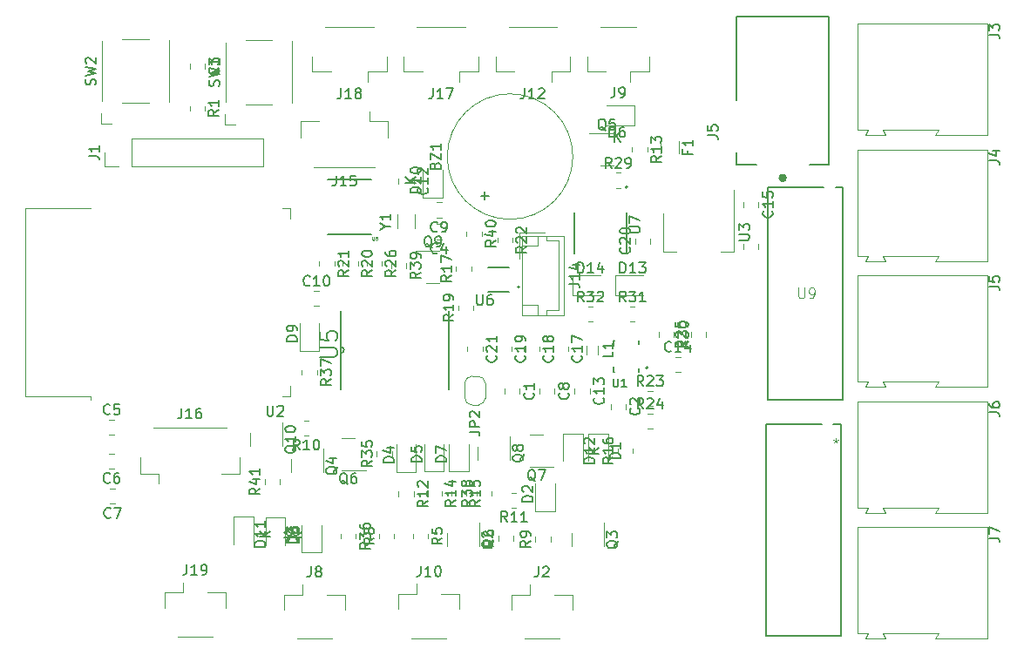
<source format=gbr>
%TF.GenerationSoftware,KiCad,Pcbnew,8.0.3*%
%TF.CreationDate,2024-06-22T21:39:14+05:00*%
%TF.ProjectId,Capibator_PCB,43617069-6261-4746-9f72-5f5043422e6b,1.1*%
%TF.SameCoordinates,Original*%
%TF.FileFunction,Legend,Top*%
%TF.FilePolarity,Positive*%
%FSLAX46Y46*%
G04 Gerber Fmt 4.6, Leading zero omitted, Abs format (unit mm)*
G04 Created by KiCad (PCBNEW 8.0.3) date 2024-06-22 21:39:14*
%MOMM*%
%LPD*%
G01*
G04 APERTURE LIST*
%ADD10C,0.150000*%
%ADD11C,0.125000*%
%ADD12C,0.078740*%
%ADD13C,0.127000*%
%ADD14C,0.400000*%
%ADD15C,0.120000*%
%ADD16C,0.152400*%
%ADD17C,0.200000*%
G04 APERTURE END LIST*
D10*
X194589474Y-83448230D02*
X195303793Y-83448230D01*
X195303793Y-83448230D02*
X195446657Y-83495852D01*
X195446657Y-83495852D02*
X195541900Y-83591094D01*
X195541900Y-83591094D02*
X195589521Y-83733958D01*
X195589521Y-83733958D02*
X195589521Y-83829201D01*
X194589474Y-82495804D02*
X194589474Y-82972017D01*
X194589474Y-82972017D02*
X195065687Y-83019638D01*
X195065687Y-83019638D02*
X195018065Y-82972017D01*
X195018065Y-82972017D02*
X194970444Y-82876775D01*
X194970444Y-82876775D02*
X194970444Y-82638668D01*
X194970444Y-82638668D02*
X195018065Y-82543426D01*
X195018065Y-82543426D02*
X195065687Y-82495804D01*
X195065687Y-82495804D02*
X195160929Y-82448183D01*
X195160929Y-82448183D02*
X195399036Y-82448183D01*
X195399036Y-82448183D02*
X195494278Y-82495804D01*
X195494278Y-82495804D02*
X195541900Y-82543426D01*
X195541900Y-82543426D02*
X195589521Y-82638668D01*
X195589521Y-82638668D02*
X195589521Y-82876775D01*
X195589521Y-82876775D02*
X195541900Y-82972017D01*
X195541900Y-82972017D02*
X195494278Y-83019638D01*
X151818095Y-109734819D02*
X151818095Y-110544342D01*
X151818095Y-110544342D02*
X151865714Y-110639580D01*
X151865714Y-110639580D02*
X151913333Y-110687200D01*
X151913333Y-110687200D02*
X152008571Y-110734819D01*
X152008571Y-110734819D02*
X152199047Y-110734819D01*
X152199047Y-110734819D02*
X152294285Y-110687200D01*
X152294285Y-110687200D02*
X152341904Y-110639580D01*
X152341904Y-110639580D02*
X152389523Y-110544342D01*
X152389523Y-110544342D02*
X152389523Y-109734819D01*
X152818095Y-109830057D02*
X152865714Y-109782438D01*
X152865714Y-109782438D02*
X152960952Y-109734819D01*
X152960952Y-109734819D02*
X153199047Y-109734819D01*
X153199047Y-109734819D02*
X153294285Y-109782438D01*
X153294285Y-109782438D02*
X153341904Y-109830057D01*
X153341904Y-109830057D02*
X153389523Y-109925295D01*
X153389523Y-109925295D02*
X153389523Y-110020533D01*
X153389523Y-110020533D02*
X153341904Y-110163390D01*
X153341904Y-110163390D02*
X152770476Y-110734819D01*
X152770476Y-110734819D02*
X153389523Y-110734819D01*
X178176666Y-125374819D02*
X178176666Y-126089104D01*
X178176666Y-126089104D02*
X178129047Y-126231961D01*
X178129047Y-126231961D02*
X178033809Y-126327200D01*
X178033809Y-126327200D02*
X177890952Y-126374819D01*
X177890952Y-126374819D02*
X177795714Y-126374819D01*
X178605238Y-125470057D02*
X178652857Y-125422438D01*
X178652857Y-125422438D02*
X178748095Y-125374819D01*
X178748095Y-125374819D02*
X178986190Y-125374819D01*
X178986190Y-125374819D02*
X179081428Y-125422438D01*
X179081428Y-125422438D02*
X179129047Y-125470057D01*
X179129047Y-125470057D02*
X179176666Y-125565295D01*
X179176666Y-125565295D02*
X179176666Y-125660533D01*
X179176666Y-125660533D02*
X179129047Y-125803390D01*
X179129047Y-125803390D02*
X178557619Y-126374819D01*
X178557619Y-126374819D02*
X179176666Y-126374819D01*
X135117200Y-78553332D02*
X135164819Y-78410475D01*
X135164819Y-78410475D02*
X135164819Y-78172380D01*
X135164819Y-78172380D02*
X135117200Y-78077142D01*
X135117200Y-78077142D02*
X135069580Y-78029523D01*
X135069580Y-78029523D02*
X134974342Y-77981904D01*
X134974342Y-77981904D02*
X134879104Y-77981904D01*
X134879104Y-77981904D02*
X134783866Y-78029523D01*
X134783866Y-78029523D02*
X134736247Y-78077142D01*
X134736247Y-78077142D02*
X134688628Y-78172380D01*
X134688628Y-78172380D02*
X134641009Y-78362856D01*
X134641009Y-78362856D02*
X134593390Y-78458094D01*
X134593390Y-78458094D02*
X134545771Y-78505713D01*
X134545771Y-78505713D02*
X134450533Y-78553332D01*
X134450533Y-78553332D02*
X134355295Y-78553332D01*
X134355295Y-78553332D02*
X134260057Y-78505713D01*
X134260057Y-78505713D02*
X134212438Y-78458094D01*
X134212438Y-78458094D02*
X134164819Y-78362856D01*
X134164819Y-78362856D02*
X134164819Y-78124761D01*
X134164819Y-78124761D02*
X134212438Y-77981904D01*
X134164819Y-77648570D02*
X135164819Y-77410475D01*
X135164819Y-77410475D02*
X134450533Y-77219999D01*
X134450533Y-77219999D02*
X135164819Y-77029523D01*
X135164819Y-77029523D02*
X134164819Y-76791428D01*
X134260057Y-76458094D02*
X134212438Y-76410475D01*
X134212438Y-76410475D02*
X134164819Y-76315237D01*
X134164819Y-76315237D02*
X134164819Y-76077142D01*
X134164819Y-76077142D02*
X134212438Y-75981904D01*
X134212438Y-75981904D02*
X134260057Y-75934285D01*
X134260057Y-75934285D02*
X134355295Y-75886666D01*
X134355295Y-75886666D02*
X134450533Y-75886666D01*
X134450533Y-75886666D02*
X134593390Y-75934285D01*
X134593390Y-75934285D02*
X135164819Y-76505713D01*
X135164819Y-76505713D02*
X135164819Y-75886666D01*
X184449580Y-108962857D02*
X184497200Y-109010476D01*
X184497200Y-109010476D02*
X184544819Y-109153333D01*
X184544819Y-109153333D02*
X184544819Y-109248571D01*
X184544819Y-109248571D02*
X184497200Y-109391428D01*
X184497200Y-109391428D02*
X184401961Y-109486666D01*
X184401961Y-109486666D02*
X184306723Y-109534285D01*
X184306723Y-109534285D02*
X184116247Y-109581904D01*
X184116247Y-109581904D02*
X183973390Y-109581904D01*
X183973390Y-109581904D02*
X183782914Y-109534285D01*
X183782914Y-109534285D02*
X183687676Y-109486666D01*
X183687676Y-109486666D02*
X183592438Y-109391428D01*
X183592438Y-109391428D02*
X183544819Y-109248571D01*
X183544819Y-109248571D02*
X183544819Y-109153333D01*
X183544819Y-109153333D02*
X183592438Y-109010476D01*
X183592438Y-109010476D02*
X183640057Y-108962857D01*
X184544819Y-108010476D02*
X184544819Y-108581904D01*
X184544819Y-108296190D02*
X183544819Y-108296190D01*
X183544819Y-108296190D02*
X183687676Y-108391428D01*
X183687676Y-108391428D02*
X183782914Y-108486666D01*
X183782914Y-108486666D02*
X183830533Y-108581904D01*
X183544819Y-107677142D02*
X183544819Y-107058095D01*
X183544819Y-107058095D02*
X183925771Y-107391428D01*
X183925771Y-107391428D02*
X183925771Y-107248571D01*
X183925771Y-107248571D02*
X183973390Y-107153333D01*
X183973390Y-107153333D02*
X184021009Y-107105714D01*
X184021009Y-107105714D02*
X184116247Y-107058095D01*
X184116247Y-107058095D02*
X184354342Y-107058095D01*
X184354342Y-107058095D02*
X184449580Y-107105714D01*
X184449580Y-107105714D02*
X184497200Y-107153333D01*
X184497200Y-107153333D02*
X184544819Y-107248571D01*
X184544819Y-107248571D02*
X184544819Y-107534285D01*
X184544819Y-107534285D02*
X184497200Y-107629523D01*
X184497200Y-107629523D02*
X184449580Y-107677142D01*
X171714819Y-118900357D02*
X171238628Y-119233690D01*
X171714819Y-119471785D02*
X170714819Y-119471785D01*
X170714819Y-119471785D02*
X170714819Y-119090833D01*
X170714819Y-119090833D02*
X170762438Y-118995595D01*
X170762438Y-118995595D02*
X170810057Y-118947976D01*
X170810057Y-118947976D02*
X170905295Y-118900357D01*
X170905295Y-118900357D02*
X171048152Y-118900357D01*
X171048152Y-118900357D02*
X171143390Y-118947976D01*
X171143390Y-118947976D02*
X171191009Y-118995595D01*
X171191009Y-118995595D02*
X171238628Y-119090833D01*
X171238628Y-119090833D02*
X171238628Y-119471785D01*
X170714819Y-118567023D02*
X170714819Y-117947976D01*
X170714819Y-117947976D02*
X171095771Y-118281309D01*
X171095771Y-118281309D02*
X171095771Y-118138452D01*
X171095771Y-118138452D02*
X171143390Y-118043214D01*
X171143390Y-118043214D02*
X171191009Y-117995595D01*
X171191009Y-117995595D02*
X171286247Y-117947976D01*
X171286247Y-117947976D02*
X171524342Y-117947976D01*
X171524342Y-117947976D02*
X171619580Y-117995595D01*
X171619580Y-117995595D02*
X171667200Y-118043214D01*
X171667200Y-118043214D02*
X171714819Y-118138452D01*
X171714819Y-118138452D02*
X171714819Y-118424166D01*
X171714819Y-118424166D02*
X171667200Y-118519404D01*
X171667200Y-118519404D02*
X171619580Y-118567023D01*
X171143390Y-117376547D02*
X171095771Y-117471785D01*
X171095771Y-117471785D02*
X171048152Y-117519404D01*
X171048152Y-117519404D02*
X170952914Y-117567023D01*
X170952914Y-117567023D02*
X170905295Y-117567023D01*
X170905295Y-117567023D02*
X170810057Y-117519404D01*
X170810057Y-117519404D02*
X170762438Y-117471785D01*
X170762438Y-117471785D02*
X170714819Y-117376547D01*
X170714819Y-117376547D02*
X170714819Y-117186071D01*
X170714819Y-117186071D02*
X170762438Y-117090833D01*
X170762438Y-117090833D02*
X170810057Y-117043214D01*
X170810057Y-117043214D02*
X170905295Y-116995595D01*
X170905295Y-116995595D02*
X170952914Y-116995595D01*
X170952914Y-116995595D02*
X171048152Y-117043214D01*
X171048152Y-117043214D02*
X171095771Y-117090833D01*
X171095771Y-117090833D02*
X171143390Y-117186071D01*
X171143390Y-117186071D02*
X171143390Y-117376547D01*
X171143390Y-117376547D02*
X171191009Y-117471785D01*
X171191009Y-117471785D02*
X171238628Y-117519404D01*
X171238628Y-117519404D02*
X171333866Y-117567023D01*
X171333866Y-117567023D02*
X171524342Y-117567023D01*
X171524342Y-117567023D02*
X171619580Y-117519404D01*
X171619580Y-117519404D02*
X171667200Y-117471785D01*
X171667200Y-117471785D02*
X171714819Y-117376547D01*
X171714819Y-117376547D02*
X171714819Y-117186071D01*
X171714819Y-117186071D02*
X171667200Y-117090833D01*
X171667200Y-117090833D02*
X171619580Y-117043214D01*
X171619580Y-117043214D02*
X171524342Y-116995595D01*
X171524342Y-116995595D02*
X171333866Y-116995595D01*
X171333866Y-116995595D02*
X171238628Y-117043214D01*
X171238628Y-117043214D02*
X171191009Y-117090833D01*
X171191009Y-117090833D02*
X171143390Y-117186071D01*
X177614819Y-119058094D02*
X176614819Y-119058094D01*
X176614819Y-119058094D02*
X176614819Y-118819999D01*
X176614819Y-118819999D02*
X176662438Y-118677142D01*
X176662438Y-118677142D02*
X176757676Y-118581904D01*
X176757676Y-118581904D02*
X176852914Y-118534285D01*
X176852914Y-118534285D02*
X177043390Y-118486666D01*
X177043390Y-118486666D02*
X177186247Y-118486666D01*
X177186247Y-118486666D02*
X177376723Y-118534285D01*
X177376723Y-118534285D02*
X177471961Y-118581904D01*
X177471961Y-118581904D02*
X177567200Y-118677142D01*
X177567200Y-118677142D02*
X177614819Y-118819999D01*
X177614819Y-118819999D02*
X177614819Y-119058094D01*
X176710057Y-118105713D02*
X176662438Y-118058094D01*
X176662438Y-118058094D02*
X176614819Y-117962856D01*
X176614819Y-117962856D02*
X176614819Y-117724761D01*
X176614819Y-117724761D02*
X176662438Y-117629523D01*
X176662438Y-117629523D02*
X176710057Y-117581904D01*
X176710057Y-117581904D02*
X176805295Y-117534285D01*
X176805295Y-117534285D02*
X176900533Y-117534285D01*
X176900533Y-117534285D02*
X177043390Y-117581904D01*
X177043390Y-117581904D02*
X177614819Y-118153332D01*
X177614819Y-118153332D02*
X177614819Y-117534285D01*
X182567142Y-99624819D02*
X182233809Y-99148628D01*
X181995714Y-99624819D02*
X181995714Y-98624819D01*
X181995714Y-98624819D02*
X182376666Y-98624819D01*
X182376666Y-98624819D02*
X182471904Y-98672438D01*
X182471904Y-98672438D02*
X182519523Y-98720057D01*
X182519523Y-98720057D02*
X182567142Y-98815295D01*
X182567142Y-98815295D02*
X182567142Y-98958152D01*
X182567142Y-98958152D02*
X182519523Y-99053390D01*
X182519523Y-99053390D02*
X182471904Y-99101009D01*
X182471904Y-99101009D02*
X182376666Y-99148628D01*
X182376666Y-99148628D02*
X181995714Y-99148628D01*
X182900476Y-98624819D02*
X183519523Y-98624819D01*
X183519523Y-98624819D02*
X183186190Y-99005771D01*
X183186190Y-99005771D02*
X183329047Y-99005771D01*
X183329047Y-99005771D02*
X183424285Y-99053390D01*
X183424285Y-99053390D02*
X183471904Y-99101009D01*
X183471904Y-99101009D02*
X183519523Y-99196247D01*
X183519523Y-99196247D02*
X183519523Y-99434342D01*
X183519523Y-99434342D02*
X183471904Y-99529580D01*
X183471904Y-99529580D02*
X183424285Y-99577200D01*
X183424285Y-99577200D02*
X183329047Y-99624819D01*
X183329047Y-99624819D02*
X183043333Y-99624819D01*
X183043333Y-99624819D02*
X182948095Y-99577200D01*
X182948095Y-99577200D02*
X182900476Y-99529580D01*
X183900476Y-98720057D02*
X183948095Y-98672438D01*
X183948095Y-98672438D02*
X184043333Y-98624819D01*
X184043333Y-98624819D02*
X184281428Y-98624819D01*
X184281428Y-98624819D02*
X184376666Y-98672438D01*
X184376666Y-98672438D02*
X184424285Y-98720057D01*
X184424285Y-98720057D02*
X184471904Y-98815295D01*
X184471904Y-98815295D02*
X184471904Y-98910533D01*
X184471904Y-98910533D02*
X184424285Y-99053390D01*
X184424285Y-99053390D02*
X183852857Y-99624819D01*
X183852857Y-99624819D02*
X184471904Y-99624819D01*
X176800476Y-78874819D02*
X176800476Y-79589104D01*
X176800476Y-79589104D02*
X176752857Y-79731961D01*
X176752857Y-79731961D02*
X176657619Y-79827200D01*
X176657619Y-79827200D02*
X176514762Y-79874819D01*
X176514762Y-79874819D02*
X176419524Y-79874819D01*
X177800476Y-79874819D02*
X177229048Y-79874819D01*
X177514762Y-79874819D02*
X177514762Y-78874819D01*
X177514762Y-78874819D02*
X177419524Y-79017676D01*
X177419524Y-79017676D02*
X177324286Y-79112914D01*
X177324286Y-79112914D02*
X177229048Y-79160533D01*
X178181429Y-78970057D02*
X178229048Y-78922438D01*
X178229048Y-78922438D02*
X178324286Y-78874819D01*
X178324286Y-78874819D02*
X178562381Y-78874819D01*
X178562381Y-78874819D02*
X178657619Y-78922438D01*
X178657619Y-78922438D02*
X178705238Y-78970057D01*
X178705238Y-78970057D02*
X178752857Y-79065295D01*
X178752857Y-79065295D02*
X178752857Y-79160533D01*
X178752857Y-79160533D02*
X178705238Y-79303390D01*
X178705238Y-79303390D02*
X178133810Y-79874819D01*
X178133810Y-79874819D02*
X178752857Y-79874819D01*
X171464819Y-112278333D02*
X172179104Y-112278333D01*
X172179104Y-112278333D02*
X172321961Y-112325952D01*
X172321961Y-112325952D02*
X172417200Y-112421190D01*
X172417200Y-112421190D02*
X172464819Y-112564047D01*
X172464819Y-112564047D02*
X172464819Y-112659285D01*
X172464819Y-111802142D02*
X171464819Y-111802142D01*
X171464819Y-111802142D02*
X171464819Y-111421190D01*
X171464819Y-111421190D02*
X171512438Y-111325952D01*
X171512438Y-111325952D02*
X171560057Y-111278333D01*
X171560057Y-111278333D02*
X171655295Y-111230714D01*
X171655295Y-111230714D02*
X171798152Y-111230714D01*
X171798152Y-111230714D02*
X171893390Y-111278333D01*
X171893390Y-111278333D02*
X171941009Y-111325952D01*
X171941009Y-111325952D02*
X171988628Y-111421190D01*
X171988628Y-111421190D02*
X171988628Y-111802142D01*
X171560057Y-110849761D02*
X171512438Y-110802142D01*
X171512438Y-110802142D02*
X171464819Y-110706904D01*
X171464819Y-110706904D02*
X171464819Y-110468809D01*
X171464819Y-110468809D02*
X171512438Y-110373571D01*
X171512438Y-110373571D02*
X171560057Y-110325952D01*
X171560057Y-110325952D02*
X171655295Y-110278333D01*
X171655295Y-110278333D02*
X171750533Y-110278333D01*
X171750533Y-110278333D02*
X171893390Y-110325952D01*
X171893390Y-110325952D02*
X172464819Y-110897380D01*
X172464819Y-110897380D02*
X172464819Y-110278333D01*
X185576666Y-78784819D02*
X185576666Y-79499104D01*
X185576666Y-79499104D02*
X185529047Y-79641961D01*
X185529047Y-79641961D02*
X185433809Y-79737200D01*
X185433809Y-79737200D02*
X185290952Y-79784819D01*
X185290952Y-79784819D02*
X185195714Y-79784819D01*
X186100476Y-79784819D02*
X186290952Y-79784819D01*
X186290952Y-79784819D02*
X186386190Y-79737200D01*
X186386190Y-79737200D02*
X186433809Y-79689580D01*
X186433809Y-79689580D02*
X186529047Y-79546723D01*
X186529047Y-79546723D02*
X186576666Y-79356247D01*
X186576666Y-79356247D02*
X186576666Y-78975295D01*
X186576666Y-78975295D02*
X186529047Y-78880057D01*
X186529047Y-78880057D02*
X186481428Y-78832438D01*
X186481428Y-78832438D02*
X186386190Y-78784819D01*
X186386190Y-78784819D02*
X186195714Y-78784819D01*
X186195714Y-78784819D02*
X186100476Y-78832438D01*
X186100476Y-78832438D02*
X186052857Y-78880057D01*
X186052857Y-78880057D02*
X186005238Y-78975295D01*
X186005238Y-78975295D02*
X186005238Y-79213390D01*
X186005238Y-79213390D02*
X186052857Y-79308628D01*
X186052857Y-79308628D02*
X186100476Y-79356247D01*
X186100476Y-79356247D02*
X186195714Y-79403866D01*
X186195714Y-79403866D02*
X186386190Y-79403866D01*
X186386190Y-79403866D02*
X186481428Y-79356247D01*
X186481428Y-79356247D02*
X186529047Y-79308628D01*
X186529047Y-79308628D02*
X186576666Y-79213390D01*
X221954819Y-85888333D02*
X222669104Y-85888333D01*
X222669104Y-85888333D02*
X222811961Y-85935952D01*
X222811961Y-85935952D02*
X222907200Y-86031190D01*
X222907200Y-86031190D02*
X222954819Y-86174047D01*
X222954819Y-86174047D02*
X222954819Y-86269285D01*
X222288152Y-84983571D02*
X222954819Y-84983571D01*
X221907200Y-85221666D02*
X222621485Y-85459761D01*
X222621485Y-85459761D02*
X222621485Y-84840714D01*
X136543333Y-110499580D02*
X136495714Y-110547200D01*
X136495714Y-110547200D02*
X136352857Y-110594819D01*
X136352857Y-110594819D02*
X136257619Y-110594819D01*
X136257619Y-110594819D02*
X136114762Y-110547200D01*
X136114762Y-110547200D02*
X136019524Y-110451961D01*
X136019524Y-110451961D02*
X135971905Y-110356723D01*
X135971905Y-110356723D02*
X135924286Y-110166247D01*
X135924286Y-110166247D02*
X135924286Y-110023390D01*
X135924286Y-110023390D02*
X135971905Y-109832914D01*
X135971905Y-109832914D02*
X136019524Y-109737676D01*
X136019524Y-109737676D02*
X136114762Y-109642438D01*
X136114762Y-109642438D02*
X136257619Y-109594819D01*
X136257619Y-109594819D02*
X136352857Y-109594819D01*
X136352857Y-109594819D02*
X136495714Y-109642438D01*
X136495714Y-109642438D02*
X136543333Y-109690057D01*
X137448095Y-109594819D02*
X136971905Y-109594819D01*
X136971905Y-109594819D02*
X136924286Y-110071009D01*
X136924286Y-110071009D02*
X136971905Y-110023390D01*
X136971905Y-110023390D02*
X137067143Y-109975771D01*
X137067143Y-109975771D02*
X137305238Y-109975771D01*
X137305238Y-109975771D02*
X137400476Y-110023390D01*
X137400476Y-110023390D02*
X137448095Y-110071009D01*
X137448095Y-110071009D02*
X137495714Y-110166247D01*
X137495714Y-110166247D02*
X137495714Y-110404342D01*
X137495714Y-110404342D02*
X137448095Y-110499580D01*
X137448095Y-110499580D02*
X137400476Y-110547200D01*
X137400476Y-110547200D02*
X137305238Y-110594819D01*
X137305238Y-110594819D02*
X137067143Y-110594819D01*
X137067143Y-110594819D02*
X136971905Y-110547200D01*
X136971905Y-110547200D02*
X136924286Y-110499580D01*
X187949580Y-109986666D02*
X187997200Y-110034285D01*
X187997200Y-110034285D02*
X188044819Y-110177142D01*
X188044819Y-110177142D02*
X188044819Y-110272380D01*
X188044819Y-110272380D02*
X187997200Y-110415237D01*
X187997200Y-110415237D02*
X187901961Y-110510475D01*
X187901961Y-110510475D02*
X187806723Y-110558094D01*
X187806723Y-110558094D02*
X187616247Y-110605713D01*
X187616247Y-110605713D02*
X187473390Y-110605713D01*
X187473390Y-110605713D02*
X187282914Y-110558094D01*
X187282914Y-110558094D02*
X187187676Y-110510475D01*
X187187676Y-110510475D02*
X187092438Y-110415237D01*
X187092438Y-110415237D02*
X187044819Y-110272380D01*
X187044819Y-110272380D02*
X187044819Y-110177142D01*
X187044819Y-110177142D02*
X187092438Y-110034285D01*
X187092438Y-110034285D02*
X187140057Y-109986666D01*
X187140057Y-109605713D02*
X187092438Y-109558094D01*
X187092438Y-109558094D02*
X187044819Y-109462856D01*
X187044819Y-109462856D02*
X187044819Y-109224761D01*
X187044819Y-109224761D02*
X187092438Y-109129523D01*
X187092438Y-109129523D02*
X187140057Y-109081904D01*
X187140057Y-109081904D02*
X187235295Y-109034285D01*
X187235295Y-109034285D02*
X187330533Y-109034285D01*
X187330533Y-109034285D02*
X187473390Y-109081904D01*
X187473390Y-109081904D02*
X188044819Y-109653332D01*
X188044819Y-109653332D02*
X188044819Y-109034285D01*
X170114819Y-118900357D02*
X169638628Y-119233690D01*
X170114819Y-119471785D02*
X169114819Y-119471785D01*
X169114819Y-119471785D02*
X169114819Y-119090833D01*
X169114819Y-119090833D02*
X169162438Y-118995595D01*
X169162438Y-118995595D02*
X169210057Y-118947976D01*
X169210057Y-118947976D02*
X169305295Y-118900357D01*
X169305295Y-118900357D02*
X169448152Y-118900357D01*
X169448152Y-118900357D02*
X169543390Y-118947976D01*
X169543390Y-118947976D02*
X169591009Y-118995595D01*
X169591009Y-118995595D02*
X169638628Y-119090833D01*
X169638628Y-119090833D02*
X169638628Y-119471785D01*
X170114819Y-117947976D02*
X170114819Y-118519404D01*
X170114819Y-118233690D02*
X169114819Y-118233690D01*
X169114819Y-118233690D02*
X169257676Y-118328928D01*
X169257676Y-118328928D02*
X169352914Y-118424166D01*
X169352914Y-118424166D02*
X169400533Y-118519404D01*
X169448152Y-117090833D02*
X170114819Y-117090833D01*
X169067200Y-117328928D02*
X169781485Y-117567023D01*
X169781485Y-117567023D02*
X169781485Y-116947976D01*
X177014819Y-94262857D02*
X176538628Y-94596190D01*
X177014819Y-94834285D02*
X176014819Y-94834285D01*
X176014819Y-94834285D02*
X176014819Y-94453333D01*
X176014819Y-94453333D02*
X176062438Y-94358095D01*
X176062438Y-94358095D02*
X176110057Y-94310476D01*
X176110057Y-94310476D02*
X176205295Y-94262857D01*
X176205295Y-94262857D02*
X176348152Y-94262857D01*
X176348152Y-94262857D02*
X176443390Y-94310476D01*
X176443390Y-94310476D02*
X176491009Y-94358095D01*
X176491009Y-94358095D02*
X176538628Y-94453333D01*
X176538628Y-94453333D02*
X176538628Y-94834285D01*
X176110057Y-93881904D02*
X176062438Y-93834285D01*
X176062438Y-93834285D02*
X176014819Y-93739047D01*
X176014819Y-93739047D02*
X176014819Y-93500952D01*
X176014819Y-93500952D02*
X176062438Y-93405714D01*
X176062438Y-93405714D02*
X176110057Y-93358095D01*
X176110057Y-93358095D02*
X176205295Y-93310476D01*
X176205295Y-93310476D02*
X176300533Y-93310476D01*
X176300533Y-93310476D02*
X176443390Y-93358095D01*
X176443390Y-93358095D02*
X177014819Y-93929523D01*
X177014819Y-93929523D02*
X177014819Y-93310476D01*
X176110057Y-92929523D02*
X176062438Y-92881904D01*
X176062438Y-92881904D02*
X176014819Y-92786666D01*
X176014819Y-92786666D02*
X176014819Y-92548571D01*
X176014819Y-92548571D02*
X176062438Y-92453333D01*
X176062438Y-92453333D02*
X176110057Y-92405714D01*
X176110057Y-92405714D02*
X176205295Y-92358095D01*
X176205295Y-92358095D02*
X176300533Y-92358095D01*
X176300533Y-92358095D02*
X176443390Y-92405714D01*
X176443390Y-92405714D02*
X177014819Y-92977142D01*
X177014819Y-92977142D02*
X177014819Y-92358095D01*
X192661009Y-84953333D02*
X192661009Y-85286666D01*
X193184819Y-85286666D02*
X192184819Y-85286666D01*
X192184819Y-85286666D02*
X192184819Y-84810476D01*
X193184819Y-83905714D02*
X193184819Y-84477142D01*
X193184819Y-84191428D02*
X192184819Y-84191428D01*
X192184819Y-84191428D02*
X192327676Y-84286666D01*
X192327676Y-84286666D02*
X192422914Y-84381904D01*
X192422914Y-84381904D02*
X192470533Y-84477142D01*
X185414819Y-104486666D02*
X185414819Y-104962856D01*
X185414819Y-104962856D02*
X184414819Y-104962856D01*
X185414819Y-103629523D02*
X185414819Y-104200951D01*
X185414819Y-103915237D02*
X184414819Y-103915237D01*
X184414819Y-103915237D02*
X184557676Y-104010475D01*
X184557676Y-104010475D02*
X184652914Y-104105713D01*
X184652914Y-104105713D02*
X184700533Y-104200951D01*
X186667142Y-99624819D02*
X186333809Y-99148628D01*
X186095714Y-99624819D02*
X186095714Y-98624819D01*
X186095714Y-98624819D02*
X186476666Y-98624819D01*
X186476666Y-98624819D02*
X186571904Y-98672438D01*
X186571904Y-98672438D02*
X186619523Y-98720057D01*
X186619523Y-98720057D02*
X186667142Y-98815295D01*
X186667142Y-98815295D02*
X186667142Y-98958152D01*
X186667142Y-98958152D02*
X186619523Y-99053390D01*
X186619523Y-99053390D02*
X186571904Y-99101009D01*
X186571904Y-99101009D02*
X186476666Y-99148628D01*
X186476666Y-99148628D02*
X186095714Y-99148628D01*
X187000476Y-98624819D02*
X187619523Y-98624819D01*
X187619523Y-98624819D02*
X187286190Y-99005771D01*
X187286190Y-99005771D02*
X187429047Y-99005771D01*
X187429047Y-99005771D02*
X187524285Y-99053390D01*
X187524285Y-99053390D02*
X187571904Y-99101009D01*
X187571904Y-99101009D02*
X187619523Y-99196247D01*
X187619523Y-99196247D02*
X187619523Y-99434342D01*
X187619523Y-99434342D02*
X187571904Y-99529580D01*
X187571904Y-99529580D02*
X187524285Y-99577200D01*
X187524285Y-99577200D02*
X187429047Y-99624819D01*
X187429047Y-99624819D02*
X187143333Y-99624819D01*
X187143333Y-99624819D02*
X187048095Y-99577200D01*
X187048095Y-99577200D02*
X187000476Y-99529580D01*
X188571904Y-99624819D02*
X188000476Y-99624819D01*
X188286190Y-99624819D02*
X188286190Y-98624819D01*
X188286190Y-98624819D02*
X188190952Y-98767676D01*
X188190952Y-98767676D02*
X188095714Y-98862914D01*
X188095714Y-98862914D02*
X188000476Y-98910533D01*
X166814819Y-115195594D02*
X165814819Y-115195594D01*
X165814819Y-115195594D02*
X165814819Y-114957499D01*
X165814819Y-114957499D02*
X165862438Y-114814642D01*
X165862438Y-114814642D02*
X165957676Y-114719404D01*
X165957676Y-114719404D02*
X166052914Y-114671785D01*
X166052914Y-114671785D02*
X166243390Y-114624166D01*
X166243390Y-114624166D02*
X166386247Y-114624166D01*
X166386247Y-114624166D02*
X166576723Y-114671785D01*
X166576723Y-114671785D02*
X166671961Y-114719404D01*
X166671961Y-114719404D02*
X166767200Y-114814642D01*
X166767200Y-114814642D02*
X166814819Y-114957499D01*
X166814819Y-114957499D02*
X166814819Y-115195594D01*
X165814819Y-113719404D02*
X165814819Y-114195594D01*
X165814819Y-114195594D02*
X166291009Y-114243213D01*
X166291009Y-114243213D02*
X166243390Y-114195594D01*
X166243390Y-114195594D02*
X166195771Y-114100356D01*
X166195771Y-114100356D02*
X166195771Y-113862261D01*
X166195771Y-113862261D02*
X166243390Y-113767023D01*
X166243390Y-113767023D02*
X166291009Y-113719404D01*
X166291009Y-113719404D02*
X166386247Y-113671785D01*
X166386247Y-113671785D02*
X166624342Y-113671785D01*
X166624342Y-113671785D02*
X166719580Y-113719404D01*
X166719580Y-113719404D02*
X166767200Y-113767023D01*
X166767200Y-113767023D02*
X166814819Y-113862261D01*
X166814819Y-113862261D02*
X166814819Y-114100356D01*
X166814819Y-114100356D02*
X166767200Y-114195594D01*
X166767200Y-114195594D02*
X166719580Y-114243213D01*
X136543333Y-117159580D02*
X136495714Y-117207200D01*
X136495714Y-117207200D02*
X136352857Y-117254819D01*
X136352857Y-117254819D02*
X136257619Y-117254819D01*
X136257619Y-117254819D02*
X136114762Y-117207200D01*
X136114762Y-117207200D02*
X136019524Y-117111961D01*
X136019524Y-117111961D02*
X135971905Y-117016723D01*
X135971905Y-117016723D02*
X135924286Y-116826247D01*
X135924286Y-116826247D02*
X135924286Y-116683390D01*
X135924286Y-116683390D02*
X135971905Y-116492914D01*
X135971905Y-116492914D02*
X136019524Y-116397676D01*
X136019524Y-116397676D02*
X136114762Y-116302438D01*
X136114762Y-116302438D02*
X136257619Y-116254819D01*
X136257619Y-116254819D02*
X136352857Y-116254819D01*
X136352857Y-116254819D02*
X136495714Y-116302438D01*
X136495714Y-116302438D02*
X136543333Y-116350057D01*
X137400476Y-116254819D02*
X137210000Y-116254819D01*
X137210000Y-116254819D02*
X137114762Y-116302438D01*
X137114762Y-116302438D02*
X137067143Y-116350057D01*
X137067143Y-116350057D02*
X136971905Y-116492914D01*
X136971905Y-116492914D02*
X136924286Y-116683390D01*
X136924286Y-116683390D02*
X136924286Y-117064342D01*
X136924286Y-117064342D02*
X136971905Y-117159580D01*
X136971905Y-117159580D02*
X137019524Y-117207200D01*
X137019524Y-117207200D02*
X137114762Y-117254819D01*
X137114762Y-117254819D02*
X137305238Y-117254819D01*
X137305238Y-117254819D02*
X137400476Y-117207200D01*
X137400476Y-117207200D02*
X137448095Y-117159580D01*
X137448095Y-117159580D02*
X137495714Y-117064342D01*
X137495714Y-117064342D02*
X137495714Y-116826247D01*
X137495714Y-116826247D02*
X137448095Y-116731009D01*
X137448095Y-116731009D02*
X137400476Y-116683390D01*
X137400476Y-116683390D02*
X137305238Y-116635771D01*
X137305238Y-116635771D02*
X137114762Y-116635771D01*
X137114762Y-116635771D02*
X137019524Y-116683390D01*
X137019524Y-116683390D02*
X136971905Y-116731009D01*
X136971905Y-116731009D02*
X136924286Y-116826247D01*
X147117200Y-78653332D02*
X147164819Y-78510475D01*
X147164819Y-78510475D02*
X147164819Y-78272380D01*
X147164819Y-78272380D02*
X147117200Y-78177142D01*
X147117200Y-78177142D02*
X147069580Y-78129523D01*
X147069580Y-78129523D02*
X146974342Y-78081904D01*
X146974342Y-78081904D02*
X146879104Y-78081904D01*
X146879104Y-78081904D02*
X146783866Y-78129523D01*
X146783866Y-78129523D02*
X146736247Y-78177142D01*
X146736247Y-78177142D02*
X146688628Y-78272380D01*
X146688628Y-78272380D02*
X146641009Y-78462856D01*
X146641009Y-78462856D02*
X146593390Y-78558094D01*
X146593390Y-78558094D02*
X146545771Y-78605713D01*
X146545771Y-78605713D02*
X146450533Y-78653332D01*
X146450533Y-78653332D02*
X146355295Y-78653332D01*
X146355295Y-78653332D02*
X146260057Y-78605713D01*
X146260057Y-78605713D02*
X146212438Y-78558094D01*
X146212438Y-78558094D02*
X146164819Y-78462856D01*
X146164819Y-78462856D02*
X146164819Y-78224761D01*
X146164819Y-78224761D02*
X146212438Y-78081904D01*
X146164819Y-77748570D02*
X147164819Y-77510475D01*
X147164819Y-77510475D02*
X146450533Y-77319999D01*
X146450533Y-77319999D02*
X147164819Y-77129523D01*
X147164819Y-77129523D02*
X146164819Y-76891428D01*
X147164819Y-75986666D02*
X147164819Y-76558094D01*
X147164819Y-76272380D02*
X146164819Y-76272380D01*
X146164819Y-76272380D02*
X146307676Y-76367618D01*
X146307676Y-76367618D02*
X146402914Y-76462856D01*
X146402914Y-76462856D02*
X146450533Y-76558094D01*
X185910057Y-122852738D02*
X185862438Y-122947976D01*
X185862438Y-122947976D02*
X185767200Y-123043214D01*
X185767200Y-123043214D02*
X185624342Y-123186071D01*
X185624342Y-123186071D02*
X185576723Y-123281309D01*
X185576723Y-123281309D02*
X185576723Y-123376547D01*
X185814819Y-123328928D02*
X185767200Y-123424166D01*
X185767200Y-123424166D02*
X185671961Y-123519404D01*
X185671961Y-123519404D02*
X185481485Y-123567023D01*
X185481485Y-123567023D02*
X185148152Y-123567023D01*
X185148152Y-123567023D02*
X184957676Y-123519404D01*
X184957676Y-123519404D02*
X184862438Y-123424166D01*
X184862438Y-123424166D02*
X184814819Y-123328928D01*
X184814819Y-123328928D02*
X184814819Y-123138452D01*
X184814819Y-123138452D02*
X184862438Y-123043214D01*
X184862438Y-123043214D02*
X184957676Y-122947976D01*
X184957676Y-122947976D02*
X185148152Y-122900357D01*
X185148152Y-122900357D02*
X185481485Y-122900357D01*
X185481485Y-122900357D02*
X185671961Y-122947976D01*
X185671961Y-122947976D02*
X185767200Y-123043214D01*
X185767200Y-123043214D02*
X185814819Y-123138452D01*
X185814819Y-123138452D02*
X185814819Y-123328928D01*
X184814819Y-122567023D02*
X184814819Y-121947976D01*
X184814819Y-121947976D02*
X185195771Y-122281309D01*
X185195771Y-122281309D02*
X185195771Y-122138452D01*
X185195771Y-122138452D02*
X185243390Y-122043214D01*
X185243390Y-122043214D02*
X185291009Y-121995595D01*
X185291009Y-121995595D02*
X185386247Y-121947976D01*
X185386247Y-121947976D02*
X185624342Y-121947976D01*
X185624342Y-121947976D02*
X185719580Y-121995595D01*
X185719580Y-121995595D02*
X185767200Y-122043214D01*
X185767200Y-122043214D02*
X185814819Y-122138452D01*
X185814819Y-122138452D02*
X185814819Y-122424166D01*
X185814819Y-122424166D02*
X185767200Y-122519404D01*
X185767200Y-122519404D02*
X185719580Y-122567023D01*
X156076666Y-125374819D02*
X156076666Y-126089104D01*
X156076666Y-126089104D02*
X156029047Y-126231961D01*
X156029047Y-126231961D02*
X155933809Y-126327200D01*
X155933809Y-126327200D02*
X155790952Y-126374819D01*
X155790952Y-126374819D02*
X155695714Y-126374819D01*
X156695714Y-125803390D02*
X156600476Y-125755771D01*
X156600476Y-125755771D02*
X156552857Y-125708152D01*
X156552857Y-125708152D02*
X156505238Y-125612914D01*
X156505238Y-125612914D02*
X156505238Y-125565295D01*
X156505238Y-125565295D02*
X156552857Y-125470057D01*
X156552857Y-125470057D02*
X156600476Y-125422438D01*
X156600476Y-125422438D02*
X156695714Y-125374819D01*
X156695714Y-125374819D02*
X156886190Y-125374819D01*
X156886190Y-125374819D02*
X156981428Y-125422438D01*
X156981428Y-125422438D02*
X157029047Y-125470057D01*
X157029047Y-125470057D02*
X157076666Y-125565295D01*
X157076666Y-125565295D02*
X157076666Y-125612914D01*
X157076666Y-125612914D02*
X157029047Y-125708152D01*
X157029047Y-125708152D02*
X156981428Y-125755771D01*
X156981428Y-125755771D02*
X156886190Y-125803390D01*
X156886190Y-125803390D02*
X156695714Y-125803390D01*
X156695714Y-125803390D02*
X156600476Y-125851009D01*
X156600476Y-125851009D02*
X156552857Y-125898628D01*
X156552857Y-125898628D02*
X156505238Y-125993866D01*
X156505238Y-125993866D02*
X156505238Y-126184342D01*
X156505238Y-126184342D02*
X156552857Y-126279580D01*
X156552857Y-126279580D02*
X156600476Y-126327200D01*
X156600476Y-126327200D02*
X156695714Y-126374819D01*
X156695714Y-126374819D02*
X156886190Y-126374819D01*
X156886190Y-126374819D02*
X156981428Y-126327200D01*
X156981428Y-126327200D02*
X157029047Y-126279580D01*
X157029047Y-126279580D02*
X157076666Y-126184342D01*
X157076666Y-126184342D02*
X157076666Y-125993866D01*
X157076666Y-125993866D02*
X157029047Y-125898628D01*
X157029047Y-125898628D02*
X156981428Y-125851009D01*
X156981428Y-125851009D02*
X156886190Y-125803390D01*
X169214819Y-115195594D02*
X168214819Y-115195594D01*
X168214819Y-115195594D02*
X168214819Y-114957499D01*
X168214819Y-114957499D02*
X168262438Y-114814642D01*
X168262438Y-114814642D02*
X168357676Y-114719404D01*
X168357676Y-114719404D02*
X168452914Y-114671785D01*
X168452914Y-114671785D02*
X168643390Y-114624166D01*
X168643390Y-114624166D02*
X168786247Y-114624166D01*
X168786247Y-114624166D02*
X168976723Y-114671785D01*
X168976723Y-114671785D02*
X169071961Y-114719404D01*
X169071961Y-114719404D02*
X169167200Y-114814642D01*
X169167200Y-114814642D02*
X169214819Y-114957499D01*
X169214819Y-114957499D02*
X169214819Y-115195594D01*
X168214819Y-114290832D02*
X168214819Y-113624166D01*
X168214819Y-113624166D02*
X169214819Y-114052737D01*
X161814819Y-123062857D02*
X161338628Y-123396190D01*
X161814819Y-123634285D02*
X160814819Y-123634285D01*
X160814819Y-123634285D02*
X160814819Y-123253333D01*
X160814819Y-123253333D02*
X160862438Y-123158095D01*
X160862438Y-123158095D02*
X160910057Y-123110476D01*
X160910057Y-123110476D02*
X161005295Y-123062857D01*
X161005295Y-123062857D02*
X161148152Y-123062857D01*
X161148152Y-123062857D02*
X161243390Y-123110476D01*
X161243390Y-123110476D02*
X161291009Y-123158095D01*
X161291009Y-123158095D02*
X161338628Y-123253333D01*
X161338628Y-123253333D02*
X161338628Y-123634285D01*
X160814819Y-122729523D02*
X160814819Y-122110476D01*
X160814819Y-122110476D02*
X161195771Y-122443809D01*
X161195771Y-122443809D02*
X161195771Y-122300952D01*
X161195771Y-122300952D02*
X161243390Y-122205714D01*
X161243390Y-122205714D02*
X161291009Y-122158095D01*
X161291009Y-122158095D02*
X161386247Y-122110476D01*
X161386247Y-122110476D02*
X161624342Y-122110476D01*
X161624342Y-122110476D02*
X161719580Y-122158095D01*
X161719580Y-122158095D02*
X161767200Y-122205714D01*
X161767200Y-122205714D02*
X161814819Y-122300952D01*
X161814819Y-122300952D02*
X161814819Y-122586666D01*
X161814819Y-122586666D02*
X161767200Y-122681904D01*
X161767200Y-122681904D02*
X161719580Y-122729523D01*
X160814819Y-121253333D02*
X160814819Y-121443809D01*
X160814819Y-121443809D02*
X160862438Y-121539047D01*
X160862438Y-121539047D02*
X160910057Y-121586666D01*
X160910057Y-121586666D02*
X161052914Y-121681904D01*
X161052914Y-121681904D02*
X161243390Y-121729523D01*
X161243390Y-121729523D02*
X161624342Y-121729523D01*
X161624342Y-121729523D02*
X161719580Y-121681904D01*
X161719580Y-121681904D02*
X161767200Y-121634285D01*
X161767200Y-121634285D02*
X161814819Y-121539047D01*
X161814819Y-121539047D02*
X161814819Y-121348571D01*
X161814819Y-121348571D02*
X161767200Y-121253333D01*
X161767200Y-121253333D02*
X161719580Y-121205714D01*
X161719580Y-121205714D02*
X161624342Y-121158095D01*
X161624342Y-121158095D02*
X161386247Y-121158095D01*
X161386247Y-121158095D02*
X161291009Y-121205714D01*
X161291009Y-121205714D02*
X161243390Y-121253333D01*
X161243390Y-121253333D02*
X161195771Y-121348571D01*
X161195771Y-121348571D02*
X161195771Y-121539047D01*
X161195771Y-121539047D02*
X161243390Y-121634285D01*
X161243390Y-121634285D02*
X161291009Y-121681904D01*
X161291009Y-121681904D02*
X161386247Y-121729523D01*
X176760057Y-114452738D02*
X176712438Y-114547976D01*
X176712438Y-114547976D02*
X176617200Y-114643214D01*
X176617200Y-114643214D02*
X176474342Y-114786071D01*
X176474342Y-114786071D02*
X176426723Y-114881309D01*
X176426723Y-114881309D02*
X176426723Y-114976547D01*
X176664819Y-114928928D02*
X176617200Y-115024166D01*
X176617200Y-115024166D02*
X176521961Y-115119404D01*
X176521961Y-115119404D02*
X176331485Y-115167023D01*
X176331485Y-115167023D02*
X175998152Y-115167023D01*
X175998152Y-115167023D02*
X175807676Y-115119404D01*
X175807676Y-115119404D02*
X175712438Y-115024166D01*
X175712438Y-115024166D02*
X175664819Y-114928928D01*
X175664819Y-114928928D02*
X175664819Y-114738452D01*
X175664819Y-114738452D02*
X175712438Y-114643214D01*
X175712438Y-114643214D02*
X175807676Y-114547976D01*
X175807676Y-114547976D02*
X175998152Y-114500357D01*
X175998152Y-114500357D02*
X176331485Y-114500357D01*
X176331485Y-114500357D02*
X176521961Y-114547976D01*
X176521961Y-114547976D02*
X176617200Y-114643214D01*
X176617200Y-114643214D02*
X176664819Y-114738452D01*
X176664819Y-114738452D02*
X176664819Y-114928928D01*
X176093390Y-113928928D02*
X176045771Y-114024166D01*
X176045771Y-114024166D02*
X175998152Y-114071785D01*
X175998152Y-114071785D02*
X175902914Y-114119404D01*
X175902914Y-114119404D02*
X175855295Y-114119404D01*
X175855295Y-114119404D02*
X175760057Y-114071785D01*
X175760057Y-114071785D02*
X175712438Y-114024166D01*
X175712438Y-114024166D02*
X175664819Y-113928928D01*
X175664819Y-113928928D02*
X175664819Y-113738452D01*
X175664819Y-113738452D02*
X175712438Y-113643214D01*
X175712438Y-113643214D02*
X175760057Y-113595595D01*
X175760057Y-113595595D02*
X175855295Y-113547976D01*
X175855295Y-113547976D02*
X175902914Y-113547976D01*
X175902914Y-113547976D02*
X175998152Y-113595595D01*
X175998152Y-113595595D02*
X176045771Y-113643214D01*
X176045771Y-113643214D02*
X176093390Y-113738452D01*
X176093390Y-113738452D02*
X176093390Y-113928928D01*
X176093390Y-113928928D02*
X176141009Y-114024166D01*
X176141009Y-114024166D02*
X176188628Y-114071785D01*
X176188628Y-114071785D02*
X176283866Y-114119404D01*
X176283866Y-114119404D02*
X176474342Y-114119404D01*
X176474342Y-114119404D02*
X176569580Y-114071785D01*
X176569580Y-114071785D02*
X176617200Y-114024166D01*
X176617200Y-114024166D02*
X176664819Y-113928928D01*
X176664819Y-113928928D02*
X176664819Y-113738452D01*
X176664819Y-113738452D02*
X176617200Y-113643214D01*
X176617200Y-113643214D02*
X176569580Y-113595595D01*
X176569580Y-113595595D02*
X176474342Y-113547976D01*
X176474342Y-113547976D02*
X176283866Y-113547976D01*
X176283866Y-113547976D02*
X176188628Y-113595595D01*
X176188628Y-113595595D02*
X176141009Y-113643214D01*
X176141009Y-113643214D02*
X176093390Y-113738452D01*
X174019580Y-104862857D02*
X174067200Y-104910476D01*
X174067200Y-104910476D02*
X174114819Y-105053333D01*
X174114819Y-105053333D02*
X174114819Y-105148571D01*
X174114819Y-105148571D02*
X174067200Y-105291428D01*
X174067200Y-105291428D02*
X173971961Y-105386666D01*
X173971961Y-105386666D02*
X173876723Y-105434285D01*
X173876723Y-105434285D02*
X173686247Y-105481904D01*
X173686247Y-105481904D02*
X173543390Y-105481904D01*
X173543390Y-105481904D02*
X173352914Y-105434285D01*
X173352914Y-105434285D02*
X173257676Y-105386666D01*
X173257676Y-105386666D02*
X173162438Y-105291428D01*
X173162438Y-105291428D02*
X173114819Y-105148571D01*
X173114819Y-105148571D02*
X173114819Y-105053333D01*
X173114819Y-105053333D02*
X173162438Y-104910476D01*
X173162438Y-104910476D02*
X173210057Y-104862857D01*
X173210057Y-104481904D02*
X173162438Y-104434285D01*
X173162438Y-104434285D02*
X173114819Y-104339047D01*
X173114819Y-104339047D02*
X173114819Y-104100952D01*
X173114819Y-104100952D02*
X173162438Y-104005714D01*
X173162438Y-104005714D02*
X173210057Y-103958095D01*
X173210057Y-103958095D02*
X173305295Y-103910476D01*
X173305295Y-103910476D02*
X173400533Y-103910476D01*
X173400533Y-103910476D02*
X173543390Y-103958095D01*
X173543390Y-103958095D02*
X174114819Y-104529523D01*
X174114819Y-104529523D02*
X174114819Y-103910476D01*
X174114819Y-102958095D02*
X174114819Y-103529523D01*
X174114819Y-103243809D02*
X173114819Y-103243809D01*
X173114819Y-103243809D02*
X173257676Y-103339047D01*
X173257676Y-103339047D02*
X173352914Y-103434285D01*
X173352914Y-103434285D02*
X173400533Y-103529523D01*
X185071905Y-83624819D02*
X185071905Y-82624819D01*
X185071905Y-82624819D02*
X185310000Y-82624819D01*
X185310000Y-82624819D02*
X185452857Y-82672438D01*
X185452857Y-82672438D02*
X185548095Y-82767676D01*
X185548095Y-82767676D02*
X185595714Y-82862914D01*
X185595714Y-82862914D02*
X185643333Y-83053390D01*
X185643333Y-83053390D02*
X185643333Y-83196247D01*
X185643333Y-83196247D02*
X185595714Y-83386723D01*
X185595714Y-83386723D02*
X185548095Y-83481961D01*
X185548095Y-83481961D02*
X185452857Y-83577200D01*
X185452857Y-83577200D02*
X185310000Y-83624819D01*
X185310000Y-83624819D02*
X185071905Y-83624819D01*
X186500476Y-82624819D02*
X186310000Y-82624819D01*
X186310000Y-82624819D02*
X186214762Y-82672438D01*
X186214762Y-82672438D02*
X186167143Y-82720057D01*
X186167143Y-82720057D02*
X186071905Y-82862914D01*
X186071905Y-82862914D02*
X186024286Y-83053390D01*
X186024286Y-83053390D02*
X186024286Y-83434342D01*
X186024286Y-83434342D02*
X186071905Y-83529580D01*
X186071905Y-83529580D02*
X186119524Y-83577200D01*
X186119524Y-83577200D02*
X186214762Y-83624819D01*
X186214762Y-83624819D02*
X186405238Y-83624819D01*
X186405238Y-83624819D02*
X186500476Y-83577200D01*
X186500476Y-83577200D02*
X186548095Y-83529580D01*
X186548095Y-83529580D02*
X186595714Y-83434342D01*
X186595714Y-83434342D02*
X186595714Y-83196247D01*
X186595714Y-83196247D02*
X186548095Y-83101009D01*
X186548095Y-83101009D02*
X186500476Y-83053390D01*
X186500476Y-83053390D02*
X186405238Y-83005771D01*
X186405238Y-83005771D02*
X186214762Y-83005771D01*
X186214762Y-83005771D02*
X186119524Y-83053390D01*
X186119524Y-83053390D02*
X186071905Y-83101009D01*
X186071905Y-83101009D02*
X186024286Y-83196247D01*
X185548095Y-84074819D02*
X185548095Y-83074819D01*
X186119523Y-84074819D02*
X185690952Y-83503390D01*
X186119523Y-83074819D02*
X185548095Y-83646247D01*
X155967142Y-97999580D02*
X155919523Y-98047200D01*
X155919523Y-98047200D02*
X155776666Y-98094819D01*
X155776666Y-98094819D02*
X155681428Y-98094819D01*
X155681428Y-98094819D02*
X155538571Y-98047200D01*
X155538571Y-98047200D02*
X155443333Y-97951961D01*
X155443333Y-97951961D02*
X155395714Y-97856723D01*
X155395714Y-97856723D02*
X155348095Y-97666247D01*
X155348095Y-97666247D02*
X155348095Y-97523390D01*
X155348095Y-97523390D02*
X155395714Y-97332914D01*
X155395714Y-97332914D02*
X155443333Y-97237676D01*
X155443333Y-97237676D02*
X155538571Y-97142438D01*
X155538571Y-97142438D02*
X155681428Y-97094819D01*
X155681428Y-97094819D02*
X155776666Y-97094819D01*
X155776666Y-97094819D02*
X155919523Y-97142438D01*
X155919523Y-97142438D02*
X155967142Y-97190057D01*
X156919523Y-98094819D02*
X156348095Y-98094819D01*
X156633809Y-98094819D02*
X156633809Y-97094819D01*
X156633809Y-97094819D02*
X156538571Y-97237676D01*
X156538571Y-97237676D02*
X156443333Y-97332914D01*
X156443333Y-97332914D02*
X156348095Y-97380533D01*
X157538571Y-97094819D02*
X157633809Y-97094819D01*
X157633809Y-97094819D02*
X157729047Y-97142438D01*
X157729047Y-97142438D02*
X157776666Y-97190057D01*
X157776666Y-97190057D02*
X157824285Y-97285295D01*
X157824285Y-97285295D02*
X157871904Y-97475771D01*
X157871904Y-97475771D02*
X157871904Y-97713866D01*
X157871904Y-97713866D02*
X157824285Y-97904342D01*
X157824285Y-97904342D02*
X157776666Y-97999580D01*
X157776666Y-97999580D02*
X157729047Y-98047200D01*
X157729047Y-98047200D02*
X157633809Y-98094819D01*
X157633809Y-98094819D02*
X157538571Y-98094819D01*
X157538571Y-98094819D02*
X157443333Y-98047200D01*
X157443333Y-98047200D02*
X157395714Y-97999580D01*
X157395714Y-97999580D02*
X157348095Y-97904342D01*
X157348095Y-97904342D02*
X157300476Y-97713866D01*
X157300476Y-97713866D02*
X157300476Y-97475771D01*
X157300476Y-97475771D02*
X157348095Y-97285295D01*
X157348095Y-97285295D02*
X157395714Y-97190057D01*
X157395714Y-97190057D02*
X157443333Y-97142438D01*
X157443333Y-97142438D02*
X157538571Y-97094819D01*
X134494819Y-85453333D02*
X135209104Y-85453333D01*
X135209104Y-85453333D02*
X135351961Y-85500952D01*
X135351961Y-85500952D02*
X135447200Y-85596190D01*
X135447200Y-85596190D02*
X135494819Y-85739047D01*
X135494819Y-85739047D02*
X135494819Y-85834285D01*
X135494819Y-84453333D02*
X135494819Y-85024761D01*
X135494819Y-84739047D02*
X134494819Y-84739047D01*
X134494819Y-84739047D02*
X134637676Y-84834285D01*
X134637676Y-84834285D02*
X134732914Y-84929523D01*
X134732914Y-84929523D02*
X134780533Y-85024761D01*
X151114819Y-117762857D02*
X150638628Y-118096190D01*
X151114819Y-118334285D02*
X150114819Y-118334285D01*
X150114819Y-118334285D02*
X150114819Y-117953333D01*
X150114819Y-117953333D02*
X150162438Y-117858095D01*
X150162438Y-117858095D02*
X150210057Y-117810476D01*
X150210057Y-117810476D02*
X150305295Y-117762857D01*
X150305295Y-117762857D02*
X150448152Y-117762857D01*
X150448152Y-117762857D02*
X150543390Y-117810476D01*
X150543390Y-117810476D02*
X150591009Y-117858095D01*
X150591009Y-117858095D02*
X150638628Y-117953333D01*
X150638628Y-117953333D02*
X150638628Y-118334285D01*
X150448152Y-116905714D02*
X151114819Y-116905714D01*
X150067200Y-117143809D02*
X150781485Y-117381904D01*
X150781485Y-117381904D02*
X150781485Y-116762857D01*
X151114819Y-115858095D02*
X151114819Y-116429523D01*
X151114819Y-116143809D02*
X150114819Y-116143809D01*
X150114819Y-116143809D02*
X150257676Y-116239047D01*
X150257676Y-116239047D02*
X150352914Y-116334285D01*
X150352914Y-116334285D02*
X150400533Y-116429523D01*
X173814819Y-122786666D02*
X173338628Y-123119999D01*
X173814819Y-123358094D02*
X172814819Y-123358094D01*
X172814819Y-123358094D02*
X172814819Y-122977142D01*
X172814819Y-122977142D02*
X172862438Y-122881904D01*
X172862438Y-122881904D02*
X172910057Y-122834285D01*
X172910057Y-122834285D02*
X173005295Y-122786666D01*
X173005295Y-122786666D02*
X173148152Y-122786666D01*
X173148152Y-122786666D02*
X173243390Y-122834285D01*
X173243390Y-122834285D02*
X173291009Y-122881904D01*
X173291009Y-122881904D02*
X173338628Y-122977142D01*
X173338628Y-122977142D02*
X173338628Y-123358094D01*
X172814819Y-121929523D02*
X172814819Y-122119999D01*
X172814819Y-122119999D02*
X172862438Y-122215237D01*
X172862438Y-122215237D02*
X172910057Y-122262856D01*
X172910057Y-122262856D02*
X173052914Y-122358094D01*
X173052914Y-122358094D02*
X173243390Y-122405713D01*
X173243390Y-122405713D02*
X173624342Y-122405713D01*
X173624342Y-122405713D02*
X173719580Y-122358094D01*
X173719580Y-122358094D02*
X173767200Y-122310475D01*
X173767200Y-122310475D02*
X173814819Y-122215237D01*
X173814819Y-122215237D02*
X173814819Y-122024761D01*
X173814819Y-122024761D02*
X173767200Y-121929523D01*
X173767200Y-121929523D02*
X173719580Y-121881904D01*
X173719580Y-121881904D02*
X173624342Y-121834285D01*
X173624342Y-121834285D02*
X173386247Y-121834285D01*
X173386247Y-121834285D02*
X173291009Y-121881904D01*
X173291009Y-121881904D02*
X173243390Y-121929523D01*
X173243390Y-121929523D02*
X173195771Y-122024761D01*
X173195771Y-122024761D02*
X173195771Y-122215237D01*
X173195771Y-122215237D02*
X173243390Y-122310475D01*
X173243390Y-122310475D02*
X173291009Y-122358094D01*
X173291009Y-122358094D02*
X173386247Y-122405713D01*
X191067142Y-104399580D02*
X191019523Y-104447200D01*
X191019523Y-104447200D02*
X190876666Y-104494819D01*
X190876666Y-104494819D02*
X190781428Y-104494819D01*
X190781428Y-104494819D02*
X190638571Y-104447200D01*
X190638571Y-104447200D02*
X190543333Y-104351961D01*
X190543333Y-104351961D02*
X190495714Y-104256723D01*
X190495714Y-104256723D02*
X190448095Y-104066247D01*
X190448095Y-104066247D02*
X190448095Y-103923390D01*
X190448095Y-103923390D02*
X190495714Y-103732914D01*
X190495714Y-103732914D02*
X190543333Y-103637676D01*
X190543333Y-103637676D02*
X190638571Y-103542438D01*
X190638571Y-103542438D02*
X190781428Y-103494819D01*
X190781428Y-103494819D02*
X190876666Y-103494819D01*
X190876666Y-103494819D02*
X191019523Y-103542438D01*
X191019523Y-103542438D02*
X191067142Y-103590057D01*
X192019523Y-104494819D02*
X191448095Y-104494819D01*
X191733809Y-104494819D02*
X191733809Y-103494819D01*
X191733809Y-103494819D02*
X191638571Y-103637676D01*
X191638571Y-103637676D02*
X191543333Y-103732914D01*
X191543333Y-103732914D02*
X191448095Y-103780533D01*
X192876666Y-103828152D02*
X192876666Y-104494819D01*
X192638571Y-103447200D02*
X192400476Y-104161485D01*
X192400476Y-104161485D02*
X193019523Y-104161485D01*
X186989580Y-94362857D02*
X187037200Y-94410476D01*
X187037200Y-94410476D02*
X187084819Y-94553333D01*
X187084819Y-94553333D02*
X187084819Y-94648571D01*
X187084819Y-94648571D02*
X187037200Y-94791428D01*
X187037200Y-94791428D02*
X186941961Y-94886666D01*
X186941961Y-94886666D02*
X186846723Y-94934285D01*
X186846723Y-94934285D02*
X186656247Y-94981904D01*
X186656247Y-94981904D02*
X186513390Y-94981904D01*
X186513390Y-94981904D02*
X186322914Y-94934285D01*
X186322914Y-94934285D02*
X186227676Y-94886666D01*
X186227676Y-94886666D02*
X186132438Y-94791428D01*
X186132438Y-94791428D02*
X186084819Y-94648571D01*
X186084819Y-94648571D02*
X186084819Y-94553333D01*
X186084819Y-94553333D02*
X186132438Y-94410476D01*
X186132438Y-94410476D02*
X186180057Y-94362857D01*
X186180057Y-93981904D02*
X186132438Y-93934285D01*
X186132438Y-93934285D02*
X186084819Y-93839047D01*
X186084819Y-93839047D02*
X186084819Y-93600952D01*
X186084819Y-93600952D02*
X186132438Y-93505714D01*
X186132438Y-93505714D02*
X186180057Y-93458095D01*
X186180057Y-93458095D02*
X186275295Y-93410476D01*
X186275295Y-93410476D02*
X186370533Y-93410476D01*
X186370533Y-93410476D02*
X186513390Y-93458095D01*
X186513390Y-93458095D02*
X187084819Y-94029523D01*
X187084819Y-94029523D02*
X187084819Y-93410476D01*
X186084819Y-92791428D02*
X186084819Y-92696190D01*
X186084819Y-92696190D02*
X186132438Y-92600952D01*
X186132438Y-92600952D02*
X186180057Y-92553333D01*
X186180057Y-92553333D02*
X186275295Y-92505714D01*
X186275295Y-92505714D02*
X186465771Y-92458095D01*
X186465771Y-92458095D02*
X186703866Y-92458095D01*
X186703866Y-92458095D02*
X186894342Y-92505714D01*
X186894342Y-92505714D02*
X186989580Y-92553333D01*
X186989580Y-92553333D02*
X187037200Y-92600952D01*
X187037200Y-92600952D02*
X187084819Y-92696190D01*
X187084819Y-92696190D02*
X187084819Y-92791428D01*
X187084819Y-92791428D02*
X187037200Y-92886666D01*
X187037200Y-92886666D02*
X186989580Y-92934285D01*
X186989580Y-92934285D02*
X186894342Y-92981904D01*
X186894342Y-92981904D02*
X186703866Y-93029523D01*
X186703866Y-93029523D02*
X186465771Y-93029523D01*
X186465771Y-93029523D02*
X186275295Y-92981904D01*
X186275295Y-92981904D02*
X186180057Y-92934285D01*
X186180057Y-92934285D02*
X186132438Y-92886666D01*
X186132438Y-92886666D02*
X186084819Y-92791428D01*
X183614819Y-115334285D02*
X182614819Y-115334285D01*
X182614819Y-115334285D02*
X182614819Y-115096190D01*
X182614819Y-115096190D02*
X182662438Y-114953333D01*
X182662438Y-114953333D02*
X182757676Y-114858095D01*
X182757676Y-114858095D02*
X182852914Y-114810476D01*
X182852914Y-114810476D02*
X183043390Y-114762857D01*
X183043390Y-114762857D02*
X183186247Y-114762857D01*
X183186247Y-114762857D02*
X183376723Y-114810476D01*
X183376723Y-114810476D02*
X183471961Y-114858095D01*
X183471961Y-114858095D02*
X183567200Y-114953333D01*
X183567200Y-114953333D02*
X183614819Y-115096190D01*
X183614819Y-115096190D02*
X183614819Y-115334285D01*
X183614819Y-113810476D02*
X183614819Y-114381904D01*
X183614819Y-114096190D02*
X182614819Y-114096190D01*
X182614819Y-114096190D02*
X182757676Y-114191428D01*
X182757676Y-114191428D02*
X182852914Y-114286666D01*
X182852914Y-114286666D02*
X182900533Y-114381904D01*
X182710057Y-113429523D02*
X182662438Y-113381904D01*
X182662438Y-113381904D02*
X182614819Y-113286666D01*
X182614819Y-113286666D02*
X182614819Y-113048571D01*
X182614819Y-113048571D02*
X182662438Y-112953333D01*
X182662438Y-112953333D02*
X182710057Y-112905714D01*
X182710057Y-112905714D02*
X182805295Y-112858095D01*
X182805295Y-112858095D02*
X182900533Y-112858095D01*
X182900533Y-112858095D02*
X183043390Y-112905714D01*
X183043390Y-112905714D02*
X183614819Y-113477142D01*
X183614819Y-113477142D02*
X183614819Y-112858095D01*
X184064819Y-114381904D02*
X183064819Y-114381904D01*
X184064819Y-113810476D02*
X183493390Y-114239047D01*
X183064819Y-113810476D02*
X183636247Y-114381904D01*
X192514819Y-103462857D02*
X192038628Y-103796190D01*
X192514819Y-104034285D02*
X191514819Y-104034285D01*
X191514819Y-104034285D02*
X191514819Y-103653333D01*
X191514819Y-103653333D02*
X191562438Y-103558095D01*
X191562438Y-103558095D02*
X191610057Y-103510476D01*
X191610057Y-103510476D02*
X191705295Y-103462857D01*
X191705295Y-103462857D02*
X191848152Y-103462857D01*
X191848152Y-103462857D02*
X191943390Y-103510476D01*
X191943390Y-103510476D02*
X191991009Y-103558095D01*
X191991009Y-103558095D02*
X192038628Y-103653333D01*
X192038628Y-103653333D02*
X192038628Y-104034285D01*
X191610057Y-103081904D02*
X191562438Y-103034285D01*
X191562438Y-103034285D02*
X191514819Y-102939047D01*
X191514819Y-102939047D02*
X191514819Y-102700952D01*
X191514819Y-102700952D02*
X191562438Y-102605714D01*
X191562438Y-102605714D02*
X191610057Y-102558095D01*
X191610057Y-102558095D02*
X191705295Y-102510476D01*
X191705295Y-102510476D02*
X191800533Y-102510476D01*
X191800533Y-102510476D02*
X191943390Y-102558095D01*
X191943390Y-102558095D02*
X192514819Y-103129523D01*
X192514819Y-103129523D02*
X192514819Y-102510476D01*
X191514819Y-101605714D02*
X191514819Y-102081904D01*
X191514819Y-102081904D02*
X191991009Y-102129523D01*
X191991009Y-102129523D02*
X191943390Y-102081904D01*
X191943390Y-102081904D02*
X191895771Y-101986666D01*
X191895771Y-101986666D02*
X191895771Y-101748571D01*
X191895771Y-101748571D02*
X191943390Y-101653333D01*
X191943390Y-101653333D02*
X191991009Y-101605714D01*
X191991009Y-101605714D02*
X192086247Y-101558095D01*
X192086247Y-101558095D02*
X192324342Y-101558095D01*
X192324342Y-101558095D02*
X192419580Y-101605714D01*
X192419580Y-101605714D02*
X192467200Y-101653333D01*
X192467200Y-101653333D02*
X192514819Y-101748571D01*
X192514819Y-101748571D02*
X192514819Y-101986666D01*
X192514819Y-101986666D02*
X192467200Y-102081904D01*
X192467200Y-102081904D02*
X192419580Y-102129523D01*
D11*
X203444295Y-98276119D02*
X203444295Y-99085642D01*
X203444295Y-99085642D02*
X203491914Y-99180880D01*
X203491914Y-99180880D02*
X203539533Y-99228500D01*
X203539533Y-99228500D02*
X203634771Y-99276119D01*
X203634771Y-99276119D02*
X203825247Y-99276119D01*
X203825247Y-99276119D02*
X203920485Y-99228500D01*
X203920485Y-99228500D02*
X203968104Y-99180880D01*
X203968104Y-99180880D02*
X204015723Y-99085642D01*
X204015723Y-99085642D02*
X204015723Y-98276119D01*
X204539533Y-99276119D02*
X204730009Y-99276119D01*
X204730009Y-99276119D02*
X204825247Y-99228500D01*
X204825247Y-99228500D02*
X204872866Y-99180880D01*
X204872866Y-99180880D02*
X204968104Y-99038023D01*
X204968104Y-99038023D02*
X205015723Y-98847547D01*
X205015723Y-98847547D02*
X205015723Y-98466595D01*
X205015723Y-98466595D02*
X204968104Y-98371357D01*
X204968104Y-98371357D02*
X204920485Y-98323738D01*
X204920485Y-98323738D02*
X204825247Y-98276119D01*
X204825247Y-98276119D02*
X204634771Y-98276119D01*
X204634771Y-98276119D02*
X204539533Y-98323738D01*
X204539533Y-98323738D02*
X204491914Y-98371357D01*
X204491914Y-98371357D02*
X204444295Y-98466595D01*
X204444295Y-98466595D02*
X204444295Y-98704690D01*
X204444295Y-98704690D02*
X204491914Y-98799928D01*
X204491914Y-98799928D02*
X204539533Y-98847547D01*
X204539533Y-98847547D02*
X204634771Y-98895166D01*
X204634771Y-98895166D02*
X204825247Y-98895166D01*
X204825247Y-98895166D02*
X204920485Y-98847547D01*
X204920485Y-98847547D02*
X204968104Y-98799928D01*
X204968104Y-98799928D02*
X205015723Y-98704690D01*
X207036300Y-112922819D02*
X207036300Y-113160914D01*
X206798205Y-113065676D02*
X207036300Y-113160914D01*
X207036300Y-113160914D02*
X207274395Y-113065676D01*
X206893443Y-113351390D02*
X207036300Y-113160914D01*
X207036300Y-113160914D02*
X207179157Y-113351390D01*
D10*
X167814761Y-94370057D02*
X167719523Y-94322438D01*
X167719523Y-94322438D02*
X167624285Y-94227200D01*
X167624285Y-94227200D02*
X167481428Y-94084342D01*
X167481428Y-94084342D02*
X167386190Y-94036723D01*
X167386190Y-94036723D02*
X167290952Y-94036723D01*
X167338571Y-94274819D02*
X167243333Y-94227200D01*
X167243333Y-94227200D02*
X167148095Y-94131961D01*
X167148095Y-94131961D02*
X167100476Y-93941485D01*
X167100476Y-93941485D02*
X167100476Y-93608152D01*
X167100476Y-93608152D02*
X167148095Y-93417676D01*
X167148095Y-93417676D02*
X167243333Y-93322438D01*
X167243333Y-93322438D02*
X167338571Y-93274819D01*
X167338571Y-93274819D02*
X167529047Y-93274819D01*
X167529047Y-93274819D02*
X167624285Y-93322438D01*
X167624285Y-93322438D02*
X167719523Y-93417676D01*
X167719523Y-93417676D02*
X167767142Y-93608152D01*
X167767142Y-93608152D02*
X167767142Y-93941485D01*
X167767142Y-93941485D02*
X167719523Y-94131961D01*
X167719523Y-94131961D02*
X167624285Y-94227200D01*
X167624285Y-94227200D02*
X167529047Y-94274819D01*
X167529047Y-94274819D02*
X167338571Y-94274819D01*
X168243333Y-94274819D02*
X168433809Y-94274819D01*
X168433809Y-94274819D02*
X168529047Y-94227200D01*
X168529047Y-94227200D02*
X168576666Y-94179580D01*
X168576666Y-94179580D02*
X168671904Y-94036723D01*
X168671904Y-94036723D02*
X168719523Y-93846247D01*
X168719523Y-93846247D02*
X168719523Y-93465295D01*
X168719523Y-93465295D02*
X168671904Y-93370057D01*
X168671904Y-93370057D02*
X168624285Y-93322438D01*
X168624285Y-93322438D02*
X168529047Y-93274819D01*
X168529047Y-93274819D02*
X168338571Y-93274819D01*
X168338571Y-93274819D02*
X168243333Y-93322438D01*
X168243333Y-93322438D02*
X168195714Y-93370057D01*
X168195714Y-93370057D02*
X168148095Y-93465295D01*
X168148095Y-93465295D02*
X168148095Y-93703390D01*
X168148095Y-93703390D02*
X168195714Y-93798628D01*
X168195714Y-93798628D02*
X168243333Y-93846247D01*
X168243333Y-93846247D02*
X168338571Y-93893866D01*
X168338571Y-93893866D02*
X168529047Y-93893866D01*
X168529047Y-93893866D02*
X168624285Y-93846247D01*
X168624285Y-93846247D02*
X168671904Y-93798628D01*
X168671904Y-93798628D02*
X168719523Y-93703390D01*
X147049580Y-76886666D02*
X147097200Y-76934285D01*
X147097200Y-76934285D02*
X147144819Y-77077142D01*
X147144819Y-77077142D02*
X147144819Y-77172380D01*
X147144819Y-77172380D02*
X147097200Y-77315237D01*
X147097200Y-77315237D02*
X147001961Y-77410475D01*
X147001961Y-77410475D02*
X146906723Y-77458094D01*
X146906723Y-77458094D02*
X146716247Y-77505713D01*
X146716247Y-77505713D02*
X146573390Y-77505713D01*
X146573390Y-77505713D02*
X146382914Y-77458094D01*
X146382914Y-77458094D02*
X146287676Y-77410475D01*
X146287676Y-77410475D02*
X146192438Y-77315237D01*
X146192438Y-77315237D02*
X146144819Y-77172380D01*
X146144819Y-77172380D02*
X146144819Y-77077142D01*
X146144819Y-77077142D02*
X146192438Y-76934285D01*
X146192438Y-76934285D02*
X146240057Y-76886666D01*
X146144819Y-76553332D02*
X146144819Y-75934285D01*
X146144819Y-75934285D02*
X146525771Y-76267618D01*
X146525771Y-76267618D02*
X146525771Y-76124761D01*
X146525771Y-76124761D02*
X146573390Y-76029523D01*
X146573390Y-76029523D02*
X146621009Y-75981904D01*
X146621009Y-75981904D02*
X146716247Y-75934285D01*
X146716247Y-75934285D02*
X146954342Y-75934285D01*
X146954342Y-75934285D02*
X147049580Y-75981904D01*
X147049580Y-75981904D02*
X147097200Y-76029523D01*
X147097200Y-76029523D02*
X147144819Y-76124761D01*
X147144819Y-76124761D02*
X147144819Y-76410475D01*
X147144819Y-76410475D02*
X147097200Y-76505713D01*
X147097200Y-76505713D02*
X147049580Y-76553332D01*
X190114819Y-85462857D02*
X189638628Y-85796190D01*
X190114819Y-86034285D02*
X189114819Y-86034285D01*
X189114819Y-86034285D02*
X189114819Y-85653333D01*
X189114819Y-85653333D02*
X189162438Y-85558095D01*
X189162438Y-85558095D02*
X189210057Y-85510476D01*
X189210057Y-85510476D02*
X189305295Y-85462857D01*
X189305295Y-85462857D02*
X189448152Y-85462857D01*
X189448152Y-85462857D02*
X189543390Y-85510476D01*
X189543390Y-85510476D02*
X189591009Y-85558095D01*
X189591009Y-85558095D02*
X189638628Y-85653333D01*
X189638628Y-85653333D02*
X189638628Y-86034285D01*
X190114819Y-84510476D02*
X190114819Y-85081904D01*
X190114819Y-84796190D02*
X189114819Y-84796190D01*
X189114819Y-84796190D02*
X189257676Y-84891428D01*
X189257676Y-84891428D02*
X189352914Y-84986666D01*
X189352914Y-84986666D02*
X189400533Y-85081904D01*
X189114819Y-84177142D02*
X189114819Y-83558095D01*
X189114819Y-83558095D02*
X189495771Y-83891428D01*
X189495771Y-83891428D02*
X189495771Y-83748571D01*
X189495771Y-83748571D02*
X189543390Y-83653333D01*
X189543390Y-83653333D02*
X189591009Y-83605714D01*
X189591009Y-83605714D02*
X189686247Y-83558095D01*
X189686247Y-83558095D02*
X189924342Y-83558095D01*
X189924342Y-83558095D02*
X190019580Y-83605714D01*
X190019580Y-83605714D02*
X190067200Y-83653333D01*
X190067200Y-83653333D02*
X190114819Y-83748571D01*
X190114819Y-83748571D02*
X190114819Y-84034285D01*
X190114819Y-84034285D02*
X190067200Y-84129523D01*
X190067200Y-84129523D02*
X190019580Y-84177142D01*
X176819580Y-104862857D02*
X176867200Y-104910476D01*
X176867200Y-104910476D02*
X176914819Y-105053333D01*
X176914819Y-105053333D02*
X176914819Y-105148571D01*
X176914819Y-105148571D02*
X176867200Y-105291428D01*
X176867200Y-105291428D02*
X176771961Y-105386666D01*
X176771961Y-105386666D02*
X176676723Y-105434285D01*
X176676723Y-105434285D02*
X176486247Y-105481904D01*
X176486247Y-105481904D02*
X176343390Y-105481904D01*
X176343390Y-105481904D02*
X176152914Y-105434285D01*
X176152914Y-105434285D02*
X176057676Y-105386666D01*
X176057676Y-105386666D02*
X175962438Y-105291428D01*
X175962438Y-105291428D02*
X175914819Y-105148571D01*
X175914819Y-105148571D02*
X175914819Y-105053333D01*
X175914819Y-105053333D02*
X175962438Y-104910476D01*
X175962438Y-104910476D02*
X176010057Y-104862857D01*
X176914819Y-103910476D02*
X176914819Y-104481904D01*
X176914819Y-104196190D02*
X175914819Y-104196190D01*
X175914819Y-104196190D02*
X176057676Y-104291428D01*
X176057676Y-104291428D02*
X176152914Y-104386666D01*
X176152914Y-104386666D02*
X176200533Y-104481904D01*
X176914819Y-103434285D02*
X176914819Y-103243809D01*
X176914819Y-103243809D02*
X176867200Y-103148571D01*
X176867200Y-103148571D02*
X176819580Y-103100952D01*
X176819580Y-103100952D02*
X176676723Y-103005714D01*
X176676723Y-103005714D02*
X176486247Y-102958095D01*
X176486247Y-102958095D02*
X176105295Y-102958095D01*
X176105295Y-102958095D02*
X176010057Y-103005714D01*
X176010057Y-103005714D02*
X175962438Y-103053333D01*
X175962438Y-103053333D02*
X175914819Y-103148571D01*
X175914819Y-103148571D02*
X175914819Y-103339047D01*
X175914819Y-103339047D02*
X175962438Y-103434285D01*
X175962438Y-103434285D02*
X176010057Y-103481904D01*
X176010057Y-103481904D02*
X176105295Y-103529523D01*
X176105295Y-103529523D02*
X176343390Y-103529523D01*
X176343390Y-103529523D02*
X176438628Y-103481904D01*
X176438628Y-103481904D02*
X176486247Y-103434285D01*
X176486247Y-103434285D02*
X176533866Y-103339047D01*
X176533866Y-103339047D02*
X176533866Y-103148571D01*
X176533866Y-103148571D02*
X176486247Y-103053333D01*
X176486247Y-103053333D02*
X176438628Y-103005714D01*
X176438628Y-103005714D02*
X176343390Y-102958095D01*
X168814819Y-122586666D02*
X168338628Y-122919999D01*
X168814819Y-123158094D02*
X167814819Y-123158094D01*
X167814819Y-123158094D02*
X167814819Y-122777142D01*
X167814819Y-122777142D02*
X167862438Y-122681904D01*
X167862438Y-122681904D02*
X167910057Y-122634285D01*
X167910057Y-122634285D02*
X168005295Y-122586666D01*
X168005295Y-122586666D02*
X168148152Y-122586666D01*
X168148152Y-122586666D02*
X168243390Y-122634285D01*
X168243390Y-122634285D02*
X168291009Y-122681904D01*
X168291009Y-122681904D02*
X168338628Y-122777142D01*
X168338628Y-122777142D02*
X168338628Y-123158094D01*
X167814819Y-121681904D02*
X167814819Y-122158094D01*
X167814819Y-122158094D02*
X168291009Y-122205713D01*
X168291009Y-122205713D02*
X168243390Y-122158094D01*
X168243390Y-122158094D02*
X168195771Y-122062856D01*
X168195771Y-122062856D02*
X168195771Y-121824761D01*
X168195771Y-121824761D02*
X168243390Y-121729523D01*
X168243390Y-121729523D02*
X168291009Y-121681904D01*
X168291009Y-121681904D02*
X168386247Y-121634285D01*
X168386247Y-121634285D02*
X168624342Y-121634285D01*
X168624342Y-121634285D02*
X168719580Y-121681904D01*
X168719580Y-121681904D02*
X168767200Y-121729523D01*
X168767200Y-121729523D02*
X168814819Y-121824761D01*
X168814819Y-121824761D02*
X168814819Y-122062856D01*
X168814819Y-122062856D02*
X168767200Y-122158094D01*
X168767200Y-122158094D02*
X168719580Y-122205713D01*
X185460476Y-107090295D02*
X185460476Y-107737914D01*
X185460476Y-107737914D02*
X185498571Y-107814104D01*
X185498571Y-107814104D02*
X185536666Y-107852200D01*
X185536666Y-107852200D02*
X185612857Y-107890295D01*
X185612857Y-107890295D02*
X185765238Y-107890295D01*
X185765238Y-107890295D02*
X185841428Y-107852200D01*
X185841428Y-107852200D02*
X185879523Y-107814104D01*
X185879523Y-107814104D02*
X185917619Y-107737914D01*
X185917619Y-107737914D02*
X185917619Y-107090295D01*
X186717618Y-107890295D02*
X186260475Y-107890295D01*
X186489047Y-107890295D02*
X186489047Y-107090295D01*
X186489047Y-107090295D02*
X186412856Y-107204580D01*
X186412856Y-107204580D02*
X186336666Y-107280771D01*
X186336666Y-107280771D02*
X186260475Y-107318866D01*
X177649580Y-108486666D02*
X177697200Y-108534285D01*
X177697200Y-108534285D02*
X177744819Y-108677142D01*
X177744819Y-108677142D02*
X177744819Y-108772380D01*
X177744819Y-108772380D02*
X177697200Y-108915237D01*
X177697200Y-108915237D02*
X177601961Y-109010475D01*
X177601961Y-109010475D02*
X177506723Y-109058094D01*
X177506723Y-109058094D02*
X177316247Y-109105713D01*
X177316247Y-109105713D02*
X177173390Y-109105713D01*
X177173390Y-109105713D02*
X176982914Y-109058094D01*
X176982914Y-109058094D02*
X176887676Y-109010475D01*
X176887676Y-109010475D02*
X176792438Y-108915237D01*
X176792438Y-108915237D02*
X176744819Y-108772380D01*
X176744819Y-108772380D02*
X176744819Y-108677142D01*
X176744819Y-108677142D02*
X176792438Y-108534285D01*
X176792438Y-108534285D02*
X176840057Y-108486666D01*
X177744819Y-107534285D02*
X177744819Y-108105713D01*
X177744819Y-107819999D02*
X176744819Y-107819999D01*
X176744819Y-107819999D02*
X176887676Y-107915237D01*
X176887676Y-107915237D02*
X176982914Y-108010475D01*
X176982914Y-108010475D02*
X177030533Y-108105713D01*
X167900476Y-78874819D02*
X167900476Y-79589104D01*
X167900476Y-79589104D02*
X167852857Y-79731961D01*
X167852857Y-79731961D02*
X167757619Y-79827200D01*
X167757619Y-79827200D02*
X167614762Y-79874819D01*
X167614762Y-79874819D02*
X167519524Y-79874819D01*
X168900476Y-79874819D02*
X168329048Y-79874819D01*
X168614762Y-79874819D02*
X168614762Y-78874819D01*
X168614762Y-78874819D02*
X168519524Y-79017676D01*
X168519524Y-79017676D02*
X168424286Y-79112914D01*
X168424286Y-79112914D02*
X168329048Y-79160533D01*
X169233810Y-78874819D02*
X169900476Y-78874819D01*
X169900476Y-78874819D02*
X169471905Y-79874819D01*
X184714761Y-82970057D02*
X184619523Y-82922438D01*
X184619523Y-82922438D02*
X184524285Y-82827200D01*
X184524285Y-82827200D02*
X184381428Y-82684342D01*
X184381428Y-82684342D02*
X184286190Y-82636723D01*
X184286190Y-82636723D02*
X184190952Y-82636723D01*
X184238571Y-82874819D02*
X184143333Y-82827200D01*
X184143333Y-82827200D02*
X184048095Y-82731961D01*
X184048095Y-82731961D02*
X184000476Y-82541485D01*
X184000476Y-82541485D02*
X184000476Y-82208152D01*
X184000476Y-82208152D02*
X184048095Y-82017676D01*
X184048095Y-82017676D02*
X184143333Y-81922438D01*
X184143333Y-81922438D02*
X184238571Y-81874819D01*
X184238571Y-81874819D02*
X184429047Y-81874819D01*
X184429047Y-81874819D02*
X184524285Y-81922438D01*
X184524285Y-81922438D02*
X184619523Y-82017676D01*
X184619523Y-82017676D02*
X184667142Y-82208152D01*
X184667142Y-82208152D02*
X184667142Y-82541485D01*
X184667142Y-82541485D02*
X184619523Y-82731961D01*
X184619523Y-82731961D02*
X184524285Y-82827200D01*
X184524285Y-82827200D02*
X184429047Y-82874819D01*
X184429047Y-82874819D02*
X184238571Y-82874819D01*
X185571904Y-81874819D02*
X185095714Y-81874819D01*
X185095714Y-81874819D02*
X185048095Y-82351009D01*
X185048095Y-82351009D02*
X185095714Y-82303390D01*
X185095714Y-82303390D02*
X185190952Y-82255771D01*
X185190952Y-82255771D02*
X185429047Y-82255771D01*
X185429047Y-82255771D02*
X185524285Y-82303390D01*
X185524285Y-82303390D02*
X185571904Y-82351009D01*
X185571904Y-82351009D02*
X185619523Y-82446247D01*
X185619523Y-82446247D02*
X185619523Y-82684342D01*
X185619523Y-82684342D02*
X185571904Y-82779580D01*
X185571904Y-82779580D02*
X185524285Y-82827200D01*
X185524285Y-82827200D02*
X185429047Y-82874819D01*
X185429047Y-82874819D02*
X185190952Y-82874819D01*
X185190952Y-82874819D02*
X185095714Y-82827200D01*
X185095714Y-82827200D02*
X185048095Y-82779580D01*
X172168095Y-98941819D02*
X172168095Y-99751342D01*
X172168095Y-99751342D02*
X172215714Y-99846580D01*
X172215714Y-99846580D02*
X172263333Y-99894200D01*
X172263333Y-99894200D02*
X172358571Y-99941819D01*
X172358571Y-99941819D02*
X172549047Y-99941819D01*
X172549047Y-99941819D02*
X172644285Y-99894200D01*
X172644285Y-99894200D02*
X172691904Y-99846580D01*
X172691904Y-99846580D02*
X172739523Y-99751342D01*
X172739523Y-99751342D02*
X172739523Y-98941819D01*
X173644285Y-98941819D02*
X173453809Y-98941819D01*
X173453809Y-98941819D02*
X173358571Y-98989438D01*
X173358571Y-98989438D02*
X173310952Y-99037057D01*
X173310952Y-99037057D02*
X173215714Y-99179914D01*
X173215714Y-99179914D02*
X173168095Y-99370390D01*
X173168095Y-99370390D02*
X173168095Y-99751342D01*
X173168095Y-99751342D02*
X173215714Y-99846580D01*
X173215714Y-99846580D02*
X173263333Y-99894200D01*
X173263333Y-99894200D02*
X173358571Y-99941819D01*
X173358571Y-99941819D02*
X173549047Y-99941819D01*
X173549047Y-99941819D02*
X173644285Y-99894200D01*
X173644285Y-99894200D02*
X173691904Y-99846580D01*
X173691904Y-99846580D02*
X173739523Y-99751342D01*
X173739523Y-99751342D02*
X173739523Y-99513247D01*
X173739523Y-99513247D02*
X173691904Y-99418009D01*
X173691904Y-99418009D02*
X173644285Y-99370390D01*
X173644285Y-99370390D02*
X173549047Y-99322771D01*
X173549047Y-99322771D02*
X173358571Y-99322771D01*
X173358571Y-99322771D02*
X173263333Y-99370390D01*
X173263333Y-99370390D02*
X173215714Y-99418009D01*
X173215714Y-99418009D02*
X173168095Y-99513247D01*
X151614819Y-123434285D02*
X150614819Y-123434285D01*
X150614819Y-123434285D02*
X150614819Y-123196190D01*
X150614819Y-123196190D02*
X150662438Y-123053333D01*
X150662438Y-123053333D02*
X150757676Y-122958095D01*
X150757676Y-122958095D02*
X150852914Y-122910476D01*
X150852914Y-122910476D02*
X151043390Y-122862857D01*
X151043390Y-122862857D02*
X151186247Y-122862857D01*
X151186247Y-122862857D02*
X151376723Y-122910476D01*
X151376723Y-122910476D02*
X151471961Y-122958095D01*
X151471961Y-122958095D02*
X151567200Y-123053333D01*
X151567200Y-123053333D02*
X151614819Y-123196190D01*
X151614819Y-123196190D02*
X151614819Y-123434285D01*
X151614819Y-121910476D02*
X151614819Y-122481904D01*
X151614819Y-122196190D02*
X150614819Y-122196190D01*
X150614819Y-122196190D02*
X150757676Y-122291428D01*
X150757676Y-122291428D02*
X150852914Y-122386666D01*
X150852914Y-122386666D02*
X150900533Y-122481904D01*
X151614819Y-120958095D02*
X151614819Y-121529523D01*
X151614819Y-121243809D02*
X150614819Y-121243809D01*
X150614819Y-121243809D02*
X150757676Y-121339047D01*
X150757676Y-121339047D02*
X150852914Y-121434285D01*
X150852914Y-121434285D02*
X150900533Y-121529523D01*
X152064819Y-122481904D02*
X151064819Y-122481904D01*
X152064819Y-121910476D02*
X151493390Y-122339047D01*
X151064819Y-121910476D02*
X151636247Y-122481904D01*
X147114819Y-80986666D02*
X146638628Y-81319999D01*
X147114819Y-81558094D02*
X146114819Y-81558094D01*
X146114819Y-81558094D02*
X146114819Y-81177142D01*
X146114819Y-81177142D02*
X146162438Y-81081904D01*
X146162438Y-81081904D02*
X146210057Y-81034285D01*
X146210057Y-81034285D02*
X146305295Y-80986666D01*
X146305295Y-80986666D02*
X146448152Y-80986666D01*
X146448152Y-80986666D02*
X146543390Y-81034285D01*
X146543390Y-81034285D02*
X146591009Y-81081904D01*
X146591009Y-81081904D02*
X146638628Y-81177142D01*
X146638628Y-81177142D02*
X146638628Y-81558094D01*
X147114819Y-80034285D02*
X147114819Y-80605713D01*
X147114819Y-80319999D02*
X146114819Y-80319999D01*
X146114819Y-80319999D02*
X146257676Y-80415237D01*
X146257676Y-80415237D02*
X146352914Y-80510475D01*
X146352914Y-80510475D02*
X146400533Y-80605713D01*
X181164819Y-97879523D02*
X181879104Y-97879523D01*
X181879104Y-97879523D02*
X182021961Y-97927142D01*
X182021961Y-97927142D02*
X182117200Y-98022380D01*
X182117200Y-98022380D02*
X182164819Y-98165237D01*
X182164819Y-98165237D02*
X182164819Y-98260475D01*
X182164819Y-96879523D02*
X182164819Y-97450951D01*
X182164819Y-97165237D02*
X181164819Y-97165237D01*
X181164819Y-97165237D02*
X181307676Y-97260475D01*
X181307676Y-97260475D02*
X181402914Y-97355713D01*
X181402914Y-97355713D02*
X181450533Y-97450951D01*
X181498152Y-96022380D02*
X182164819Y-96022380D01*
X181117200Y-96260475D02*
X181831485Y-96498570D01*
X181831485Y-96498570D02*
X181831485Y-95879523D01*
X186114819Y-114858094D02*
X185114819Y-114858094D01*
X185114819Y-114858094D02*
X185114819Y-114619999D01*
X185114819Y-114619999D02*
X185162438Y-114477142D01*
X185162438Y-114477142D02*
X185257676Y-114381904D01*
X185257676Y-114381904D02*
X185352914Y-114334285D01*
X185352914Y-114334285D02*
X185543390Y-114286666D01*
X185543390Y-114286666D02*
X185686247Y-114286666D01*
X185686247Y-114286666D02*
X185876723Y-114334285D01*
X185876723Y-114334285D02*
X185971961Y-114381904D01*
X185971961Y-114381904D02*
X186067200Y-114477142D01*
X186067200Y-114477142D02*
X186114819Y-114619999D01*
X186114819Y-114619999D02*
X186114819Y-114858094D01*
X186114819Y-113334285D02*
X186114819Y-113905713D01*
X186114819Y-113619999D02*
X185114819Y-113619999D01*
X185114819Y-113619999D02*
X185257676Y-113715237D01*
X185257676Y-113715237D02*
X185352914Y-113810475D01*
X185352914Y-113810475D02*
X185400533Y-113905713D01*
X221954819Y-110368333D02*
X222669104Y-110368333D01*
X222669104Y-110368333D02*
X222811961Y-110415952D01*
X222811961Y-110415952D02*
X222907200Y-110511190D01*
X222907200Y-110511190D02*
X222954819Y-110654047D01*
X222954819Y-110654047D02*
X222954819Y-110749285D01*
X221954819Y-109463571D02*
X221954819Y-109654047D01*
X221954819Y-109654047D02*
X222002438Y-109749285D01*
X222002438Y-109749285D02*
X222050057Y-109796904D01*
X222050057Y-109796904D02*
X222192914Y-109892142D01*
X222192914Y-109892142D02*
X222383390Y-109939761D01*
X222383390Y-109939761D02*
X222764342Y-109939761D01*
X222764342Y-109939761D02*
X222859580Y-109892142D01*
X222859580Y-109892142D02*
X222907200Y-109844523D01*
X222907200Y-109844523D02*
X222954819Y-109749285D01*
X222954819Y-109749285D02*
X222954819Y-109558809D01*
X222954819Y-109558809D02*
X222907200Y-109463571D01*
X222907200Y-109463571D02*
X222859580Y-109415952D01*
X222859580Y-109415952D02*
X222764342Y-109368333D01*
X222764342Y-109368333D02*
X222526247Y-109368333D01*
X222526247Y-109368333D02*
X222431009Y-109415952D01*
X222431009Y-109415952D02*
X222383390Y-109463571D01*
X222383390Y-109463571D02*
X222335771Y-109558809D01*
X222335771Y-109558809D02*
X222335771Y-109749285D01*
X222335771Y-109749285D02*
X222383390Y-109844523D01*
X222383390Y-109844523D02*
X222431009Y-109892142D01*
X222431009Y-109892142D02*
X222526247Y-109939761D01*
X166714819Y-96762857D02*
X166238628Y-97096190D01*
X166714819Y-97334285D02*
X165714819Y-97334285D01*
X165714819Y-97334285D02*
X165714819Y-96953333D01*
X165714819Y-96953333D02*
X165762438Y-96858095D01*
X165762438Y-96858095D02*
X165810057Y-96810476D01*
X165810057Y-96810476D02*
X165905295Y-96762857D01*
X165905295Y-96762857D02*
X166048152Y-96762857D01*
X166048152Y-96762857D02*
X166143390Y-96810476D01*
X166143390Y-96810476D02*
X166191009Y-96858095D01*
X166191009Y-96858095D02*
X166238628Y-96953333D01*
X166238628Y-96953333D02*
X166238628Y-97334285D01*
X165714819Y-96429523D02*
X165714819Y-95810476D01*
X165714819Y-95810476D02*
X166095771Y-96143809D01*
X166095771Y-96143809D02*
X166095771Y-96000952D01*
X166095771Y-96000952D02*
X166143390Y-95905714D01*
X166143390Y-95905714D02*
X166191009Y-95858095D01*
X166191009Y-95858095D02*
X166286247Y-95810476D01*
X166286247Y-95810476D02*
X166524342Y-95810476D01*
X166524342Y-95810476D02*
X166619580Y-95858095D01*
X166619580Y-95858095D02*
X166667200Y-95905714D01*
X166667200Y-95905714D02*
X166714819Y-96000952D01*
X166714819Y-96000952D02*
X166714819Y-96286666D01*
X166714819Y-96286666D02*
X166667200Y-96381904D01*
X166667200Y-96381904D02*
X166619580Y-96429523D01*
X166714819Y-95334285D02*
X166714819Y-95143809D01*
X166714819Y-95143809D02*
X166667200Y-95048571D01*
X166667200Y-95048571D02*
X166619580Y-95000952D01*
X166619580Y-95000952D02*
X166476723Y-94905714D01*
X166476723Y-94905714D02*
X166286247Y-94858095D01*
X166286247Y-94858095D02*
X165905295Y-94858095D01*
X165905295Y-94858095D02*
X165810057Y-94905714D01*
X165810057Y-94905714D02*
X165762438Y-94953333D01*
X165762438Y-94953333D02*
X165714819Y-95048571D01*
X165714819Y-95048571D02*
X165714819Y-95239047D01*
X165714819Y-95239047D02*
X165762438Y-95334285D01*
X165762438Y-95334285D02*
X165810057Y-95381904D01*
X165810057Y-95381904D02*
X165905295Y-95429523D01*
X165905295Y-95429523D02*
X166143390Y-95429523D01*
X166143390Y-95429523D02*
X166238628Y-95381904D01*
X166238628Y-95381904D02*
X166286247Y-95334285D01*
X166286247Y-95334285D02*
X166333866Y-95239047D01*
X166333866Y-95239047D02*
X166333866Y-95048571D01*
X166333866Y-95048571D02*
X166286247Y-94953333D01*
X166286247Y-94953333D02*
X166238628Y-94905714D01*
X166238628Y-94905714D02*
X166143390Y-94858095D01*
X188367142Y-107824819D02*
X188033809Y-107348628D01*
X187795714Y-107824819D02*
X187795714Y-106824819D01*
X187795714Y-106824819D02*
X188176666Y-106824819D01*
X188176666Y-106824819D02*
X188271904Y-106872438D01*
X188271904Y-106872438D02*
X188319523Y-106920057D01*
X188319523Y-106920057D02*
X188367142Y-107015295D01*
X188367142Y-107015295D02*
X188367142Y-107158152D01*
X188367142Y-107158152D02*
X188319523Y-107253390D01*
X188319523Y-107253390D02*
X188271904Y-107301009D01*
X188271904Y-107301009D02*
X188176666Y-107348628D01*
X188176666Y-107348628D02*
X187795714Y-107348628D01*
X188748095Y-106920057D02*
X188795714Y-106872438D01*
X188795714Y-106872438D02*
X188890952Y-106824819D01*
X188890952Y-106824819D02*
X189129047Y-106824819D01*
X189129047Y-106824819D02*
X189224285Y-106872438D01*
X189224285Y-106872438D02*
X189271904Y-106920057D01*
X189271904Y-106920057D02*
X189319523Y-107015295D01*
X189319523Y-107015295D02*
X189319523Y-107110533D01*
X189319523Y-107110533D02*
X189271904Y-107253390D01*
X189271904Y-107253390D02*
X188700476Y-107824819D01*
X188700476Y-107824819D02*
X189319523Y-107824819D01*
X189652857Y-106824819D02*
X190271904Y-106824819D01*
X190271904Y-106824819D02*
X189938571Y-107205771D01*
X189938571Y-107205771D02*
X190081428Y-107205771D01*
X190081428Y-107205771D02*
X190176666Y-107253390D01*
X190176666Y-107253390D02*
X190224285Y-107301009D01*
X190224285Y-107301009D02*
X190271904Y-107396247D01*
X190271904Y-107396247D02*
X190271904Y-107634342D01*
X190271904Y-107634342D02*
X190224285Y-107729580D01*
X190224285Y-107729580D02*
X190176666Y-107777200D01*
X190176666Y-107777200D02*
X190081428Y-107824819D01*
X190081428Y-107824819D02*
X189795714Y-107824819D01*
X189795714Y-107824819D02*
X189700476Y-107777200D01*
X189700476Y-107777200D02*
X189652857Y-107729580D01*
X163288628Y-92296190D02*
X163764819Y-92296190D01*
X162764819Y-92629523D02*
X163288628Y-92296190D01*
X163288628Y-92296190D02*
X162764819Y-91962857D01*
X163764819Y-91105714D02*
X163764819Y-91677142D01*
X163764819Y-91391428D02*
X162764819Y-91391428D01*
X162764819Y-91391428D02*
X162907676Y-91486666D01*
X162907676Y-91486666D02*
X163002914Y-91581904D01*
X163002914Y-91581904D02*
X163050533Y-91677142D01*
X154914819Y-123058094D02*
X153914819Y-123058094D01*
X153914819Y-123058094D02*
X153914819Y-122819999D01*
X153914819Y-122819999D02*
X153962438Y-122677142D01*
X153962438Y-122677142D02*
X154057676Y-122581904D01*
X154057676Y-122581904D02*
X154152914Y-122534285D01*
X154152914Y-122534285D02*
X154343390Y-122486666D01*
X154343390Y-122486666D02*
X154486247Y-122486666D01*
X154486247Y-122486666D02*
X154676723Y-122534285D01*
X154676723Y-122534285D02*
X154771961Y-122581904D01*
X154771961Y-122581904D02*
X154867200Y-122677142D01*
X154867200Y-122677142D02*
X154914819Y-122819999D01*
X154914819Y-122819999D02*
X154914819Y-123058094D01*
X154343390Y-121915237D02*
X154295771Y-122010475D01*
X154295771Y-122010475D02*
X154248152Y-122058094D01*
X154248152Y-122058094D02*
X154152914Y-122105713D01*
X154152914Y-122105713D02*
X154105295Y-122105713D01*
X154105295Y-122105713D02*
X154010057Y-122058094D01*
X154010057Y-122058094D02*
X153962438Y-122010475D01*
X153962438Y-122010475D02*
X153914819Y-121915237D01*
X153914819Y-121915237D02*
X153914819Y-121724761D01*
X153914819Y-121724761D02*
X153962438Y-121629523D01*
X153962438Y-121629523D02*
X154010057Y-121581904D01*
X154010057Y-121581904D02*
X154105295Y-121534285D01*
X154105295Y-121534285D02*
X154152914Y-121534285D01*
X154152914Y-121534285D02*
X154248152Y-121581904D01*
X154248152Y-121581904D02*
X154295771Y-121629523D01*
X154295771Y-121629523D02*
X154343390Y-121724761D01*
X154343390Y-121724761D02*
X154343390Y-121915237D01*
X154343390Y-121915237D02*
X154391009Y-122010475D01*
X154391009Y-122010475D02*
X154438628Y-122058094D01*
X154438628Y-122058094D02*
X154533866Y-122105713D01*
X154533866Y-122105713D02*
X154724342Y-122105713D01*
X154724342Y-122105713D02*
X154819580Y-122058094D01*
X154819580Y-122058094D02*
X154867200Y-122010475D01*
X154867200Y-122010475D02*
X154914819Y-121915237D01*
X154914819Y-121915237D02*
X154914819Y-121724761D01*
X154914819Y-121724761D02*
X154867200Y-121629523D01*
X154867200Y-121629523D02*
X154819580Y-121581904D01*
X154819580Y-121581904D02*
X154724342Y-121534285D01*
X154724342Y-121534285D02*
X154533866Y-121534285D01*
X154533866Y-121534285D02*
X154438628Y-121581904D01*
X154438628Y-121581904D02*
X154391009Y-121629523D01*
X154391009Y-121629523D02*
X154343390Y-121724761D01*
X154464819Y-122581904D02*
X153464819Y-122581904D01*
X154464819Y-122010476D02*
X153893390Y-122439047D01*
X153464819Y-122010476D02*
X154036247Y-122581904D01*
X187026819Y-92886904D02*
X187836342Y-92886904D01*
X187836342Y-92886904D02*
X187931580Y-92839285D01*
X187931580Y-92839285D02*
X187979200Y-92791666D01*
X187979200Y-92791666D02*
X188026819Y-92696428D01*
X188026819Y-92696428D02*
X188026819Y-92505952D01*
X188026819Y-92505952D02*
X187979200Y-92410714D01*
X187979200Y-92410714D02*
X187931580Y-92363095D01*
X187931580Y-92363095D02*
X187836342Y-92315476D01*
X187836342Y-92315476D02*
X187026819Y-92315476D01*
X187026819Y-91934523D02*
X187026819Y-91267857D01*
X187026819Y-91267857D02*
X188026819Y-91696428D01*
X185267142Y-86624819D02*
X184933809Y-86148628D01*
X184695714Y-86624819D02*
X184695714Y-85624819D01*
X184695714Y-85624819D02*
X185076666Y-85624819D01*
X185076666Y-85624819D02*
X185171904Y-85672438D01*
X185171904Y-85672438D02*
X185219523Y-85720057D01*
X185219523Y-85720057D02*
X185267142Y-85815295D01*
X185267142Y-85815295D02*
X185267142Y-85958152D01*
X185267142Y-85958152D02*
X185219523Y-86053390D01*
X185219523Y-86053390D02*
X185171904Y-86101009D01*
X185171904Y-86101009D02*
X185076666Y-86148628D01*
X185076666Y-86148628D02*
X184695714Y-86148628D01*
X185648095Y-85720057D02*
X185695714Y-85672438D01*
X185695714Y-85672438D02*
X185790952Y-85624819D01*
X185790952Y-85624819D02*
X186029047Y-85624819D01*
X186029047Y-85624819D02*
X186124285Y-85672438D01*
X186124285Y-85672438D02*
X186171904Y-85720057D01*
X186171904Y-85720057D02*
X186219523Y-85815295D01*
X186219523Y-85815295D02*
X186219523Y-85910533D01*
X186219523Y-85910533D02*
X186171904Y-86053390D01*
X186171904Y-86053390D02*
X185600476Y-86624819D01*
X185600476Y-86624819D02*
X186219523Y-86624819D01*
X186695714Y-86624819D02*
X186886190Y-86624819D01*
X186886190Y-86624819D02*
X186981428Y-86577200D01*
X186981428Y-86577200D02*
X187029047Y-86529580D01*
X187029047Y-86529580D02*
X187124285Y-86386723D01*
X187124285Y-86386723D02*
X187171904Y-86196247D01*
X187171904Y-86196247D02*
X187171904Y-85815295D01*
X187171904Y-85815295D02*
X187124285Y-85720057D01*
X187124285Y-85720057D02*
X187076666Y-85672438D01*
X187076666Y-85672438D02*
X186981428Y-85624819D01*
X186981428Y-85624819D02*
X186790952Y-85624819D01*
X186790952Y-85624819D02*
X186695714Y-85672438D01*
X186695714Y-85672438D02*
X186648095Y-85720057D01*
X186648095Y-85720057D02*
X186600476Y-85815295D01*
X186600476Y-85815295D02*
X186600476Y-86053390D01*
X186600476Y-86053390D02*
X186648095Y-86148628D01*
X186648095Y-86148628D02*
X186695714Y-86196247D01*
X186695714Y-86196247D02*
X186790952Y-86243866D01*
X186790952Y-86243866D02*
X186981428Y-86243866D01*
X186981428Y-86243866D02*
X187076666Y-86196247D01*
X187076666Y-86196247D02*
X187124285Y-86148628D01*
X187124285Y-86148628D02*
X187171904Y-86053390D01*
X168141009Y-86400952D02*
X168188628Y-86258095D01*
X168188628Y-86258095D02*
X168236247Y-86210476D01*
X168236247Y-86210476D02*
X168331485Y-86162857D01*
X168331485Y-86162857D02*
X168474342Y-86162857D01*
X168474342Y-86162857D02*
X168569580Y-86210476D01*
X168569580Y-86210476D02*
X168617200Y-86258095D01*
X168617200Y-86258095D02*
X168664819Y-86353333D01*
X168664819Y-86353333D02*
X168664819Y-86734285D01*
X168664819Y-86734285D02*
X167664819Y-86734285D01*
X167664819Y-86734285D02*
X167664819Y-86400952D01*
X167664819Y-86400952D02*
X167712438Y-86305714D01*
X167712438Y-86305714D02*
X167760057Y-86258095D01*
X167760057Y-86258095D02*
X167855295Y-86210476D01*
X167855295Y-86210476D02*
X167950533Y-86210476D01*
X167950533Y-86210476D02*
X168045771Y-86258095D01*
X168045771Y-86258095D02*
X168093390Y-86305714D01*
X168093390Y-86305714D02*
X168141009Y-86400952D01*
X168141009Y-86400952D02*
X168141009Y-86734285D01*
X167664819Y-85829523D02*
X167664819Y-85162857D01*
X167664819Y-85162857D02*
X168664819Y-85829523D01*
X168664819Y-85829523D02*
X168664819Y-85162857D01*
X168664819Y-84258095D02*
X168664819Y-84829523D01*
X168664819Y-84543809D02*
X167664819Y-84543809D01*
X167664819Y-84543809D02*
X167807676Y-84639047D01*
X167807676Y-84639047D02*
X167902914Y-84734285D01*
X167902914Y-84734285D02*
X167950533Y-84829523D01*
X172943866Y-89710951D02*
X172943866Y-88949047D01*
X173324819Y-89329999D02*
X172562914Y-89329999D01*
X192714819Y-103462857D02*
X192238628Y-103796190D01*
X192714819Y-104034285D02*
X191714819Y-104034285D01*
X191714819Y-104034285D02*
X191714819Y-103653333D01*
X191714819Y-103653333D02*
X191762438Y-103558095D01*
X191762438Y-103558095D02*
X191810057Y-103510476D01*
X191810057Y-103510476D02*
X191905295Y-103462857D01*
X191905295Y-103462857D02*
X192048152Y-103462857D01*
X192048152Y-103462857D02*
X192143390Y-103510476D01*
X192143390Y-103510476D02*
X192191009Y-103558095D01*
X192191009Y-103558095D02*
X192238628Y-103653333D01*
X192238628Y-103653333D02*
X192238628Y-104034285D01*
X191714819Y-103129523D02*
X191714819Y-102510476D01*
X191714819Y-102510476D02*
X192095771Y-102843809D01*
X192095771Y-102843809D02*
X192095771Y-102700952D01*
X192095771Y-102700952D02*
X192143390Y-102605714D01*
X192143390Y-102605714D02*
X192191009Y-102558095D01*
X192191009Y-102558095D02*
X192286247Y-102510476D01*
X192286247Y-102510476D02*
X192524342Y-102510476D01*
X192524342Y-102510476D02*
X192619580Y-102558095D01*
X192619580Y-102558095D02*
X192667200Y-102605714D01*
X192667200Y-102605714D02*
X192714819Y-102700952D01*
X192714819Y-102700952D02*
X192714819Y-102986666D01*
X192714819Y-102986666D02*
X192667200Y-103081904D01*
X192667200Y-103081904D02*
X192619580Y-103129523D01*
X191714819Y-101891428D02*
X191714819Y-101796190D01*
X191714819Y-101796190D02*
X191762438Y-101700952D01*
X191762438Y-101700952D02*
X191810057Y-101653333D01*
X191810057Y-101653333D02*
X191905295Y-101605714D01*
X191905295Y-101605714D02*
X192095771Y-101558095D01*
X192095771Y-101558095D02*
X192333866Y-101558095D01*
X192333866Y-101558095D02*
X192524342Y-101605714D01*
X192524342Y-101605714D02*
X192619580Y-101653333D01*
X192619580Y-101653333D02*
X192667200Y-101700952D01*
X192667200Y-101700952D02*
X192714819Y-101796190D01*
X192714819Y-101796190D02*
X192714819Y-101891428D01*
X192714819Y-101891428D02*
X192667200Y-101986666D01*
X192667200Y-101986666D02*
X192619580Y-102034285D01*
X192619580Y-102034285D02*
X192524342Y-102081904D01*
X192524342Y-102081904D02*
X192333866Y-102129523D01*
X192333866Y-102129523D02*
X192095771Y-102129523D01*
X192095771Y-102129523D02*
X191905295Y-102081904D01*
X191905295Y-102081904D02*
X191810057Y-102034285D01*
X191810057Y-102034285D02*
X191762438Y-101986666D01*
X191762438Y-101986666D02*
X191714819Y-101891428D01*
X167414819Y-118962857D02*
X166938628Y-119296190D01*
X167414819Y-119534285D02*
X166414819Y-119534285D01*
X166414819Y-119534285D02*
X166414819Y-119153333D01*
X166414819Y-119153333D02*
X166462438Y-119058095D01*
X166462438Y-119058095D02*
X166510057Y-119010476D01*
X166510057Y-119010476D02*
X166605295Y-118962857D01*
X166605295Y-118962857D02*
X166748152Y-118962857D01*
X166748152Y-118962857D02*
X166843390Y-119010476D01*
X166843390Y-119010476D02*
X166891009Y-119058095D01*
X166891009Y-119058095D02*
X166938628Y-119153333D01*
X166938628Y-119153333D02*
X166938628Y-119534285D01*
X167414819Y-118010476D02*
X167414819Y-118581904D01*
X167414819Y-118296190D02*
X166414819Y-118296190D01*
X166414819Y-118296190D02*
X166557676Y-118391428D01*
X166557676Y-118391428D02*
X166652914Y-118486666D01*
X166652914Y-118486666D02*
X166700533Y-118581904D01*
X166510057Y-117629523D02*
X166462438Y-117581904D01*
X166462438Y-117581904D02*
X166414819Y-117486666D01*
X166414819Y-117486666D02*
X166414819Y-117248571D01*
X166414819Y-117248571D02*
X166462438Y-117153333D01*
X166462438Y-117153333D02*
X166510057Y-117105714D01*
X166510057Y-117105714D02*
X166605295Y-117058095D01*
X166605295Y-117058095D02*
X166700533Y-117058095D01*
X166700533Y-117058095D02*
X166843390Y-117105714D01*
X166843390Y-117105714D02*
X167414819Y-117677142D01*
X167414819Y-117677142D02*
X167414819Y-117058095D01*
X162214819Y-122586666D02*
X161738628Y-122919999D01*
X162214819Y-123158094D02*
X161214819Y-123158094D01*
X161214819Y-123158094D02*
X161214819Y-122777142D01*
X161214819Y-122777142D02*
X161262438Y-122681904D01*
X161262438Y-122681904D02*
X161310057Y-122634285D01*
X161310057Y-122634285D02*
X161405295Y-122586666D01*
X161405295Y-122586666D02*
X161548152Y-122586666D01*
X161548152Y-122586666D02*
X161643390Y-122634285D01*
X161643390Y-122634285D02*
X161691009Y-122681904D01*
X161691009Y-122681904D02*
X161738628Y-122777142D01*
X161738628Y-122777142D02*
X161738628Y-123158094D01*
X161643390Y-122015237D02*
X161595771Y-122110475D01*
X161595771Y-122110475D02*
X161548152Y-122158094D01*
X161548152Y-122158094D02*
X161452914Y-122205713D01*
X161452914Y-122205713D02*
X161405295Y-122205713D01*
X161405295Y-122205713D02*
X161310057Y-122158094D01*
X161310057Y-122158094D02*
X161262438Y-122110475D01*
X161262438Y-122110475D02*
X161214819Y-122015237D01*
X161214819Y-122015237D02*
X161214819Y-121824761D01*
X161214819Y-121824761D02*
X161262438Y-121729523D01*
X161262438Y-121729523D02*
X161310057Y-121681904D01*
X161310057Y-121681904D02*
X161405295Y-121634285D01*
X161405295Y-121634285D02*
X161452914Y-121634285D01*
X161452914Y-121634285D02*
X161548152Y-121681904D01*
X161548152Y-121681904D02*
X161595771Y-121729523D01*
X161595771Y-121729523D02*
X161643390Y-121824761D01*
X161643390Y-121824761D02*
X161643390Y-122015237D01*
X161643390Y-122015237D02*
X161691009Y-122110475D01*
X161691009Y-122110475D02*
X161738628Y-122158094D01*
X161738628Y-122158094D02*
X161833866Y-122205713D01*
X161833866Y-122205713D02*
X162024342Y-122205713D01*
X162024342Y-122205713D02*
X162119580Y-122158094D01*
X162119580Y-122158094D02*
X162167200Y-122110475D01*
X162167200Y-122110475D02*
X162214819Y-122015237D01*
X162214819Y-122015237D02*
X162214819Y-121824761D01*
X162214819Y-121824761D02*
X162167200Y-121729523D01*
X162167200Y-121729523D02*
X162119580Y-121681904D01*
X162119580Y-121681904D02*
X162024342Y-121634285D01*
X162024342Y-121634285D02*
X161833866Y-121634285D01*
X161833866Y-121634285D02*
X161738628Y-121681904D01*
X161738628Y-121681904D02*
X161691009Y-121729523D01*
X161691009Y-121729523D02*
X161643390Y-121824761D01*
X166725476Y-125324819D02*
X166725476Y-126039104D01*
X166725476Y-126039104D02*
X166677857Y-126181961D01*
X166677857Y-126181961D02*
X166582619Y-126277200D01*
X166582619Y-126277200D02*
X166439762Y-126324819D01*
X166439762Y-126324819D02*
X166344524Y-126324819D01*
X167725476Y-126324819D02*
X167154048Y-126324819D01*
X167439762Y-126324819D02*
X167439762Y-125324819D01*
X167439762Y-125324819D02*
X167344524Y-125467676D01*
X167344524Y-125467676D02*
X167249286Y-125562914D01*
X167249286Y-125562914D02*
X167154048Y-125610533D01*
X168344524Y-125324819D02*
X168439762Y-125324819D01*
X168439762Y-125324819D02*
X168535000Y-125372438D01*
X168535000Y-125372438D02*
X168582619Y-125420057D01*
X168582619Y-125420057D02*
X168630238Y-125515295D01*
X168630238Y-125515295D02*
X168677857Y-125705771D01*
X168677857Y-125705771D02*
X168677857Y-125943866D01*
X168677857Y-125943866D02*
X168630238Y-126134342D01*
X168630238Y-126134342D02*
X168582619Y-126229580D01*
X168582619Y-126229580D02*
X168535000Y-126277200D01*
X168535000Y-126277200D02*
X168439762Y-126324819D01*
X168439762Y-126324819D02*
X168344524Y-126324819D01*
X168344524Y-126324819D02*
X168249286Y-126277200D01*
X168249286Y-126277200D02*
X168201667Y-126229580D01*
X168201667Y-126229580D02*
X168154048Y-126134342D01*
X168154048Y-126134342D02*
X168106429Y-125943866D01*
X168106429Y-125943866D02*
X168106429Y-125705771D01*
X168106429Y-125705771D02*
X168154048Y-125515295D01*
X168154048Y-125515295D02*
X168201667Y-125420057D01*
X168201667Y-125420057D02*
X168249286Y-125372438D01*
X168249286Y-125372438D02*
X168344524Y-125324819D01*
X175142142Y-121024819D02*
X174808809Y-120548628D01*
X174570714Y-121024819D02*
X174570714Y-120024819D01*
X174570714Y-120024819D02*
X174951666Y-120024819D01*
X174951666Y-120024819D02*
X175046904Y-120072438D01*
X175046904Y-120072438D02*
X175094523Y-120120057D01*
X175094523Y-120120057D02*
X175142142Y-120215295D01*
X175142142Y-120215295D02*
X175142142Y-120358152D01*
X175142142Y-120358152D02*
X175094523Y-120453390D01*
X175094523Y-120453390D02*
X175046904Y-120501009D01*
X175046904Y-120501009D02*
X174951666Y-120548628D01*
X174951666Y-120548628D02*
X174570714Y-120548628D01*
X176094523Y-121024819D02*
X175523095Y-121024819D01*
X175808809Y-121024819D02*
X175808809Y-120024819D01*
X175808809Y-120024819D02*
X175713571Y-120167676D01*
X175713571Y-120167676D02*
X175618333Y-120262914D01*
X175618333Y-120262914D02*
X175523095Y-120310533D01*
X177046904Y-121024819D02*
X176475476Y-121024819D01*
X176761190Y-121024819D02*
X176761190Y-120024819D01*
X176761190Y-120024819D02*
X176665952Y-120167676D01*
X176665952Y-120167676D02*
X176570714Y-120262914D01*
X176570714Y-120262914D02*
X176475476Y-120310533D01*
X154714819Y-123058094D02*
X153714819Y-123058094D01*
X153714819Y-123058094D02*
X153714819Y-122819999D01*
X153714819Y-122819999D02*
X153762438Y-122677142D01*
X153762438Y-122677142D02*
X153857676Y-122581904D01*
X153857676Y-122581904D02*
X153952914Y-122534285D01*
X153952914Y-122534285D02*
X154143390Y-122486666D01*
X154143390Y-122486666D02*
X154286247Y-122486666D01*
X154286247Y-122486666D02*
X154476723Y-122534285D01*
X154476723Y-122534285D02*
X154571961Y-122581904D01*
X154571961Y-122581904D02*
X154667200Y-122677142D01*
X154667200Y-122677142D02*
X154714819Y-122819999D01*
X154714819Y-122819999D02*
X154714819Y-123058094D01*
X153714819Y-122153332D02*
X153714819Y-121534285D01*
X153714819Y-121534285D02*
X154095771Y-121867618D01*
X154095771Y-121867618D02*
X154095771Y-121724761D01*
X154095771Y-121724761D02*
X154143390Y-121629523D01*
X154143390Y-121629523D02*
X154191009Y-121581904D01*
X154191009Y-121581904D02*
X154286247Y-121534285D01*
X154286247Y-121534285D02*
X154524342Y-121534285D01*
X154524342Y-121534285D02*
X154619580Y-121581904D01*
X154619580Y-121581904D02*
X154667200Y-121629523D01*
X154667200Y-121629523D02*
X154714819Y-121724761D01*
X154714819Y-121724761D02*
X154714819Y-122010475D01*
X154714819Y-122010475D02*
X154667200Y-122105713D01*
X154667200Y-122105713D02*
X154619580Y-122153332D01*
X155164819Y-122581904D02*
X154164819Y-122581904D01*
X155164819Y-122010476D02*
X154593390Y-122439047D01*
X154164819Y-122010476D02*
X154736247Y-122581904D01*
X136593333Y-120559580D02*
X136545714Y-120607200D01*
X136545714Y-120607200D02*
X136402857Y-120654819D01*
X136402857Y-120654819D02*
X136307619Y-120654819D01*
X136307619Y-120654819D02*
X136164762Y-120607200D01*
X136164762Y-120607200D02*
X136069524Y-120511961D01*
X136069524Y-120511961D02*
X136021905Y-120416723D01*
X136021905Y-120416723D02*
X135974286Y-120226247D01*
X135974286Y-120226247D02*
X135974286Y-120083390D01*
X135974286Y-120083390D02*
X136021905Y-119892914D01*
X136021905Y-119892914D02*
X136069524Y-119797676D01*
X136069524Y-119797676D02*
X136164762Y-119702438D01*
X136164762Y-119702438D02*
X136307619Y-119654819D01*
X136307619Y-119654819D02*
X136402857Y-119654819D01*
X136402857Y-119654819D02*
X136545714Y-119702438D01*
X136545714Y-119702438D02*
X136593333Y-119750057D01*
X136926667Y-119654819D02*
X137593333Y-119654819D01*
X137593333Y-119654819D02*
X137164762Y-120654819D01*
X173810057Y-122852738D02*
X173762438Y-122947976D01*
X173762438Y-122947976D02*
X173667200Y-123043214D01*
X173667200Y-123043214D02*
X173524342Y-123186071D01*
X173524342Y-123186071D02*
X173476723Y-123281309D01*
X173476723Y-123281309D02*
X173476723Y-123376547D01*
X173714819Y-123328928D02*
X173667200Y-123424166D01*
X173667200Y-123424166D02*
X173571961Y-123519404D01*
X173571961Y-123519404D02*
X173381485Y-123567023D01*
X173381485Y-123567023D02*
X173048152Y-123567023D01*
X173048152Y-123567023D02*
X172857676Y-123519404D01*
X172857676Y-123519404D02*
X172762438Y-123424166D01*
X172762438Y-123424166D02*
X172714819Y-123328928D01*
X172714819Y-123328928D02*
X172714819Y-123138452D01*
X172714819Y-123138452D02*
X172762438Y-123043214D01*
X172762438Y-123043214D02*
X172857676Y-122947976D01*
X172857676Y-122947976D02*
X173048152Y-122900357D01*
X173048152Y-122900357D02*
X173381485Y-122900357D01*
X173381485Y-122900357D02*
X173571961Y-122947976D01*
X173571961Y-122947976D02*
X173667200Y-123043214D01*
X173667200Y-123043214D02*
X173714819Y-123138452D01*
X173714819Y-123138452D02*
X173714819Y-123328928D01*
X172810057Y-122519404D02*
X172762438Y-122471785D01*
X172762438Y-122471785D02*
X172714819Y-122376547D01*
X172714819Y-122376547D02*
X172714819Y-122138452D01*
X172714819Y-122138452D02*
X172762438Y-122043214D01*
X172762438Y-122043214D02*
X172810057Y-121995595D01*
X172810057Y-121995595D02*
X172905295Y-121947976D01*
X172905295Y-121947976D02*
X173000533Y-121947976D01*
X173000533Y-121947976D02*
X173143390Y-121995595D01*
X173143390Y-121995595D02*
X173714819Y-122567023D01*
X173714819Y-122567023D02*
X173714819Y-121947976D01*
X154714819Y-103458094D02*
X153714819Y-103458094D01*
X153714819Y-103458094D02*
X153714819Y-103219999D01*
X153714819Y-103219999D02*
X153762438Y-103077142D01*
X153762438Y-103077142D02*
X153857676Y-102981904D01*
X153857676Y-102981904D02*
X153952914Y-102934285D01*
X153952914Y-102934285D02*
X154143390Y-102886666D01*
X154143390Y-102886666D02*
X154286247Y-102886666D01*
X154286247Y-102886666D02*
X154476723Y-102934285D01*
X154476723Y-102934285D02*
X154571961Y-102981904D01*
X154571961Y-102981904D02*
X154667200Y-103077142D01*
X154667200Y-103077142D02*
X154714819Y-103219999D01*
X154714819Y-103219999D02*
X154714819Y-103458094D01*
X154714819Y-102410475D02*
X154714819Y-102219999D01*
X154714819Y-102219999D02*
X154667200Y-102124761D01*
X154667200Y-102124761D02*
X154619580Y-102077142D01*
X154619580Y-102077142D02*
X154476723Y-101981904D01*
X154476723Y-101981904D02*
X154286247Y-101934285D01*
X154286247Y-101934285D02*
X153905295Y-101934285D01*
X153905295Y-101934285D02*
X153810057Y-101981904D01*
X153810057Y-101981904D02*
X153762438Y-102029523D01*
X153762438Y-102029523D02*
X153714819Y-102124761D01*
X153714819Y-102124761D02*
X153714819Y-102315237D01*
X153714819Y-102315237D02*
X153762438Y-102410475D01*
X153762438Y-102410475D02*
X153810057Y-102458094D01*
X153810057Y-102458094D02*
X153905295Y-102505713D01*
X153905295Y-102505713D02*
X154143390Y-102505713D01*
X154143390Y-102505713D02*
X154238628Y-102458094D01*
X154238628Y-102458094D02*
X154286247Y-102410475D01*
X154286247Y-102410475D02*
X154333866Y-102315237D01*
X154333866Y-102315237D02*
X154333866Y-102124761D01*
X154333866Y-102124761D02*
X154286247Y-102029523D01*
X154286247Y-102029523D02*
X154238628Y-101981904D01*
X154238628Y-101981904D02*
X154143390Y-101934285D01*
X164314819Y-96562857D02*
X163838628Y-96896190D01*
X164314819Y-97134285D02*
X163314819Y-97134285D01*
X163314819Y-97134285D02*
X163314819Y-96753333D01*
X163314819Y-96753333D02*
X163362438Y-96658095D01*
X163362438Y-96658095D02*
X163410057Y-96610476D01*
X163410057Y-96610476D02*
X163505295Y-96562857D01*
X163505295Y-96562857D02*
X163648152Y-96562857D01*
X163648152Y-96562857D02*
X163743390Y-96610476D01*
X163743390Y-96610476D02*
X163791009Y-96658095D01*
X163791009Y-96658095D02*
X163838628Y-96753333D01*
X163838628Y-96753333D02*
X163838628Y-97134285D01*
X163410057Y-96181904D02*
X163362438Y-96134285D01*
X163362438Y-96134285D02*
X163314819Y-96039047D01*
X163314819Y-96039047D02*
X163314819Y-95800952D01*
X163314819Y-95800952D02*
X163362438Y-95705714D01*
X163362438Y-95705714D02*
X163410057Y-95658095D01*
X163410057Y-95658095D02*
X163505295Y-95610476D01*
X163505295Y-95610476D02*
X163600533Y-95610476D01*
X163600533Y-95610476D02*
X163743390Y-95658095D01*
X163743390Y-95658095D02*
X164314819Y-96229523D01*
X164314819Y-96229523D02*
X164314819Y-95610476D01*
X163314819Y-94753333D02*
X163314819Y-94943809D01*
X163314819Y-94943809D02*
X163362438Y-95039047D01*
X163362438Y-95039047D02*
X163410057Y-95086666D01*
X163410057Y-95086666D02*
X163552914Y-95181904D01*
X163552914Y-95181904D02*
X163743390Y-95229523D01*
X163743390Y-95229523D02*
X164124342Y-95229523D01*
X164124342Y-95229523D02*
X164219580Y-95181904D01*
X164219580Y-95181904D02*
X164267200Y-95134285D01*
X164267200Y-95134285D02*
X164314819Y-95039047D01*
X164314819Y-95039047D02*
X164314819Y-94848571D01*
X164314819Y-94848571D02*
X164267200Y-94753333D01*
X164267200Y-94753333D02*
X164219580Y-94705714D01*
X164219580Y-94705714D02*
X164124342Y-94658095D01*
X164124342Y-94658095D02*
X163886247Y-94658095D01*
X163886247Y-94658095D02*
X163791009Y-94705714D01*
X163791009Y-94705714D02*
X163743390Y-94753333D01*
X163743390Y-94753333D02*
X163695771Y-94848571D01*
X163695771Y-94848571D02*
X163695771Y-95039047D01*
X163695771Y-95039047D02*
X163743390Y-95134285D01*
X163743390Y-95134285D02*
X163791009Y-95181904D01*
X163791009Y-95181904D02*
X163886247Y-95229523D01*
X156969414Y-105037333D02*
X158299264Y-105037333D01*
X158299264Y-105037333D02*
X158455717Y-104959107D01*
X158455717Y-104959107D02*
X158533944Y-104880880D01*
X158533944Y-104880880D02*
X158612170Y-104724427D01*
X158612170Y-104724427D02*
X158612170Y-104411521D01*
X158612170Y-104411521D02*
X158533944Y-104255068D01*
X158533944Y-104255068D02*
X158455717Y-104176842D01*
X158455717Y-104176842D02*
X158299264Y-104098615D01*
X158299264Y-104098615D02*
X156969414Y-104098615D01*
X156969414Y-102534086D02*
X156969414Y-103316351D01*
X156969414Y-103316351D02*
X157751679Y-103394578D01*
X157751679Y-103394578D02*
X157673452Y-103316351D01*
X157673452Y-103316351D02*
X157595226Y-103159898D01*
X157595226Y-103159898D02*
X157595226Y-102768766D01*
X157595226Y-102768766D02*
X157673452Y-102612313D01*
X157673452Y-102612313D02*
X157751679Y-102534086D01*
X157751679Y-102534086D02*
X157908132Y-102455860D01*
X157908132Y-102455860D02*
X158299264Y-102455860D01*
X158299264Y-102455860D02*
X158455717Y-102534086D01*
X158455717Y-102534086D02*
X158533944Y-102612313D01*
X158533944Y-102612313D02*
X158612170Y-102768766D01*
X158612170Y-102768766D02*
X158612170Y-103159898D01*
X158612170Y-103159898D02*
X158533944Y-103316351D01*
X158533944Y-103316351D02*
X158455717Y-103394578D01*
X154660057Y-113591428D02*
X154612438Y-113686666D01*
X154612438Y-113686666D02*
X154517200Y-113781904D01*
X154517200Y-113781904D02*
X154374342Y-113924761D01*
X154374342Y-113924761D02*
X154326723Y-114019999D01*
X154326723Y-114019999D02*
X154326723Y-114115237D01*
X154564819Y-114067618D02*
X154517200Y-114162856D01*
X154517200Y-114162856D02*
X154421961Y-114258094D01*
X154421961Y-114258094D02*
X154231485Y-114305713D01*
X154231485Y-114305713D02*
X153898152Y-114305713D01*
X153898152Y-114305713D02*
X153707676Y-114258094D01*
X153707676Y-114258094D02*
X153612438Y-114162856D01*
X153612438Y-114162856D02*
X153564819Y-114067618D01*
X153564819Y-114067618D02*
X153564819Y-113877142D01*
X153564819Y-113877142D02*
X153612438Y-113781904D01*
X153612438Y-113781904D02*
X153707676Y-113686666D01*
X153707676Y-113686666D02*
X153898152Y-113639047D01*
X153898152Y-113639047D02*
X154231485Y-113639047D01*
X154231485Y-113639047D02*
X154421961Y-113686666D01*
X154421961Y-113686666D02*
X154517200Y-113781904D01*
X154517200Y-113781904D02*
X154564819Y-113877142D01*
X154564819Y-113877142D02*
X154564819Y-114067618D01*
X154564819Y-112686666D02*
X154564819Y-113258094D01*
X154564819Y-112972380D02*
X153564819Y-112972380D01*
X153564819Y-112972380D02*
X153707676Y-113067618D01*
X153707676Y-113067618D02*
X153802914Y-113162856D01*
X153802914Y-113162856D02*
X153850533Y-113258094D01*
X153564819Y-112067618D02*
X153564819Y-111972380D01*
X153564819Y-111972380D02*
X153612438Y-111877142D01*
X153612438Y-111877142D02*
X153660057Y-111829523D01*
X153660057Y-111829523D02*
X153755295Y-111781904D01*
X153755295Y-111781904D02*
X153945771Y-111734285D01*
X153945771Y-111734285D02*
X154183866Y-111734285D01*
X154183866Y-111734285D02*
X154374342Y-111781904D01*
X154374342Y-111781904D02*
X154469580Y-111829523D01*
X154469580Y-111829523D02*
X154517200Y-111877142D01*
X154517200Y-111877142D02*
X154564819Y-111972380D01*
X154564819Y-111972380D02*
X154564819Y-112067618D01*
X154564819Y-112067618D02*
X154517200Y-112162856D01*
X154517200Y-112162856D02*
X154469580Y-112210475D01*
X154469580Y-112210475D02*
X154374342Y-112258094D01*
X154374342Y-112258094D02*
X154183866Y-112305713D01*
X154183866Y-112305713D02*
X153945771Y-112305713D01*
X153945771Y-112305713D02*
X153755295Y-112258094D01*
X153755295Y-112258094D02*
X153660057Y-112210475D01*
X153660057Y-112210475D02*
X153612438Y-112162856D01*
X153612438Y-112162856D02*
X153564819Y-112067618D01*
X168343333Y-94859580D02*
X168295714Y-94907200D01*
X168295714Y-94907200D02*
X168152857Y-94954819D01*
X168152857Y-94954819D02*
X168057619Y-94954819D01*
X168057619Y-94954819D02*
X167914762Y-94907200D01*
X167914762Y-94907200D02*
X167819524Y-94811961D01*
X167819524Y-94811961D02*
X167771905Y-94716723D01*
X167771905Y-94716723D02*
X167724286Y-94526247D01*
X167724286Y-94526247D02*
X167724286Y-94383390D01*
X167724286Y-94383390D02*
X167771905Y-94192914D01*
X167771905Y-94192914D02*
X167819524Y-94097676D01*
X167819524Y-94097676D02*
X167914762Y-94002438D01*
X167914762Y-94002438D02*
X168057619Y-93954819D01*
X168057619Y-93954819D02*
X168152857Y-93954819D01*
X168152857Y-93954819D02*
X168295714Y-94002438D01*
X168295714Y-94002438D02*
X168343333Y-94050057D01*
X169200476Y-94288152D02*
X169200476Y-94954819D01*
X168962381Y-93907200D02*
X168724286Y-94621485D01*
X168724286Y-94621485D02*
X169343333Y-94621485D01*
X167349580Y-88562857D02*
X167397200Y-88610476D01*
X167397200Y-88610476D02*
X167444819Y-88753333D01*
X167444819Y-88753333D02*
X167444819Y-88848571D01*
X167444819Y-88848571D02*
X167397200Y-88991428D01*
X167397200Y-88991428D02*
X167301961Y-89086666D01*
X167301961Y-89086666D02*
X167206723Y-89134285D01*
X167206723Y-89134285D02*
X167016247Y-89181904D01*
X167016247Y-89181904D02*
X166873390Y-89181904D01*
X166873390Y-89181904D02*
X166682914Y-89134285D01*
X166682914Y-89134285D02*
X166587676Y-89086666D01*
X166587676Y-89086666D02*
X166492438Y-88991428D01*
X166492438Y-88991428D02*
X166444819Y-88848571D01*
X166444819Y-88848571D02*
X166444819Y-88753333D01*
X166444819Y-88753333D02*
X166492438Y-88610476D01*
X166492438Y-88610476D02*
X166540057Y-88562857D01*
X167444819Y-87610476D02*
X167444819Y-88181904D01*
X167444819Y-87896190D02*
X166444819Y-87896190D01*
X166444819Y-87896190D02*
X166587676Y-87991428D01*
X166587676Y-87991428D02*
X166682914Y-88086666D01*
X166682914Y-88086666D02*
X166730533Y-88181904D01*
X166540057Y-87229523D02*
X166492438Y-87181904D01*
X166492438Y-87181904D02*
X166444819Y-87086666D01*
X166444819Y-87086666D02*
X166444819Y-86848571D01*
X166444819Y-86848571D02*
X166492438Y-86753333D01*
X166492438Y-86753333D02*
X166540057Y-86705714D01*
X166540057Y-86705714D02*
X166635295Y-86658095D01*
X166635295Y-86658095D02*
X166730533Y-86658095D01*
X166730533Y-86658095D02*
X166873390Y-86705714D01*
X166873390Y-86705714D02*
X167444819Y-87277142D01*
X167444819Y-87277142D02*
X167444819Y-86658095D01*
X174014819Y-93662857D02*
X173538628Y-93996190D01*
X174014819Y-94234285D02*
X173014819Y-94234285D01*
X173014819Y-94234285D02*
X173014819Y-93853333D01*
X173014819Y-93853333D02*
X173062438Y-93758095D01*
X173062438Y-93758095D02*
X173110057Y-93710476D01*
X173110057Y-93710476D02*
X173205295Y-93662857D01*
X173205295Y-93662857D02*
X173348152Y-93662857D01*
X173348152Y-93662857D02*
X173443390Y-93710476D01*
X173443390Y-93710476D02*
X173491009Y-93758095D01*
X173491009Y-93758095D02*
X173538628Y-93853333D01*
X173538628Y-93853333D02*
X173538628Y-94234285D01*
X173348152Y-92805714D02*
X174014819Y-92805714D01*
X172967200Y-93043809D02*
X173681485Y-93281904D01*
X173681485Y-93281904D02*
X173681485Y-92662857D01*
X173014819Y-92091428D02*
X173014819Y-91996190D01*
X173014819Y-91996190D02*
X173062438Y-91900952D01*
X173062438Y-91900952D02*
X173110057Y-91853333D01*
X173110057Y-91853333D02*
X173205295Y-91805714D01*
X173205295Y-91805714D02*
X173395771Y-91758095D01*
X173395771Y-91758095D02*
X173633866Y-91758095D01*
X173633866Y-91758095D02*
X173824342Y-91805714D01*
X173824342Y-91805714D02*
X173919580Y-91853333D01*
X173919580Y-91853333D02*
X173967200Y-91900952D01*
X173967200Y-91900952D02*
X174014819Y-91996190D01*
X174014819Y-91996190D02*
X174014819Y-92091428D01*
X174014819Y-92091428D02*
X173967200Y-92186666D01*
X173967200Y-92186666D02*
X173919580Y-92234285D01*
X173919580Y-92234285D02*
X173824342Y-92281904D01*
X173824342Y-92281904D02*
X173633866Y-92329523D01*
X173633866Y-92329523D02*
X173395771Y-92329523D01*
X173395771Y-92329523D02*
X173205295Y-92281904D01*
X173205295Y-92281904D02*
X173110057Y-92234285D01*
X173110057Y-92234285D02*
X173062438Y-92186666D01*
X173062438Y-92186666D02*
X173014819Y-92091428D01*
X200849580Y-90812857D02*
X200897200Y-90860476D01*
X200897200Y-90860476D02*
X200944819Y-91003333D01*
X200944819Y-91003333D02*
X200944819Y-91098571D01*
X200944819Y-91098571D02*
X200897200Y-91241428D01*
X200897200Y-91241428D02*
X200801961Y-91336666D01*
X200801961Y-91336666D02*
X200706723Y-91384285D01*
X200706723Y-91384285D02*
X200516247Y-91431904D01*
X200516247Y-91431904D02*
X200373390Y-91431904D01*
X200373390Y-91431904D02*
X200182914Y-91384285D01*
X200182914Y-91384285D02*
X200087676Y-91336666D01*
X200087676Y-91336666D02*
X199992438Y-91241428D01*
X199992438Y-91241428D02*
X199944819Y-91098571D01*
X199944819Y-91098571D02*
X199944819Y-91003333D01*
X199944819Y-91003333D02*
X199992438Y-90860476D01*
X199992438Y-90860476D02*
X200040057Y-90812857D01*
X200944819Y-89860476D02*
X200944819Y-90431904D01*
X200944819Y-90146190D02*
X199944819Y-90146190D01*
X199944819Y-90146190D02*
X200087676Y-90241428D01*
X200087676Y-90241428D02*
X200182914Y-90336666D01*
X200182914Y-90336666D02*
X200230533Y-90431904D01*
X199944819Y-88955714D02*
X199944819Y-89431904D01*
X199944819Y-89431904D02*
X200421009Y-89479523D01*
X200421009Y-89479523D02*
X200373390Y-89431904D01*
X200373390Y-89431904D02*
X200325771Y-89336666D01*
X200325771Y-89336666D02*
X200325771Y-89098571D01*
X200325771Y-89098571D02*
X200373390Y-89003333D01*
X200373390Y-89003333D02*
X200421009Y-88955714D01*
X200421009Y-88955714D02*
X200516247Y-88908095D01*
X200516247Y-88908095D02*
X200754342Y-88908095D01*
X200754342Y-88908095D02*
X200849580Y-88955714D01*
X200849580Y-88955714D02*
X200897200Y-89003333D01*
X200897200Y-89003333D02*
X200944819Y-89098571D01*
X200944819Y-89098571D02*
X200944819Y-89336666D01*
X200944819Y-89336666D02*
X200897200Y-89431904D01*
X200897200Y-89431904D02*
X200849580Y-89479523D01*
X169914819Y-100862857D02*
X169438628Y-101196190D01*
X169914819Y-101434285D02*
X168914819Y-101434285D01*
X168914819Y-101434285D02*
X168914819Y-101053333D01*
X168914819Y-101053333D02*
X168962438Y-100958095D01*
X168962438Y-100958095D02*
X169010057Y-100910476D01*
X169010057Y-100910476D02*
X169105295Y-100862857D01*
X169105295Y-100862857D02*
X169248152Y-100862857D01*
X169248152Y-100862857D02*
X169343390Y-100910476D01*
X169343390Y-100910476D02*
X169391009Y-100958095D01*
X169391009Y-100958095D02*
X169438628Y-101053333D01*
X169438628Y-101053333D02*
X169438628Y-101434285D01*
X169914819Y-99910476D02*
X169914819Y-100481904D01*
X169914819Y-100196190D02*
X168914819Y-100196190D01*
X168914819Y-100196190D02*
X169057676Y-100291428D01*
X169057676Y-100291428D02*
X169152914Y-100386666D01*
X169152914Y-100386666D02*
X169200533Y-100481904D01*
X169914819Y-99434285D02*
X169914819Y-99243809D01*
X169914819Y-99243809D02*
X169867200Y-99148571D01*
X169867200Y-99148571D02*
X169819580Y-99100952D01*
X169819580Y-99100952D02*
X169676723Y-99005714D01*
X169676723Y-99005714D02*
X169486247Y-98958095D01*
X169486247Y-98958095D02*
X169105295Y-98958095D01*
X169105295Y-98958095D02*
X169010057Y-99005714D01*
X169010057Y-99005714D02*
X168962438Y-99053333D01*
X168962438Y-99053333D02*
X168914819Y-99148571D01*
X168914819Y-99148571D02*
X168914819Y-99339047D01*
X168914819Y-99339047D02*
X168962438Y-99434285D01*
X168962438Y-99434285D02*
X169010057Y-99481904D01*
X169010057Y-99481904D02*
X169105295Y-99529523D01*
X169105295Y-99529523D02*
X169343390Y-99529523D01*
X169343390Y-99529523D02*
X169438628Y-99481904D01*
X169438628Y-99481904D02*
X169486247Y-99434285D01*
X169486247Y-99434285D02*
X169533866Y-99339047D01*
X169533866Y-99339047D02*
X169533866Y-99148571D01*
X169533866Y-99148571D02*
X169486247Y-99053333D01*
X169486247Y-99053333D02*
X169438628Y-99005714D01*
X169438628Y-99005714D02*
X169343390Y-98958095D01*
X172514819Y-118900357D02*
X172038628Y-119233690D01*
X172514819Y-119471785D02*
X171514819Y-119471785D01*
X171514819Y-119471785D02*
X171514819Y-119090833D01*
X171514819Y-119090833D02*
X171562438Y-118995595D01*
X171562438Y-118995595D02*
X171610057Y-118947976D01*
X171610057Y-118947976D02*
X171705295Y-118900357D01*
X171705295Y-118900357D02*
X171848152Y-118900357D01*
X171848152Y-118900357D02*
X171943390Y-118947976D01*
X171943390Y-118947976D02*
X171991009Y-118995595D01*
X171991009Y-118995595D02*
X172038628Y-119090833D01*
X172038628Y-119090833D02*
X172038628Y-119471785D01*
X172514819Y-117947976D02*
X172514819Y-118519404D01*
X172514819Y-118233690D02*
X171514819Y-118233690D01*
X171514819Y-118233690D02*
X171657676Y-118328928D01*
X171657676Y-118328928D02*
X171752914Y-118424166D01*
X171752914Y-118424166D02*
X171800533Y-118519404D01*
X171514819Y-117043214D02*
X171514819Y-117519404D01*
X171514819Y-117519404D02*
X171991009Y-117567023D01*
X171991009Y-117567023D02*
X171943390Y-117519404D01*
X171943390Y-117519404D02*
X171895771Y-117424166D01*
X171895771Y-117424166D02*
X171895771Y-117186071D01*
X171895771Y-117186071D02*
X171943390Y-117090833D01*
X171943390Y-117090833D02*
X171991009Y-117043214D01*
X171991009Y-117043214D02*
X172086247Y-116995595D01*
X172086247Y-116995595D02*
X172324342Y-116995595D01*
X172324342Y-116995595D02*
X172419580Y-117043214D01*
X172419580Y-117043214D02*
X172467200Y-117090833D01*
X172467200Y-117090833D02*
X172514819Y-117186071D01*
X172514819Y-117186071D02*
X172514819Y-117424166D01*
X172514819Y-117424166D02*
X172467200Y-117519404D01*
X172467200Y-117519404D02*
X172419580Y-117567023D01*
X186095714Y-96824819D02*
X186095714Y-95824819D01*
X186095714Y-95824819D02*
X186333809Y-95824819D01*
X186333809Y-95824819D02*
X186476666Y-95872438D01*
X186476666Y-95872438D02*
X186571904Y-95967676D01*
X186571904Y-95967676D02*
X186619523Y-96062914D01*
X186619523Y-96062914D02*
X186667142Y-96253390D01*
X186667142Y-96253390D02*
X186667142Y-96396247D01*
X186667142Y-96396247D02*
X186619523Y-96586723D01*
X186619523Y-96586723D02*
X186571904Y-96681961D01*
X186571904Y-96681961D02*
X186476666Y-96777200D01*
X186476666Y-96777200D02*
X186333809Y-96824819D01*
X186333809Y-96824819D02*
X186095714Y-96824819D01*
X187619523Y-96824819D02*
X187048095Y-96824819D01*
X187333809Y-96824819D02*
X187333809Y-95824819D01*
X187333809Y-95824819D02*
X187238571Y-95967676D01*
X187238571Y-95967676D02*
X187143333Y-96062914D01*
X187143333Y-96062914D02*
X187048095Y-96110533D01*
X187952857Y-95824819D02*
X188571904Y-95824819D01*
X188571904Y-95824819D02*
X188238571Y-96205771D01*
X188238571Y-96205771D02*
X188381428Y-96205771D01*
X188381428Y-96205771D02*
X188476666Y-96253390D01*
X188476666Y-96253390D02*
X188524285Y-96301009D01*
X188524285Y-96301009D02*
X188571904Y-96396247D01*
X188571904Y-96396247D02*
X188571904Y-96634342D01*
X188571904Y-96634342D02*
X188524285Y-96729580D01*
X188524285Y-96729580D02*
X188476666Y-96777200D01*
X188476666Y-96777200D02*
X188381428Y-96824819D01*
X188381428Y-96824819D02*
X188095714Y-96824819D01*
X188095714Y-96824819D02*
X188000476Y-96777200D01*
X188000476Y-96777200D02*
X187952857Y-96729580D01*
X159714819Y-96575357D02*
X159238628Y-96908690D01*
X159714819Y-97146785D02*
X158714819Y-97146785D01*
X158714819Y-97146785D02*
X158714819Y-96765833D01*
X158714819Y-96765833D02*
X158762438Y-96670595D01*
X158762438Y-96670595D02*
X158810057Y-96622976D01*
X158810057Y-96622976D02*
X158905295Y-96575357D01*
X158905295Y-96575357D02*
X159048152Y-96575357D01*
X159048152Y-96575357D02*
X159143390Y-96622976D01*
X159143390Y-96622976D02*
X159191009Y-96670595D01*
X159191009Y-96670595D02*
X159238628Y-96765833D01*
X159238628Y-96765833D02*
X159238628Y-97146785D01*
X158810057Y-96194404D02*
X158762438Y-96146785D01*
X158762438Y-96146785D02*
X158714819Y-96051547D01*
X158714819Y-96051547D02*
X158714819Y-95813452D01*
X158714819Y-95813452D02*
X158762438Y-95718214D01*
X158762438Y-95718214D02*
X158810057Y-95670595D01*
X158810057Y-95670595D02*
X158905295Y-95622976D01*
X158905295Y-95622976D02*
X159000533Y-95622976D01*
X159000533Y-95622976D02*
X159143390Y-95670595D01*
X159143390Y-95670595D02*
X159714819Y-96242023D01*
X159714819Y-96242023D02*
X159714819Y-95622976D01*
X159714819Y-94670595D02*
X159714819Y-95242023D01*
X159714819Y-94956309D02*
X158714819Y-94956309D01*
X158714819Y-94956309D02*
X158857676Y-95051547D01*
X158857676Y-95051547D02*
X158952914Y-95146785D01*
X158952914Y-95146785D02*
X159000533Y-95242023D01*
X185414819Y-114762857D02*
X184938628Y-115096190D01*
X185414819Y-115334285D02*
X184414819Y-115334285D01*
X184414819Y-115334285D02*
X184414819Y-114953333D01*
X184414819Y-114953333D02*
X184462438Y-114858095D01*
X184462438Y-114858095D02*
X184510057Y-114810476D01*
X184510057Y-114810476D02*
X184605295Y-114762857D01*
X184605295Y-114762857D02*
X184748152Y-114762857D01*
X184748152Y-114762857D02*
X184843390Y-114810476D01*
X184843390Y-114810476D02*
X184891009Y-114858095D01*
X184891009Y-114858095D02*
X184938628Y-114953333D01*
X184938628Y-114953333D02*
X184938628Y-115334285D01*
X185414819Y-113810476D02*
X185414819Y-114381904D01*
X185414819Y-114096190D02*
X184414819Y-114096190D01*
X184414819Y-114096190D02*
X184557676Y-114191428D01*
X184557676Y-114191428D02*
X184652914Y-114286666D01*
X184652914Y-114286666D02*
X184700533Y-114381904D01*
X184414819Y-112953333D02*
X184414819Y-113143809D01*
X184414819Y-113143809D02*
X184462438Y-113239047D01*
X184462438Y-113239047D02*
X184510057Y-113286666D01*
X184510057Y-113286666D02*
X184652914Y-113381904D01*
X184652914Y-113381904D02*
X184843390Y-113429523D01*
X184843390Y-113429523D02*
X185224342Y-113429523D01*
X185224342Y-113429523D02*
X185319580Y-113381904D01*
X185319580Y-113381904D02*
X185367200Y-113334285D01*
X185367200Y-113334285D02*
X185414819Y-113239047D01*
X185414819Y-113239047D02*
X185414819Y-113048571D01*
X185414819Y-113048571D02*
X185367200Y-112953333D01*
X185367200Y-112953333D02*
X185319580Y-112905714D01*
X185319580Y-112905714D02*
X185224342Y-112858095D01*
X185224342Y-112858095D02*
X184986247Y-112858095D01*
X184986247Y-112858095D02*
X184891009Y-112905714D01*
X184891009Y-112905714D02*
X184843390Y-112953333D01*
X184843390Y-112953333D02*
X184795771Y-113048571D01*
X184795771Y-113048571D02*
X184795771Y-113239047D01*
X184795771Y-113239047D02*
X184843390Y-113334285D01*
X184843390Y-113334285D02*
X184891009Y-113381904D01*
X184891009Y-113381904D02*
X184986247Y-113429523D01*
D12*
X162024429Y-93318351D02*
X162024429Y-93573319D01*
X162024429Y-93573319D02*
X162039427Y-93603315D01*
X162039427Y-93603315D02*
X162054426Y-93618314D01*
X162054426Y-93618314D02*
X162084422Y-93633312D01*
X162084422Y-93633312D02*
X162144414Y-93633312D01*
X162144414Y-93633312D02*
X162174411Y-93618314D01*
X162174411Y-93618314D02*
X162189409Y-93603315D01*
X162189409Y-93603315D02*
X162204407Y-93573319D01*
X162204407Y-93573319D02*
X162204407Y-93318351D01*
X162399383Y-93453334D02*
X162369386Y-93438336D01*
X162369386Y-93438336D02*
X162354388Y-93423338D01*
X162354388Y-93423338D02*
X162339390Y-93393341D01*
X162339390Y-93393341D02*
X162339390Y-93378343D01*
X162339390Y-93378343D02*
X162354388Y-93348347D01*
X162354388Y-93348347D02*
X162369386Y-93333349D01*
X162369386Y-93333349D02*
X162399383Y-93318351D01*
X162399383Y-93318351D02*
X162459375Y-93318351D01*
X162459375Y-93318351D02*
X162489372Y-93333349D01*
X162489372Y-93333349D02*
X162504370Y-93348347D01*
X162504370Y-93348347D02*
X162519368Y-93378343D01*
X162519368Y-93378343D02*
X162519368Y-93393341D01*
X162519368Y-93393341D02*
X162504370Y-93423338D01*
X162504370Y-93423338D02*
X162489372Y-93438336D01*
X162489372Y-93438336D02*
X162459375Y-93453334D01*
X162459375Y-93453334D02*
X162399383Y-93453334D01*
X162399383Y-93453334D02*
X162369386Y-93468332D01*
X162369386Y-93468332D02*
X162354388Y-93483330D01*
X162354388Y-93483330D02*
X162339390Y-93513327D01*
X162339390Y-93513327D02*
X162339390Y-93573319D01*
X162339390Y-93573319D02*
X162354388Y-93603315D01*
X162354388Y-93603315D02*
X162369386Y-93618314D01*
X162369386Y-93618314D02*
X162399383Y-93633312D01*
X162399383Y-93633312D02*
X162459375Y-93633312D01*
X162459375Y-93633312D02*
X162489372Y-93618314D01*
X162489372Y-93618314D02*
X162504370Y-93603315D01*
X162504370Y-93603315D02*
X162519368Y-93573319D01*
X162519368Y-93573319D02*
X162519368Y-93513327D01*
X162519368Y-93513327D02*
X162504370Y-93483330D01*
X162504370Y-93483330D02*
X162489372Y-93468332D01*
X162489372Y-93468332D02*
X162459375Y-93453334D01*
D10*
X181995714Y-96824819D02*
X181995714Y-95824819D01*
X181995714Y-95824819D02*
X182233809Y-95824819D01*
X182233809Y-95824819D02*
X182376666Y-95872438D01*
X182376666Y-95872438D02*
X182471904Y-95967676D01*
X182471904Y-95967676D02*
X182519523Y-96062914D01*
X182519523Y-96062914D02*
X182567142Y-96253390D01*
X182567142Y-96253390D02*
X182567142Y-96396247D01*
X182567142Y-96396247D02*
X182519523Y-96586723D01*
X182519523Y-96586723D02*
X182471904Y-96681961D01*
X182471904Y-96681961D02*
X182376666Y-96777200D01*
X182376666Y-96777200D02*
X182233809Y-96824819D01*
X182233809Y-96824819D02*
X181995714Y-96824819D01*
X183519523Y-96824819D02*
X182948095Y-96824819D01*
X183233809Y-96824819D02*
X183233809Y-95824819D01*
X183233809Y-95824819D02*
X183138571Y-95967676D01*
X183138571Y-95967676D02*
X183043333Y-96062914D01*
X183043333Y-96062914D02*
X182948095Y-96110533D01*
X184376666Y-96158152D02*
X184376666Y-96824819D01*
X184138571Y-95777200D02*
X183900476Y-96491485D01*
X183900476Y-96491485D02*
X184519523Y-96491485D01*
X166714819Y-89034285D02*
X165714819Y-89034285D01*
X165714819Y-89034285D02*
X165714819Y-88796190D01*
X165714819Y-88796190D02*
X165762438Y-88653333D01*
X165762438Y-88653333D02*
X165857676Y-88558095D01*
X165857676Y-88558095D02*
X165952914Y-88510476D01*
X165952914Y-88510476D02*
X166143390Y-88462857D01*
X166143390Y-88462857D02*
X166286247Y-88462857D01*
X166286247Y-88462857D02*
X166476723Y-88510476D01*
X166476723Y-88510476D02*
X166571961Y-88558095D01*
X166571961Y-88558095D02*
X166667200Y-88653333D01*
X166667200Y-88653333D02*
X166714819Y-88796190D01*
X166714819Y-88796190D02*
X166714819Y-89034285D01*
X166714819Y-87510476D02*
X166714819Y-88081904D01*
X166714819Y-87796190D02*
X165714819Y-87796190D01*
X165714819Y-87796190D02*
X165857676Y-87891428D01*
X165857676Y-87891428D02*
X165952914Y-87986666D01*
X165952914Y-87986666D02*
X166000533Y-88081904D01*
X165714819Y-86891428D02*
X165714819Y-86796190D01*
X165714819Y-86796190D02*
X165762438Y-86700952D01*
X165762438Y-86700952D02*
X165810057Y-86653333D01*
X165810057Y-86653333D02*
X165905295Y-86605714D01*
X165905295Y-86605714D02*
X166095771Y-86558095D01*
X166095771Y-86558095D02*
X166333866Y-86558095D01*
X166333866Y-86558095D02*
X166524342Y-86605714D01*
X166524342Y-86605714D02*
X166619580Y-86653333D01*
X166619580Y-86653333D02*
X166667200Y-86700952D01*
X166667200Y-86700952D02*
X166714819Y-86796190D01*
X166714819Y-86796190D02*
X166714819Y-86891428D01*
X166714819Y-86891428D02*
X166667200Y-86986666D01*
X166667200Y-86986666D02*
X166619580Y-87034285D01*
X166619580Y-87034285D02*
X166524342Y-87081904D01*
X166524342Y-87081904D02*
X166333866Y-87129523D01*
X166333866Y-87129523D02*
X166095771Y-87129523D01*
X166095771Y-87129523D02*
X165905295Y-87081904D01*
X165905295Y-87081904D02*
X165810057Y-87034285D01*
X165810057Y-87034285D02*
X165762438Y-86986666D01*
X165762438Y-86986666D02*
X165714819Y-86891428D01*
X166264819Y-88081904D02*
X165264819Y-88081904D01*
X166264819Y-87510476D02*
X165693390Y-87939047D01*
X165264819Y-87510476D02*
X165836247Y-88081904D01*
X159000476Y-78874819D02*
X159000476Y-79589104D01*
X159000476Y-79589104D02*
X158952857Y-79731961D01*
X158952857Y-79731961D02*
X158857619Y-79827200D01*
X158857619Y-79827200D02*
X158714762Y-79874819D01*
X158714762Y-79874819D02*
X158619524Y-79874819D01*
X160000476Y-79874819D02*
X159429048Y-79874819D01*
X159714762Y-79874819D02*
X159714762Y-78874819D01*
X159714762Y-78874819D02*
X159619524Y-79017676D01*
X159619524Y-79017676D02*
X159524286Y-79112914D01*
X159524286Y-79112914D02*
X159429048Y-79160533D01*
X160571905Y-79303390D02*
X160476667Y-79255771D01*
X160476667Y-79255771D02*
X160429048Y-79208152D01*
X160429048Y-79208152D02*
X160381429Y-79112914D01*
X160381429Y-79112914D02*
X160381429Y-79065295D01*
X160381429Y-79065295D02*
X160429048Y-78970057D01*
X160429048Y-78970057D02*
X160476667Y-78922438D01*
X160476667Y-78922438D02*
X160571905Y-78874819D01*
X160571905Y-78874819D02*
X160762381Y-78874819D01*
X160762381Y-78874819D02*
X160857619Y-78922438D01*
X160857619Y-78922438D02*
X160905238Y-78970057D01*
X160905238Y-78970057D02*
X160952857Y-79065295D01*
X160952857Y-79065295D02*
X160952857Y-79112914D01*
X160952857Y-79112914D02*
X160905238Y-79208152D01*
X160905238Y-79208152D02*
X160857619Y-79255771D01*
X160857619Y-79255771D02*
X160762381Y-79303390D01*
X160762381Y-79303390D02*
X160571905Y-79303390D01*
X160571905Y-79303390D02*
X160476667Y-79351009D01*
X160476667Y-79351009D02*
X160429048Y-79398628D01*
X160429048Y-79398628D02*
X160381429Y-79493866D01*
X160381429Y-79493866D02*
X160381429Y-79684342D01*
X160381429Y-79684342D02*
X160429048Y-79779580D01*
X160429048Y-79779580D02*
X160476667Y-79827200D01*
X160476667Y-79827200D02*
X160571905Y-79874819D01*
X160571905Y-79874819D02*
X160762381Y-79874819D01*
X160762381Y-79874819D02*
X160857619Y-79827200D01*
X160857619Y-79827200D02*
X160905238Y-79779580D01*
X160905238Y-79779580D02*
X160952857Y-79684342D01*
X160952857Y-79684342D02*
X160952857Y-79493866D01*
X160952857Y-79493866D02*
X160905238Y-79398628D01*
X160905238Y-79398628D02*
X160857619Y-79351009D01*
X160857619Y-79351009D02*
X160762381Y-79303390D01*
X158500476Y-87374819D02*
X158500476Y-88089104D01*
X158500476Y-88089104D02*
X158452857Y-88231961D01*
X158452857Y-88231961D02*
X158357619Y-88327200D01*
X158357619Y-88327200D02*
X158214762Y-88374819D01*
X158214762Y-88374819D02*
X158119524Y-88374819D01*
X159500476Y-88374819D02*
X158929048Y-88374819D01*
X159214762Y-88374819D02*
X159214762Y-87374819D01*
X159214762Y-87374819D02*
X159119524Y-87517676D01*
X159119524Y-87517676D02*
X159024286Y-87612914D01*
X159024286Y-87612914D02*
X158929048Y-87660533D01*
X160405238Y-87374819D02*
X159929048Y-87374819D01*
X159929048Y-87374819D02*
X159881429Y-87851009D01*
X159881429Y-87851009D02*
X159929048Y-87803390D01*
X159929048Y-87803390D02*
X160024286Y-87755771D01*
X160024286Y-87755771D02*
X160262381Y-87755771D01*
X160262381Y-87755771D02*
X160357619Y-87803390D01*
X160357619Y-87803390D02*
X160405238Y-87851009D01*
X160405238Y-87851009D02*
X160452857Y-87946247D01*
X160452857Y-87946247D02*
X160452857Y-88184342D01*
X160452857Y-88184342D02*
X160405238Y-88279580D01*
X160405238Y-88279580D02*
X160357619Y-88327200D01*
X160357619Y-88327200D02*
X160262381Y-88374819D01*
X160262381Y-88374819D02*
X160024286Y-88374819D01*
X160024286Y-88374819D02*
X159929048Y-88327200D01*
X159929048Y-88327200D02*
X159881429Y-88279580D01*
X144000476Y-125174819D02*
X144000476Y-125889104D01*
X144000476Y-125889104D02*
X143952857Y-126031961D01*
X143952857Y-126031961D02*
X143857619Y-126127200D01*
X143857619Y-126127200D02*
X143714762Y-126174819D01*
X143714762Y-126174819D02*
X143619524Y-126174819D01*
X145000476Y-126174819D02*
X144429048Y-126174819D01*
X144714762Y-126174819D02*
X144714762Y-125174819D01*
X144714762Y-125174819D02*
X144619524Y-125317676D01*
X144619524Y-125317676D02*
X144524286Y-125412914D01*
X144524286Y-125412914D02*
X144429048Y-125460533D01*
X145476667Y-126174819D02*
X145667143Y-126174819D01*
X145667143Y-126174819D02*
X145762381Y-126127200D01*
X145762381Y-126127200D02*
X145810000Y-126079580D01*
X145810000Y-126079580D02*
X145905238Y-125936723D01*
X145905238Y-125936723D02*
X145952857Y-125746247D01*
X145952857Y-125746247D02*
X145952857Y-125365295D01*
X145952857Y-125365295D02*
X145905238Y-125270057D01*
X145905238Y-125270057D02*
X145857619Y-125222438D01*
X145857619Y-125222438D02*
X145762381Y-125174819D01*
X145762381Y-125174819D02*
X145571905Y-125174819D01*
X145571905Y-125174819D02*
X145476667Y-125222438D01*
X145476667Y-125222438D02*
X145429048Y-125270057D01*
X145429048Y-125270057D02*
X145381429Y-125365295D01*
X145381429Y-125365295D02*
X145381429Y-125603390D01*
X145381429Y-125603390D02*
X145429048Y-125698628D01*
X145429048Y-125698628D02*
X145476667Y-125746247D01*
X145476667Y-125746247D02*
X145571905Y-125793866D01*
X145571905Y-125793866D02*
X145762381Y-125793866D01*
X145762381Y-125793866D02*
X145857619Y-125746247D01*
X145857619Y-125746247D02*
X145905238Y-125698628D01*
X145905238Y-125698628D02*
X145952857Y-125603390D01*
X221954819Y-122608333D02*
X222669104Y-122608333D01*
X222669104Y-122608333D02*
X222811961Y-122655952D01*
X222811961Y-122655952D02*
X222907200Y-122751190D01*
X222907200Y-122751190D02*
X222954819Y-122894047D01*
X222954819Y-122894047D02*
X222954819Y-122989285D01*
X221954819Y-122227380D02*
X221954819Y-121560714D01*
X221954819Y-121560714D02*
X222954819Y-121989285D01*
X154967142Y-114024819D02*
X154633809Y-113548628D01*
X154395714Y-114024819D02*
X154395714Y-113024819D01*
X154395714Y-113024819D02*
X154776666Y-113024819D01*
X154776666Y-113024819D02*
X154871904Y-113072438D01*
X154871904Y-113072438D02*
X154919523Y-113120057D01*
X154919523Y-113120057D02*
X154967142Y-113215295D01*
X154967142Y-113215295D02*
X154967142Y-113358152D01*
X154967142Y-113358152D02*
X154919523Y-113453390D01*
X154919523Y-113453390D02*
X154871904Y-113501009D01*
X154871904Y-113501009D02*
X154776666Y-113548628D01*
X154776666Y-113548628D02*
X154395714Y-113548628D01*
X155919523Y-114024819D02*
X155348095Y-114024819D01*
X155633809Y-114024819D02*
X155633809Y-113024819D01*
X155633809Y-113024819D02*
X155538571Y-113167676D01*
X155538571Y-113167676D02*
X155443333Y-113262914D01*
X155443333Y-113262914D02*
X155348095Y-113310533D01*
X156538571Y-113024819D02*
X156633809Y-113024819D01*
X156633809Y-113024819D02*
X156729047Y-113072438D01*
X156729047Y-113072438D02*
X156776666Y-113120057D01*
X156776666Y-113120057D02*
X156824285Y-113215295D01*
X156824285Y-113215295D02*
X156871904Y-113405771D01*
X156871904Y-113405771D02*
X156871904Y-113643866D01*
X156871904Y-113643866D02*
X156824285Y-113834342D01*
X156824285Y-113834342D02*
X156776666Y-113929580D01*
X156776666Y-113929580D02*
X156729047Y-113977200D01*
X156729047Y-113977200D02*
X156633809Y-114024819D01*
X156633809Y-114024819D02*
X156538571Y-114024819D01*
X156538571Y-114024819D02*
X156443333Y-113977200D01*
X156443333Y-113977200D02*
X156395714Y-113929580D01*
X156395714Y-113929580D02*
X156348095Y-113834342D01*
X156348095Y-113834342D02*
X156300476Y-113643866D01*
X156300476Y-113643866D02*
X156300476Y-113405771D01*
X156300476Y-113405771D02*
X156348095Y-113215295D01*
X156348095Y-113215295D02*
X156395714Y-113120057D01*
X156395714Y-113120057D02*
X156443333Y-113072438D01*
X156443333Y-113072438D02*
X156538571Y-113024819D01*
X169714819Y-97062857D02*
X169238628Y-97396190D01*
X169714819Y-97634285D02*
X168714819Y-97634285D01*
X168714819Y-97634285D02*
X168714819Y-97253333D01*
X168714819Y-97253333D02*
X168762438Y-97158095D01*
X168762438Y-97158095D02*
X168810057Y-97110476D01*
X168810057Y-97110476D02*
X168905295Y-97062857D01*
X168905295Y-97062857D02*
X169048152Y-97062857D01*
X169048152Y-97062857D02*
X169143390Y-97110476D01*
X169143390Y-97110476D02*
X169191009Y-97158095D01*
X169191009Y-97158095D02*
X169238628Y-97253333D01*
X169238628Y-97253333D02*
X169238628Y-97634285D01*
X169714819Y-96110476D02*
X169714819Y-96681904D01*
X169714819Y-96396190D02*
X168714819Y-96396190D01*
X168714819Y-96396190D02*
X168857676Y-96491428D01*
X168857676Y-96491428D02*
X168952914Y-96586666D01*
X168952914Y-96586666D02*
X169000533Y-96681904D01*
X168714819Y-95777142D02*
X168714819Y-95110476D01*
X168714819Y-95110476D02*
X169714819Y-95539047D01*
X162014819Y-96575357D02*
X161538628Y-96908690D01*
X162014819Y-97146785D02*
X161014819Y-97146785D01*
X161014819Y-97146785D02*
X161014819Y-96765833D01*
X161014819Y-96765833D02*
X161062438Y-96670595D01*
X161062438Y-96670595D02*
X161110057Y-96622976D01*
X161110057Y-96622976D02*
X161205295Y-96575357D01*
X161205295Y-96575357D02*
X161348152Y-96575357D01*
X161348152Y-96575357D02*
X161443390Y-96622976D01*
X161443390Y-96622976D02*
X161491009Y-96670595D01*
X161491009Y-96670595D02*
X161538628Y-96765833D01*
X161538628Y-96765833D02*
X161538628Y-97146785D01*
X161110057Y-96194404D02*
X161062438Y-96146785D01*
X161062438Y-96146785D02*
X161014819Y-96051547D01*
X161014819Y-96051547D02*
X161014819Y-95813452D01*
X161014819Y-95813452D02*
X161062438Y-95718214D01*
X161062438Y-95718214D02*
X161110057Y-95670595D01*
X161110057Y-95670595D02*
X161205295Y-95622976D01*
X161205295Y-95622976D02*
X161300533Y-95622976D01*
X161300533Y-95622976D02*
X161443390Y-95670595D01*
X161443390Y-95670595D02*
X162014819Y-96242023D01*
X162014819Y-96242023D02*
X162014819Y-95622976D01*
X161014819Y-95003928D02*
X161014819Y-94908690D01*
X161014819Y-94908690D02*
X161062438Y-94813452D01*
X161062438Y-94813452D02*
X161110057Y-94765833D01*
X161110057Y-94765833D02*
X161205295Y-94718214D01*
X161205295Y-94718214D02*
X161395771Y-94670595D01*
X161395771Y-94670595D02*
X161633866Y-94670595D01*
X161633866Y-94670595D02*
X161824342Y-94718214D01*
X161824342Y-94718214D02*
X161919580Y-94765833D01*
X161919580Y-94765833D02*
X161967200Y-94813452D01*
X161967200Y-94813452D02*
X162014819Y-94908690D01*
X162014819Y-94908690D02*
X162014819Y-95003928D01*
X162014819Y-95003928D02*
X161967200Y-95099166D01*
X161967200Y-95099166D02*
X161919580Y-95146785D01*
X161919580Y-95146785D02*
X161824342Y-95194404D01*
X161824342Y-95194404D02*
X161633866Y-95242023D01*
X161633866Y-95242023D02*
X161395771Y-95242023D01*
X161395771Y-95242023D02*
X161205295Y-95194404D01*
X161205295Y-95194404D02*
X161110057Y-95146785D01*
X161110057Y-95146785D02*
X161062438Y-95099166D01*
X161062438Y-95099166D02*
X161014819Y-95003928D01*
X182319580Y-104862857D02*
X182367200Y-104910476D01*
X182367200Y-104910476D02*
X182414819Y-105053333D01*
X182414819Y-105053333D02*
X182414819Y-105148571D01*
X182414819Y-105148571D02*
X182367200Y-105291428D01*
X182367200Y-105291428D02*
X182271961Y-105386666D01*
X182271961Y-105386666D02*
X182176723Y-105434285D01*
X182176723Y-105434285D02*
X181986247Y-105481904D01*
X181986247Y-105481904D02*
X181843390Y-105481904D01*
X181843390Y-105481904D02*
X181652914Y-105434285D01*
X181652914Y-105434285D02*
X181557676Y-105386666D01*
X181557676Y-105386666D02*
X181462438Y-105291428D01*
X181462438Y-105291428D02*
X181414819Y-105148571D01*
X181414819Y-105148571D02*
X181414819Y-105053333D01*
X181414819Y-105053333D02*
X181462438Y-104910476D01*
X181462438Y-104910476D02*
X181510057Y-104862857D01*
X182414819Y-103910476D02*
X182414819Y-104481904D01*
X182414819Y-104196190D02*
X181414819Y-104196190D01*
X181414819Y-104196190D02*
X181557676Y-104291428D01*
X181557676Y-104291428D02*
X181652914Y-104386666D01*
X181652914Y-104386666D02*
X181700533Y-104481904D01*
X181414819Y-103577142D02*
X181414819Y-102910476D01*
X181414819Y-102910476D02*
X182414819Y-103339047D01*
X177414819Y-122886666D02*
X176938628Y-123219999D01*
X177414819Y-123458094D02*
X176414819Y-123458094D01*
X176414819Y-123458094D02*
X176414819Y-123077142D01*
X176414819Y-123077142D02*
X176462438Y-122981904D01*
X176462438Y-122981904D02*
X176510057Y-122934285D01*
X176510057Y-122934285D02*
X176605295Y-122886666D01*
X176605295Y-122886666D02*
X176748152Y-122886666D01*
X176748152Y-122886666D02*
X176843390Y-122934285D01*
X176843390Y-122934285D02*
X176891009Y-122981904D01*
X176891009Y-122981904D02*
X176938628Y-123077142D01*
X176938628Y-123077142D02*
X176938628Y-123458094D01*
X177414819Y-122410475D02*
X177414819Y-122219999D01*
X177414819Y-122219999D02*
X177367200Y-122124761D01*
X177367200Y-122124761D02*
X177319580Y-122077142D01*
X177319580Y-122077142D02*
X177176723Y-121981904D01*
X177176723Y-121981904D02*
X176986247Y-121934285D01*
X176986247Y-121934285D02*
X176605295Y-121934285D01*
X176605295Y-121934285D02*
X176510057Y-121981904D01*
X176510057Y-121981904D02*
X176462438Y-122029523D01*
X176462438Y-122029523D02*
X176414819Y-122124761D01*
X176414819Y-122124761D02*
X176414819Y-122315237D01*
X176414819Y-122315237D02*
X176462438Y-122410475D01*
X176462438Y-122410475D02*
X176510057Y-122458094D01*
X176510057Y-122458094D02*
X176605295Y-122505713D01*
X176605295Y-122505713D02*
X176843390Y-122505713D01*
X176843390Y-122505713D02*
X176938628Y-122458094D01*
X176938628Y-122458094D02*
X176986247Y-122410475D01*
X176986247Y-122410475D02*
X177033866Y-122315237D01*
X177033866Y-122315237D02*
X177033866Y-122124761D01*
X177033866Y-122124761D02*
X176986247Y-122029523D01*
X176986247Y-122029523D02*
X176938628Y-121981904D01*
X176938628Y-121981904D02*
X176843390Y-121934285D01*
X221954819Y-73648333D02*
X222669104Y-73648333D01*
X222669104Y-73648333D02*
X222811961Y-73695952D01*
X222811961Y-73695952D02*
X222907200Y-73791190D01*
X222907200Y-73791190D02*
X222954819Y-73934047D01*
X222954819Y-73934047D02*
X222954819Y-74029285D01*
X221954819Y-73267380D02*
X221954819Y-72648333D01*
X221954819Y-72648333D02*
X222335771Y-72981666D01*
X222335771Y-72981666D02*
X222335771Y-72838809D01*
X222335771Y-72838809D02*
X222383390Y-72743571D01*
X222383390Y-72743571D02*
X222431009Y-72695952D01*
X222431009Y-72695952D02*
X222526247Y-72648333D01*
X222526247Y-72648333D02*
X222764342Y-72648333D01*
X222764342Y-72648333D02*
X222859580Y-72695952D01*
X222859580Y-72695952D02*
X222907200Y-72743571D01*
X222907200Y-72743571D02*
X222954819Y-72838809D01*
X222954819Y-72838809D02*
X222954819Y-73124523D01*
X222954819Y-73124523D02*
X222907200Y-73219761D01*
X222907200Y-73219761D02*
X222859580Y-73267380D01*
X197664819Y-93631904D02*
X198474342Y-93631904D01*
X198474342Y-93631904D02*
X198569580Y-93584285D01*
X198569580Y-93584285D02*
X198617200Y-93536666D01*
X198617200Y-93536666D02*
X198664819Y-93441428D01*
X198664819Y-93441428D02*
X198664819Y-93250952D01*
X198664819Y-93250952D02*
X198617200Y-93155714D01*
X198617200Y-93155714D02*
X198569580Y-93108095D01*
X198569580Y-93108095D02*
X198474342Y-93060476D01*
X198474342Y-93060476D02*
X197664819Y-93060476D01*
X197664819Y-92679523D02*
X197664819Y-92060476D01*
X197664819Y-92060476D02*
X198045771Y-92393809D01*
X198045771Y-92393809D02*
X198045771Y-92250952D01*
X198045771Y-92250952D02*
X198093390Y-92155714D01*
X198093390Y-92155714D02*
X198141009Y-92108095D01*
X198141009Y-92108095D02*
X198236247Y-92060476D01*
X198236247Y-92060476D02*
X198474342Y-92060476D01*
X198474342Y-92060476D02*
X198569580Y-92108095D01*
X198569580Y-92108095D02*
X198617200Y-92155714D01*
X198617200Y-92155714D02*
X198664819Y-92250952D01*
X198664819Y-92250952D02*
X198664819Y-92536666D01*
X198664819Y-92536666D02*
X198617200Y-92631904D01*
X198617200Y-92631904D02*
X198569580Y-92679523D01*
X179519580Y-104862857D02*
X179567200Y-104910476D01*
X179567200Y-104910476D02*
X179614819Y-105053333D01*
X179614819Y-105053333D02*
X179614819Y-105148571D01*
X179614819Y-105148571D02*
X179567200Y-105291428D01*
X179567200Y-105291428D02*
X179471961Y-105386666D01*
X179471961Y-105386666D02*
X179376723Y-105434285D01*
X179376723Y-105434285D02*
X179186247Y-105481904D01*
X179186247Y-105481904D02*
X179043390Y-105481904D01*
X179043390Y-105481904D02*
X178852914Y-105434285D01*
X178852914Y-105434285D02*
X178757676Y-105386666D01*
X178757676Y-105386666D02*
X178662438Y-105291428D01*
X178662438Y-105291428D02*
X178614819Y-105148571D01*
X178614819Y-105148571D02*
X178614819Y-105053333D01*
X178614819Y-105053333D02*
X178662438Y-104910476D01*
X178662438Y-104910476D02*
X178710057Y-104862857D01*
X179614819Y-103910476D02*
X179614819Y-104481904D01*
X179614819Y-104196190D02*
X178614819Y-104196190D01*
X178614819Y-104196190D02*
X178757676Y-104291428D01*
X178757676Y-104291428D02*
X178852914Y-104386666D01*
X178852914Y-104386666D02*
X178900533Y-104481904D01*
X179043390Y-103339047D02*
X178995771Y-103434285D01*
X178995771Y-103434285D02*
X178948152Y-103481904D01*
X178948152Y-103481904D02*
X178852914Y-103529523D01*
X178852914Y-103529523D02*
X178805295Y-103529523D01*
X178805295Y-103529523D02*
X178710057Y-103481904D01*
X178710057Y-103481904D02*
X178662438Y-103434285D01*
X178662438Y-103434285D02*
X178614819Y-103339047D01*
X178614819Y-103339047D02*
X178614819Y-103148571D01*
X178614819Y-103148571D02*
X178662438Y-103053333D01*
X178662438Y-103053333D02*
X178710057Y-103005714D01*
X178710057Y-103005714D02*
X178805295Y-102958095D01*
X178805295Y-102958095D02*
X178852914Y-102958095D01*
X178852914Y-102958095D02*
X178948152Y-103005714D01*
X178948152Y-103005714D02*
X178995771Y-103053333D01*
X178995771Y-103053333D02*
X179043390Y-103148571D01*
X179043390Y-103148571D02*
X179043390Y-103339047D01*
X179043390Y-103339047D02*
X179091009Y-103434285D01*
X179091009Y-103434285D02*
X179138628Y-103481904D01*
X179138628Y-103481904D02*
X179233866Y-103529523D01*
X179233866Y-103529523D02*
X179424342Y-103529523D01*
X179424342Y-103529523D02*
X179519580Y-103481904D01*
X179519580Y-103481904D02*
X179567200Y-103434285D01*
X179567200Y-103434285D02*
X179614819Y-103339047D01*
X179614819Y-103339047D02*
X179614819Y-103148571D01*
X179614819Y-103148571D02*
X179567200Y-103053333D01*
X179567200Y-103053333D02*
X179519580Y-103005714D01*
X179519580Y-103005714D02*
X179424342Y-102958095D01*
X179424342Y-102958095D02*
X179233866Y-102958095D01*
X179233866Y-102958095D02*
X179138628Y-103005714D01*
X179138628Y-103005714D02*
X179091009Y-103053333D01*
X179091009Y-103053333D02*
X179043390Y-103148571D01*
X181049580Y-108486666D02*
X181097200Y-108534285D01*
X181097200Y-108534285D02*
X181144819Y-108677142D01*
X181144819Y-108677142D02*
X181144819Y-108772380D01*
X181144819Y-108772380D02*
X181097200Y-108915237D01*
X181097200Y-108915237D02*
X181001961Y-109010475D01*
X181001961Y-109010475D02*
X180906723Y-109058094D01*
X180906723Y-109058094D02*
X180716247Y-109105713D01*
X180716247Y-109105713D02*
X180573390Y-109105713D01*
X180573390Y-109105713D02*
X180382914Y-109058094D01*
X180382914Y-109058094D02*
X180287676Y-109010475D01*
X180287676Y-109010475D02*
X180192438Y-108915237D01*
X180192438Y-108915237D02*
X180144819Y-108772380D01*
X180144819Y-108772380D02*
X180144819Y-108677142D01*
X180144819Y-108677142D02*
X180192438Y-108534285D01*
X180192438Y-108534285D02*
X180240057Y-108486666D01*
X180573390Y-107915237D02*
X180525771Y-108010475D01*
X180525771Y-108010475D02*
X180478152Y-108058094D01*
X180478152Y-108058094D02*
X180382914Y-108105713D01*
X180382914Y-108105713D02*
X180335295Y-108105713D01*
X180335295Y-108105713D02*
X180240057Y-108058094D01*
X180240057Y-108058094D02*
X180192438Y-108010475D01*
X180192438Y-108010475D02*
X180144819Y-107915237D01*
X180144819Y-107915237D02*
X180144819Y-107724761D01*
X180144819Y-107724761D02*
X180192438Y-107629523D01*
X180192438Y-107629523D02*
X180240057Y-107581904D01*
X180240057Y-107581904D02*
X180335295Y-107534285D01*
X180335295Y-107534285D02*
X180382914Y-107534285D01*
X180382914Y-107534285D02*
X180478152Y-107581904D01*
X180478152Y-107581904D02*
X180525771Y-107629523D01*
X180525771Y-107629523D02*
X180573390Y-107724761D01*
X180573390Y-107724761D02*
X180573390Y-107915237D01*
X180573390Y-107915237D02*
X180621009Y-108010475D01*
X180621009Y-108010475D02*
X180668628Y-108058094D01*
X180668628Y-108058094D02*
X180763866Y-108105713D01*
X180763866Y-108105713D02*
X180954342Y-108105713D01*
X180954342Y-108105713D02*
X181049580Y-108058094D01*
X181049580Y-108058094D02*
X181097200Y-108010475D01*
X181097200Y-108010475D02*
X181144819Y-107915237D01*
X181144819Y-107915237D02*
X181144819Y-107724761D01*
X181144819Y-107724761D02*
X181097200Y-107629523D01*
X181097200Y-107629523D02*
X181049580Y-107581904D01*
X181049580Y-107581904D02*
X180954342Y-107534285D01*
X180954342Y-107534285D02*
X180763866Y-107534285D01*
X180763866Y-107534285D02*
X180668628Y-107581904D01*
X180668628Y-107581904D02*
X180621009Y-107629523D01*
X180621009Y-107629523D02*
X180573390Y-107724761D01*
X143500476Y-109974819D02*
X143500476Y-110689104D01*
X143500476Y-110689104D02*
X143452857Y-110831961D01*
X143452857Y-110831961D02*
X143357619Y-110927200D01*
X143357619Y-110927200D02*
X143214762Y-110974819D01*
X143214762Y-110974819D02*
X143119524Y-110974819D01*
X144500476Y-110974819D02*
X143929048Y-110974819D01*
X144214762Y-110974819D02*
X144214762Y-109974819D01*
X144214762Y-109974819D02*
X144119524Y-110117676D01*
X144119524Y-110117676D02*
X144024286Y-110212914D01*
X144024286Y-110212914D02*
X143929048Y-110260533D01*
X145357619Y-109974819D02*
X145167143Y-109974819D01*
X145167143Y-109974819D02*
X145071905Y-110022438D01*
X145071905Y-110022438D02*
X145024286Y-110070057D01*
X145024286Y-110070057D02*
X144929048Y-110212914D01*
X144929048Y-110212914D02*
X144881429Y-110403390D01*
X144881429Y-110403390D02*
X144881429Y-110784342D01*
X144881429Y-110784342D02*
X144929048Y-110879580D01*
X144929048Y-110879580D02*
X144976667Y-110927200D01*
X144976667Y-110927200D02*
X145071905Y-110974819D01*
X145071905Y-110974819D02*
X145262381Y-110974819D01*
X145262381Y-110974819D02*
X145357619Y-110927200D01*
X145357619Y-110927200D02*
X145405238Y-110879580D01*
X145405238Y-110879580D02*
X145452857Y-110784342D01*
X145452857Y-110784342D02*
X145452857Y-110546247D01*
X145452857Y-110546247D02*
X145405238Y-110451009D01*
X145405238Y-110451009D02*
X145357619Y-110403390D01*
X145357619Y-110403390D02*
X145262381Y-110355771D01*
X145262381Y-110355771D02*
X145071905Y-110355771D01*
X145071905Y-110355771D02*
X144976667Y-110403390D01*
X144976667Y-110403390D02*
X144929048Y-110451009D01*
X144929048Y-110451009D02*
X144881429Y-110546247D01*
X188367142Y-110024819D02*
X188033809Y-109548628D01*
X187795714Y-110024819D02*
X187795714Y-109024819D01*
X187795714Y-109024819D02*
X188176666Y-109024819D01*
X188176666Y-109024819D02*
X188271904Y-109072438D01*
X188271904Y-109072438D02*
X188319523Y-109120057D01*
X188319523Y-109120057D02*
X188367142Y-109215295D01*
X188367142Y-109215295D02*
X188367142Y-109358152D01*
X188367142Y-109358152D02*
X188319523Y-109453390D01*
X188319523Y-109453390D02*
X188271904Y-109501009D01*
X188271904Y-109501009D02*
X188176666Y-109548628D01*
X188176666Y-109548628D02*
X187795714Y-109548628D01*
X188748095Y-109120057D02*
X188795714Y-109072438D01*
X188795714Y-109072438D02*
X188890952Y-109024819D01*
X188890952Y-109024819D02*
X189129047Y-109024819D01*
X189129047Y-109024819D02*
X189224285Y-109072438D01*
X189224285Y-109072438D02*
X189271904Y-109120057D01*
X189271904Y-109120057D02*
X189319523Y-109215295D01*
X189319523Y-109215295D02*
X189319523Y-109310533D01*
X189319523Y-109310533D02*
X189271904Y-109453390D01*
X189271904Y-109453390D02*
X188700476Y-110024819D01*
X188700476Y-110024819D02*
X189319523Y-110024819D01*
X190176666Y-109358152D02*
X190176666Y-110024819D01*
X189938571Y-108977200D02*
X189700476Y-109691485D01*
X189700476Y-109691485D02*
X190319523Y-109691485D01*
X168343333Y-92759580D02*
X168295714Y-92807200D01*
X168295714Y-92807200D02*
X168152857Y-92854819D01*
X168152857Y-92854819D02*
X168057619Y-92854819D01*
X168057619Y-92854819D02*
X167914762Y-92807200D01*
X167914762Y-92807200D02*
X167819524Y-92711961D01*
X167819524Y-92711961D02*
X167771905Y-92616723D01*
X167771905Y-92616723D02*
X167724286Y-92426247D01*
X167724286Y-92426247D02*
X167724286Y-92283390D01*
X167724286Y-92283390D02*
X167771905Y-92092914D01*
X167771905Y-92092914D02*
X167819524Y-91997676D01*
X167819524Y-91997676D02*
X167914762Y-91902438D01*
X167914762Y-91902438D02*
X168057619Y-91854819D01*
X168057619Y-91854819D02*
X168152857Y-91854819D01*
X168152857Y-91854819D02*
X168295714Y-91902438D01*
X168295714Y-91902438D02*
X168343333Y-91950057D01*
X168819524Y-92854819D02*
X169010000Y-92854819D01*
X169010000Y-92854819D02*
X169105238Y-92807200D01*
X169105238Y-92807200D02*
X169152857Y-92759580D01*
X169152857Y-92759580D02*
X169248095Y-92616723D01*
X169248095Y-92616723D02*
X169295714Y-92426247D01*
X169295714Y-92426247D02*
X169295714Y-92045295D01*
X169295714Y-92045295D02*
X169248095Y-91950057D01*
X169248095Y-91950057D02*
X169200476Y-91902438D01*
X169200476Y-91902438D02*
X169105238Y-91854819D01*
X169105238Y-91854819D02*
X168914762Y-91854819D01*
X168914762Y-91854819D02*
X168819524Y-91902438D01*
X168819524Y-91902438D02*
X168771905Y-91950057D01*
X168771905Y-91950057D02*
X168724286Y-92045295D01*
X168724286Y-92045295D02*
X168724286Y-92283390D01*
X168724286Y-92283390D02*
X168771905Y-92378628D01*
X168771905Y-92378628D02*
X168819524Y-92426247D01*
X168819524Y-92426247D02*
X168914762Y-92473866D01*
X168914762Y-92473866D02*
X169105238Y-92473866D01*
X169105238Y-92473866D02*
X169200476Y-92426247D01*
X169200476Y-92426247D02*
X169248095Y-92378628D01*
X169248095Y-92378628D02*
X169295714Y-92283390D01*
X162014819Y-115062857D02*
X161538628Y-115396190D01*
X162014819Y-115634285D02*
X161014819Y-115634285D01*
X161014819Y-115634285D02*
X161014819Y-115253333D01*
X161014819Y-115253333D02*
X161062438Y-115158095D01*
X161062438Y-115158095D02*
X161110057Y-115110476D01*
X161110057Y-115110476D02*
X161205295Y-115062857D01*
X161205295Y-115062857D02*
X161348152Y-115062857D01*
X161348152Y-115062857D02*
X161443390Y-115110476D01*
X161443390Y-115110476D02*
X161491009Y-115158095D01*
X161491009Y-115158095D02*
X161538628Y-115253333D01*
X161538628Y-115253333D02*
X161538628Y-115634285D01*
X161014819Y-114729523D02*
X161014819Y-114110476D01*
X161014819Y-114110476D02*
X161395771Y-114443809D01*
X161395771Y-114443809D02*
X161395771Y-114300952D01*
X161395771Y-114300952D02*
X161443390Y-114205714D01*
X161443390Y-114205714D02*
X161491009Y-114158095D01*
X161491009Y-114158095D02*
X161586247Y-114110476D01*
X161586247Y-114110476D02*
X161824342Y-114110476D01*
X161824342Y-114110476D02*
X161919580Y-114158095D01*
X161919580Y-114158095D02*
X161967200Y-114205714D01*
X161967200Y-114205714D02*
X162014819Y-114300952D01*
X162014819Y-114300952D02*
X162014819Y-114586666D01*
X162014819Y-114586666D02*
X161967200Y-114681904D01*
X161967200Y-114681904D02*
X161919580Y-114729523D01*
X161014819Y-113205714D02*
X161014819Y-113681904D01*
X161014819Y-113681904D02*
X161491009Y-113729523D01*
X161491009Y-113729523D02*
X161443390Y-113681904D01*
X161443390Y-113681904D02*
X161395771Y-113586666D01*
X161395771Y-113586666D02*
X161395771Y-113348571D01*
X161395771Y-113348571D02*
X161443390Y-113253333D01*
X161443390Y-113253333D02*
X161491009Y-113205714D01*
X161491009Y-113205714D02*
X161586247Y-113158095D01*
X161586247Y-113158095D02*
X161824342Y-113158095D01*
X161824342Y-113158095D02*
X161919580Y-113205714D01*
X161919580Y-113205714D02*
X161967200Y-113253333D01*
X161967200Y-113253333D02*
X162014819Y-113348571D01*
X162014819Y-113348571D02*
X162014819Y-113586666D01*
X162014819Y-113586666D02*
X161967200Y-113681904D01*
X161967200Y-113681904D02*
X161919580Y-113729523D01*
X158014819Y-107162857D02*
X157538628Y-107496190D01*
X158014819Y-107734285D02*
X157014819Y-107734285D01*
X157014819Y-107734285D02*
X157014819Y-107353333D01*
X157014819Y-107353333D02*
X157062438Y-107258095D01*
X157062438Y-107258095D02*
X157110057Y-107210476D01*
X157110057Y-107210476D02*
X157205295Y-107162857D01*
X157205295Y-107162857D02*
X157348152Y-107162857D01*
X157348152Y-107162857D02*
X157443390Y-107210476D01*
X157443390Y-107210476D02*
X157491009Y-107258095D01*
X157491009Y-107258095D02*
X157538628Y-107353333D01*
X157538628Y-107353333D02*
X157538628Y-107734285D01*
X157014819Y-106829523D02*
X157014819Y-106210476D01*
X157014819Y-106210476D02*
X157395771Y-106543809D01*
X157395771Y-106543809D02*
X157395771Y-106400952D01*
X157395771Y-106400952D02*
X157443390Y-106305714D01*
X157443390Y-106305714D02*
X157491009Y-106258095D01*
X157491009Y-106258095D02*
X157586247Y-106210476D01*
X157586247Y-106210476D02*
X157824342Y-106210476D01*
X157824342Y-106210476D02*
X157919580Y-106258095D01*
X157919580Y-106258095D02*
X157967200Y-106305714D01*
X157967200Y-106305714D02*
X158014819Y-106400952D01*
X158014819Y-106400952D02*
X158014819Y-106686666D01*
X158014819Y-106686666D02*
X157967200Y-106781904D01*
X157967200Y-106781904D02*
X157919580Y-106829523D01*
X157014819Y-105877142D02*
X157014819Y-105210476D01*
X157014819Y-105210476D02*
X158014819Y-105639047D01*
X159614761Y-117370057D02*
X159519523Y-117322438D01*
X159519523Y-117322438D02*
X159424285Y-117227200D01*
X159424285Y-117227200D02*
X159281428Y-117084342D01*
X159281428Y-117084342D02*
X159186190Y-117036723D01*
X159186190Y-117036723D02*
X159090952Y-117036723D01*
X159138571Y-117274819D02*
X159043333Y-117227200D01*
X159043333Y-117227200D02*
X158948095Y-117131961D01*
X158948095Y-117131961D02*
X158900476Y-116941485D01*
X158900476Y-116941485D02*
X158900476Y-116608152D01*
X158900476Y-116608152D02*
X158948095Y-116417676D01*
X158948095Y-116417676D02*
X159043333Y-116322438D01*
X159043333Y-116322438D02*
X159138571Y-116274819D01*
X159138571Y-116274819D02*
X159329047Y-116274819D01*
X159329047Y-116274819D02*
X159424285Y-116322438D01*
X159424285Y-116322438D02*
X159519523Y-116417676D01*
X159519523Y-116417676D02*
X159567142Y-116608152D01*
X159567142Y-116608152D02*
X159567142Y-116941485D01*
X159567142Y-116941485D02*
X159519523Y-117131961D01*
X159519523Y-117131961D02*
X159424285Y-117227200D01*
X159424285Y-117227200D02*
X159329047Y-117274819D01*
X159329047Y-117274819D02*
X159138571Y-117274819D01*
X160424285Y-116274819D02*
X160233809Y-116274819D01*
X160233809Y-116274819D02*
X160138571Y-116322438D01*
X160138571Y-116322438D02*
X160090952Y-116370057D01*
X160090952Y-116370057D02*
X159995714Y-116512914D01*
X159995714Y-116512914D02*
X159948095Y-116703390D01*
X159948095Y-116703390D02*
X159948095Y-117084342D01*
X159948095Y-117084342D02*
X159995714Y-117179580D01*
X159995714Y-117179580D02*
X160043333Y-117227200D01*
X160043333Y-117227200D02*
X160138571Y-117274819D01*
X160138571Y-117274819D02*
X160329047Y-117274819D01*
X160329047Y-117274819D02*
X160424285Y-117227200D01*
X160424285Y-117227200D02*
X160471904Y-117179580D01*
X160471904Y-117179580D02*
X160519523Y-117084342D01*
X160519523Y-117084342D02*
X160519523Y-116846247D01*
X160519523Y-116846247D02*
X160471904Y-116751009D01*
X160471904Y-116751009D02*
X160424285Y-116703390D01*
X160424285Y-116703390D02*
X160329047Y-116655771D01*
X160329047Y-116655771D02*
X160138571Y-116655771D01*
X160138571Y-116655771D02*
X160043333Y-116703390D01*
X160043333Y-116703390D02*
X159995714Y-116751009D01*
X159995714Y-116751009D02*
X159948095Y-116846247D01*
X164114819Y-115258094D02*
X163114819Y-115258094D01*
X163114819Y-115258094D02*
X163114819Y-115019999D01*
X163114819Y-115019999D02*
X163162438Y-114877142D01*
X163162438Y-114877142D02*
X163257676Y-114781904D01*
X163257676Y-114781904D02*
X163352914Y-114734285D01*
X163352914Y-114734285D02*
X163543390Y-114686666D01*
X163543390Y-114686666D02*
X163686247Y-114686666D01*
X163686247Y-114686666D02*
X163876723Y-114734285D01*
X163876723Y-114734285D02*
X163971961Y-114781904D01*
X163971961Y-114781904D02*
X164067200Y-114877142D01*
X164067200Y-114877142D02*
X164114819Y-115019999D01*
X164114819Y-115019999D02*
X164114819Y-115258094D01*
X163448152Y-113829523D02*
X164114819Y-113829523D01*
X163067200Y-114067618D02*
X163781485Y-114305713D01*
X163781485Y-114305713D02*
X163781485Y-113686666D01*
X177877261Y-117070057D02*
X177782023Y-117022438D01*
X177782023Y-117022438D02*
X177686785Y-116927200D01*
X177686785Y-116927200D02*
X177543928Y-116784342D01*
X177543928Y-116784342D02*
X177448690Y-116736723D01*
X177448690Y-116736723D02*
X177353452Y-116736723D01*
X177401071Y-116974819D02*
X177305833Y-116927200D01*
X177305833Y-116927200D02*
X177210595Y-116831961D01*
X177210595Y-116831961D02*
X177162976Y-116641485D01*
X177162976Y-116641485D02*
X177162976Y-116308152D01*
X177162976Y-116308152D02*
X177210595Y-116117676D01*
X177210595Y-116117676D02*
X177305833Y-116022438D01*
X177305833Y-116022438D02*
X177401071Y-115974819D01*
X177401071Y-115974819D02*
X177591547Y-115974819D01*
X177591547Y-115974819D02*
X177686785Y-116022438D01*
X177686785Y-116022438D02*
X177782023Y-116117676D01*
X177782023Y-116117676D02*
X177829642Y-116308152D01*
X177829642Y-116308152D02*
X177829642Y-116641485D01*
X177829642Y-116641485D02*
X177782023Y-116831961D01*
X177782023Y-116831961D02*
X177686785Y-116927200D01*
X177686785Y-116927200D02*
X177591547Y-116974819D01*
X177591547Y-116974819D02*
X177401071Y-116974819D01*
X178162976Y-115974819D02*
X178829642Y-115974819D01*
X178829642Y-115974819D02*
X178401071Y-116974819D01*
X158660057Y-115677738D02*
X158612438Y-115772976D01*
X158612438Y-115772976D02*
X158517200Y-115868214D01*
X158517200Y-115868214D02*
X158374342Y-116011071D01*
X158374342Y-116011071D02*
X158326723Y-116106309D01*
X158326723Y-116106309D02*
X158326723Y-116201547D01*
X158564819Y-116153928D02*
X158517200Y-116249166D01*
X158517200Y-116249166D02*
X158421961Y-116344404D01*
X158421961Y-116344404D02*
X158231485Y-116392023D01*
X158231485Y-116392023D02*
X157898152Y-116392023D01*
X157898152Y-116392023D02*
X157707676Y-116344404D01*
X157707676Y-116344404D02*
X157612438Y-116249166D01*
X157612438Y-116249166D02*
X157564819Y-116153928D01*
X157564819Y-116153928D02*
X157564819Y-115963452D01*
X157564819Y-115963452D02*
X157612438Y-115868214D01*
X157612438Y-115868214D02*
X157707676Y-115772976D01*
X157707676Y-115772976D02*
X157898152Y-115725357D01*
X157898152Y-115725357D02*
X158231485Y-115725357D01*
X158231485Y-115725357D02*
X158421961Y-115772976D01*
X158421961Y-115772976D02*
X158517200Y-115868214D01*
X158517200Y-115868214D02*
X158564819Y-115963452D01*
X158564819Y-115963452D02*
X158564819Y-116153928D01*
X157898152Y-114868214D02*
X158564819Y-114868214D01*
X157517200Y-115106309D02*
X158231485Y-115344404D01*
X158231485Y-115344404D02*
X158231485Y-114725357D01*
X221954819Y-98128333D02*
X222669104Y-98128333D01*
X222669104Y-98128333D02*
X222811961Y-98175952D01*
X222811961Y-98175952D02*
X222907200Y-98271190D01*
X222907200Y-98271190D02*
X222954819Y-98414047D01*
X222954819Y-98414047D02*
X222954819Y-98509285D01*
X221954819Y-97175952D02*
X221954819Y-97652142D01*
X221954819Y-97652142D02*
X222431009Y-97699761D01*
X222431009Y-97699761D02*
X222383390Y-97652142D01*
X222383390Y-97652142D02*
X222335771Y-97556904D01*
X222335771Y-97556904D02*
X222335771Y-97318809D01*
X222335771Y-97318809D02*
X222383390Y-97223571D01*
X222383390Y-97223571D02*
X222431009Y-97175952D01*
X222431009Y-97175952D02*
X222526247Y-97128333D01*
X222526247Y-97128333D02*
X222764342Y-97128333D01*
X222764342Y-97128333D02*
X222859580Y-97175952D01*
X222859580Y-97175952D02*
X222907200Y-97223571D01*
X222907200Y-97223571D02*
X222954819Y-97318809D01*
X222954819Y-97318809D02*
X222954819Y-97556904D01*
X222954819Y-97556904D02*
X222907200Y-97652142D01*
X222907200Y-97652142D02*
X222859580Y-97699761D01*
D13*
%TO.C,J5*%
X197400000Y-71900000D02*
X206400000Y-71900000D01*
X206400000Y-71900000D02*
X206400000Y-86300000D01*
X197400000Y-86300000D02*
X197400000Y-85150000D01*
X206400000Y-86300000D02*
X204550000Y-86300000D01*
X197400000Y-80050000D02*
X197400000Y-71900000D01*
X199350000Y-86300000D02*
X197400000Y-86300000D01*
D14*
X202100000Y-87600000D02*
G75*
G02*
X201700000Y-87600000I-200000J0D01*
G01*
X201700000Y-87600000D02*
G75*
G02*
X202100000Y-87600000I200000J0D01*
G01*
D15*
%TO.C,U2*%
X128290000Y-90550000D02*
X134705000Y-90550000D01*
X128290000Y-108790000D02*
X128290000Y-90550000D01*
X128290000Y-108790000D02*
X134705000Y-108790000D01*
X134705000Y-108790000D02*
X134705000Y-109170000D01*
X153250000Y-90550000D02*
X154030000Y-90550000D01*
X153250000Y-108790000D02*
X154030000Y-108790000D01*
X154030000Y-90550000D02*
X154030000Y-91550000D01*
X154030000Y-108790000D02*
X154030000Y-107790000D01*
%TO.C,J2*%
X181495000Y-129560000D02*
X181495000Y-128110000D01*
X181495000Y-128110000D02*
X179695000Y-128110000D01*
X177325000Y-128110000D02*
X177325000Y-127120000D01*
X176795000Y-132380000D02*
X180225000Y-132380000D01*
X175525000Y-129560000D02*
X175525000Y-128110000D01*
X175525000Y-128110000D02*
X177325000Y-128110000D01*
%TO.C,SW2*%
X135710000Y-82320000D02*
X135710000Y-81320000D01*
X135760000Y-74320000D02*
X135760000Y-80120000D01*
X136710000Y-82320000D02*
X135710000Y-82320000D01*
X137710000Y-74120000D02*
X140310000Y-74120000D01*
X137710000Y-80320000D02*
X140310000Y-80320000D01*
X142260000Y-74220000D02*
X142260000Y-80220000D01*
%TO.C,C13*%
X181675000Y-108058748D02*
X181675000Y-108581252D01*
X183145000Y-108058748D02*
X183145000Y-108581252D01*
%TO.C,R38*%
X172175000Y-118484564D02*
X172175000Y-118030436D01*
X173645000Y-118484564D02*
X173645000Y-118030436D01*
%TO.C,D2*%
X177850000Y-117320000D02*
X177850000Y-120005000D01*
X177850000Y-120005000D02*
X179770000Y-120005000D01*
X179770000Y-120005000D02*
X179770000Y-117320000D01*
%TO.C,R32*%
X182982936Y-100085000D02*
X183437064Y-100085000D01*
X182982936Y-101555000D02*
X183437064Y-101555000D01*
%TO.C,J12*%
X181220000Y-77230000D02*
X179420000Y-77230000D01*
X181220000Y-75780000D02*
X181220000Y-77230000D01*
X179950000Y-72960000D02*
X175270000Y-72960000D01*
X179420000Y-77230000D02*
X179420000Y-78220000D01*
X174000000Y-77230000D02*
X175800000Y-77230000D01*
X174000000Y-75780000D02*
X174000000Y-77230000D01*
%TO.C,JP2*%
X171010000Y-108970000D02*
X171010000Y-107570000D01*
X171710000Y-106870000D02*
X172310000Y-106870000D01*
X172310000Y-109670000D02*
X171710000Y-109670000D01*
X173010000Y-107570000D02*
X173010000Y-108970000D01*
X171010000Y-107570000D02*
G75*
G02*
X171710000Y-106870000I700000J0D01*
G01*
X171710000Y-109670000D02*
G75*
G02*
X171010000Y-108970000I-1J699999D01*
G01*
X172310000Y-106870000D02*
G75*
G02*
X173010000Y-107570000I0J-700000D01*
G01*
X173010000Y-108970000D02*
G75*
G02*
X172310000Y-109670000I-699999J-1D01*
G01*
%TO.C,J9*%
X188895000Y-77230000D02*
X187095000Y-77230000D01*
X188895000Y-75780000D02*
X188895000Y-77230000D01*
X187625000Y-72960000D02*
X184195000Y-72960000D01*
X187095000Y-77230000D02*
X187095000Y-78220000D01*
X182925000Y-77230000D02*
X184725000Y-77230000D01*
X182925000Y-75780000D02*
X182925000Y-77230000D01*
%TO.C,J4*%
X209210000Y-84825000D02*
X209210000Y-95175000D01*
X209210000Y-95175000D02*
X210160000Y-95175000D01*
X209910000Y-95675000D02*
X211810000Y-95675000D01*
X210160000Y-95175000D02*
X209910000Y-95675000D01*
X211610000Y-95175000D02*
X217010000Y-95175000D01*
X211810000Y-95675000D02*
X211860000Y-95675000D01*
X211860000Y-95675000D02*
X211610000Y-95175000D01*
X216710000Y-95675000D02*
X221810000Y-95675000D01*
X217010000Y-95175000D02*
X216710000Y-95675000D01*
X221810000Y-84825000D02*
X209210000Y-84825000D01*
X221810000Y-95675000D02*
X221810000Y-84825000D01*
%TO.C,C5*%
X136448748Y-111085000D02*
X136971252Y-111085000D01*
X136448748Y-112555000D02*
X136971252Y-112555000D01*
%TO.C,C2*%
X185175000Y-109558748D02*
X185175000Y-110081252D01*
X186645000Y-109558748D02*
X186645000Y-110081252D01*
%TO.C,R14*%
X167275000Y-118030436D02*
X167275000Y-118484564D01*
X168745000Y-118030436D02*
X168745000Y-118484564D01*
%TO.C,R22*%
X174175000Y-93392936D02*
X174175000Y-93847064D01*
X175645000Y-93392936D02*
X175645000Y-93847064D01*
%TO.C,F1*%
X190000000Y-84017936D02*
X190000000Y-85222064D01*
X191820000Y-84017936D02*
X191820000Y-85222064D01*
%TO.C,L1*%
X182850000Y-103920378D02*
X182850000Y-104719622D01*
X183970000Y-103920378D02*
X183970000Y-104719622D01*
%TO.C,R31*%
X187082936Y-100085000D02*
X187537064Y-100085000D01*
X187082936Y-101555000D02*
X187537064Y-101555000D01*
%TO.C,D5*%
X167050000Y-113457500D02*
X167050000Y-116142500D01*
X167050000Y-116142500D02*
X168970000Y-116142500D01*
X168970000Y-116142500D02*
X168970000Y-113457500D01*
%TO.C,C6*%
X136971252Y-114385000D02*
X136448748Y-114385000D01*
X136971252Y-115855000D02*
X136448748Y-115855000D01*
%TO.C,SW1*%
X147710000Y-82420000D02*
X147710000Y-81420000D01*
X147760000Y-74420000D02*
X147760000Y-80220000D01*
X148710000Y-82420000D02*
X147710000Y-82420000D01*
X149710000Y-74220000D02*
X152310000Y-74220000D01*
X149710000Y-80420000D02*
X152310000Y-80420000D01*
X154260000Y-74320000D02*
X154260000Y-80320000D01*
%TO.C,Q3*%
X181400000Y-122757500D02*
X181400000Y-122107500D01*
X181400000Y-122757500D02*
X181400000Y-123407500D01*
X184520000Y-122757500D02*
X184520000Y-121082500D01*
X184520000Y-122757500D02*
X184520000Y-123407500D01*
%TO.C,J8*%
X159395000Y-129560000D02*
X159395000Y-128110000D01*
X159395000Y-128110000D02*
X157595000Y-128110000D01*
X155225000Y-128110000D02*
X155225000Y-127120000D01*
X154695000Y-132380000D02*
X158125000Y-132380000D01*
X153425000Y-129560000D02*
X153425000Y-128110000D01*
X153425000Y-128110000D02*
X155225000Y-128110000D01*
%TO.C,D7*%
X169450000Y-113457500D02*
X169450000Y-116142500D01*
X169450000Y-116142500D02*
X171370000Y-116142500D01*
X171370000Y-116142500D02*
X171370000Y-113457500D01*
%TO.C,R36*%
X158975000Y-122192936D02*
X158975000Y-122647064D01*
X160445000Y-122192936D02*
X160445000Y-122647064D01*
%TO.C,Q8*%
X172250000Y-114357500D02*
X172250000Y-113707500D01*
X172250000Y-114357500D02*
X172250000Y-115007500D01*
X175370000Y-114357500D02*
X175370000Y-112682500D01*
X175370000Y-114357500D02*
X175370000Y-115007500D01*
%TO.C,C21*%
X171275000Y-103992936D02*
X171275000Y-104447064D01*
X172745000Y-103992936D02*
X172745000Y-104447064D01*
%TO.C,D6*%
X184810000Y-82480000D02*
X187495000Y-82480000D01*
X187495000Y-80560000D02*
X184810000Y-80560000D01*
X187495000Y-82480000D02*
X187495000Y-80560000D01*
%TO.C,C10*%
X156348748Y-98585000D02*
X156871252Y-98585000D01*
X156348748Y-100055000D02*
X156871252Y-100055000D01*
%TO.C,J1*%
X136040000Y-86450000D02*
X136040000Y-85120000D01*
X137370000Y-86450000D02*
X136040000Y-86450000D01*
X138640000Y-83790000D02*
X151400000Y-83790000D01*
X138640000Y-86450000D02*
X138640000Y-83790000D01*
X138640000Y-86450000D02*
X151400000Y-86450000D01*
X151400000Y-86450000D02*
X151400000Y-83790000D01*
%TO.C,R41*%
X151575000Y-117347064D02*
X151575000Y-116892936D01*
X153045000Y-117347064D02*
X153045000Y-116892936D01*
%TO.C,R6*%
X174275000Y-122847064D02*
X174275000Y-122392936D01*
X175745000Y-122847064D02*
X175745000Y-122392936D01*
%TO.C,C14*%
X191448748Y-104985000D02*
X191971252Y-104985000D01*
X191448748Y-106455000D02*
X191971252Y-106455000D01*
%TO.C,C20*%
X187575000Y-93981252D02*
X187575000Y-93458748D01*
X189045000Y-93981252D02*
X189045000Y-93458748D01*
%TO.C,D12*%
X180550000Y-112435000D02*
X180550000Y-115120000D01*
X182470000Y-112435000D02*
X180550000Y-112435000D01*
X182470000Y-115120000D02*
X182470000Y-112435000D01*
%TO.C,R25*%
X192975000Y-103047064D02*
X192975000Y-102592936D01*
X194445000Y-103047064D02*
X194445000Y-102592936D01*
D16*
%TO.C,U9*%
X200483000Y-88493000D02*
X200483000Y-109147000D01*
X200483000Y-109147000D02*
X207737000Y-109147000D01*
X205886600Y-88493000D02*
X200483000Y-88493000D01*
X207737000Y-88493000D02*
X207033400Y-88493000D01*
X207737000Y-109147000D02*
X207737000Y-88493000D01*
D15*
%TO.C,Q9*%
X167910000Y-94660000D02*
X166235000Y-94660000D01*
X167910000Y-94660000D02*
X168560000Y-94660000D01*
X167910000Y-97780000D02*
X167260000Y-97780000D01*
X167910000Y-97780000D02*
X168560000Y-97780000D01*
%TO.C,C3*%
X144275000Y-76458748D02*
X144275000Y-76981252D01*
X145745000Y-76458748D02*
X145745000Y-76981252D01*
%TO.C,R13*%
X187275000Y-84592936D02*
X187275000Y-85047064D01*
X188745000Y-84592936D02*
X188745000Y-85047064D01*
%TO.C,C19*%
X174075000Y-103992936D02*
X174075000Y-104447064D01*
X175545000Y-103992936D02*
X175545000Y-104447064D01*
%TO.C,R5*%
X165975000Y-122192936D02*
X165975000Y-122647064D01*
X167445000Y-122192936D02*
X167445000Y-122647064D01*
D13*
%TO.C,U1*%
X185460000Y-103420000D02*
X185540000Y-103420000D01*
X185460000Y-103925000D02*
X185460000Y-103420000D01*
X185460000Y-106420000D02*
X185460000Y-105915000D01*
X185540000Y-106420000D02*
X185460000Y-106420000D01*
X187880000Y-103420000D02*
X187960000Y-103420000D01*
X187880000Y-106420000D02*
X187960000Y-106420000D01*
X187960000Y-103420000D02*
X187960000Y-103725000D01*
X187960000Y-106420000D02*
X187960000Y-106115000D01*
D17*
X188810000Y-106070000D02*
G75*
G02*
X188610000Y-106070000I-100000J0D01*
G01*
X188610000Y-106070000D02*
G75*
G02*
X188810000Y-106070000I100000J0D01*
G01*
D15*
%TO.C,C1*%
X174875000Y-108058748D02*
X174875000Y-108581252D01*
X176345000Y-108058748D02*
X176345000Y-108581252D01*
%TO.C,J17*%
X172320000Y-77230000D02*
X170520000Y-77230000D01*
X172320000Y-75780000D02*
X172320000Y-77230000D01*
X171050000Y-72960000D02*
X166370000Y-72960000D01*
X170520000Y-77230000D02*
X170520000Y-78220000D01*
X165100000Y-77230000D02*
X166900000Y-77230000D01*
X165100000Y-75780000D02*
X165100000Y-77230000D01*
%TO.C,Q5*%
X184810000Y-83260000D02*
X183135000Y-83260000D01*
X184810000Y-83260000D02*
X185460000Y-83260000D01*
X184810000Y-86380000D02*
X184160000Y-86380000D01*
X184810000Y-86380000D02*
X185460000Y-86380000D01*
D13*
%TO.C,U6*%
X175345000Y-96265000D02*
X173245000Y-96265000D01*
X175345000Y-98675000D02*
X173245000Y-98675000D01*
D17*
X176340000Y-98220000D02*
G75*
G02*
X176140000Y-98220000I-100000J0D01*
G01*
X176140000Y-98220000D02*
G75*
G02*
X176340000Y-98220000I100000J0D01*
G01*
D15*
%TO.C,D11*%
X148550000Y-120535000D02*
X148550000Y-123220000D01*
X150470000Y-120535000D02*
X148550000Y-120535000D01*
X150470000Y-123220000D02*
X150470000Y-120535000D01*
%TO.C,R1*%
X144275000Y-80592936D02*
X144275000Y-81047064D01*
X145745000Y-80592936D02*
X145745000Y-81047064D01*
%TO.C,J14*%
X176300000Y-92910000D02*
X176300000Y-95410000D01*
X176600000Y-93210000D02*
X176600000Y-100930000D01*
X176600000Y-100930000D02*
X180620000Y-100930000D01*
X178100000Y-93210000D02*
X178100000Y-94210000D01*
X178100000Y-94210000D02*
X176600000Y-94210000D01*
X178100000Y-99930000D02*
X176600000Y-99930000D01*
X178100000Y-100930000D02*
X178100000Y-99930000D01*
X178800000Y-92910000D02*
X176300000Y-92910000D01*
X178910000Y-93210000D02*
X178910000Y-93710000D01*
X178910000Y-93710000D02*
X180120000Y-93710000D01*
X178910000Y-100430000D02*
X178910000Y-100930000D01*
X180120000Y-93710000D02*
X180120000Y-100430000D01*
X180120000Y-100430000D02*
X178910000Y-100430000D01*
X180620000Y-93210000D02*
X176600000Y-93210000D01*
X180620000Y-100930000D02*
X180620000Y-93210000D01*
%TO.C,D1*%
X183050000Y-112435000D02*
X183050000Y-115120000D01*
X184970000Y-112435000D02*
X183050000Y-112435000D01*
X184970000Y-115120000D02*
X184970000Y-112435000D01*
%TO.C,J6*%
X209210000Y-109305000D02*
X209210000Y-119655000D01*
X209210000Y-119655000D02*
X210160000Y-119655000D01*
X209910000Y-120155000D02*
X211810000Y-120155000D01*
X210160000Y-119655000D02*
X209910000Y-120155000D01*
X211610000Y-119655000D02*
X217010000Y-119655000D01*
X211810000Y-120155000D02*
X211860000Y-120155000D01*
X211860000Y-120155000D02*
X211610000Y-119655000D01*
X216710000Y-120155000D02*
X221810000Y-120155000D01*
X217010000Y-119655000D02*
X216710000Y-120155000D01*
X221810000Y-109305000D02*
X209210000Y-109305000D01*
X221810000Y-120155000D02*
X221810000Y-109305000D01*
%TO.C,R39*%
X163875000Y-95892936D02*
X163875000Y-96347064D01*
X165345000Y-95892936D02*
X165345000Y-96347064D01*
%TO.C,R23*%
X188782936Y-108285000D02*
X189237064Y-108285000D01*
X188782936Y-109755000D02*
X189237064Y-109755000D01*
%TO.C,Y1*%
X164435000Y-92495000D02*
X164435000Y-91145000D01*
X166185000Y-92495000D02*
X166185000Y-91145000D01*
%TO.C,D8*%
X155150000Y-121320000D02*
X155150000Y-124005000D01*
X155150000Y-124005000D02*
X157070000Y-124005000D01*
X157070000Y-124005000D02*
X157070000Y-121320000D01*
D17*
%TO.C,U7*%
X186815000Y-88475000D02*
G75*
G02*
X186615000Y-88475000I-100000J0D01*
G01*
X186615000Y-88475000D02*
G75*
G02*
X186815000Y-88475000I100000J0D01*
G01*
D13*
X186760000Y-90920000D02*
X186760000Y-94920000D01*
X181660000Y-90920000D02*
X181660000Y-94920000D01*
D15*
%TO.C,R29*%
X185682936Y-87085000D02*
X186137064Y-87085000D01*
X185682936Y-88555000D02*
X186137064Y-88555000D01*
%TO.C,BZ1*%
X181510000Y-85520000D02*
G75*
G02*
X169310000Y-85520000I-6100000J0D01*
G01*
X169310000Y-85520000D02*
G75*
G02*
X181510000Y-85520000I6100000J0D01*
G01*
%TO.C,R30*%
X191345000Y-102592936D02*
X191345000Y-103047064D01*
X189875000Y-102592936D02*
X189875000Y-103047064D01*
%TO.C,R12*%
X164575000Y-118092936D02*
X164575000Y-118547064D01*
X166045000Y-118092936D02*
X166045000Y-118547064D01*
%TO.C,R8*%
X162675000Y-122647064D02*
X162675000Y-122192936D01*
X164145000Y-122647064D02*
X164145000Y-122192936D01*
%TO.C,J10*%
X170520000Y-129510000D02*
X170520000Y-128060000D01*
X170520000Y-128060000D02*
X168720000Y-128060000D01*
X166350000Y-128060000D02*
X166350000Y-127070000D01*
X165820000Y-132330000D02*
X169250000Y-132330000D01*
X164550000Y-129510000D02*
X164550000Y-128060000D01*
X164550000Y-128060000D02*
X166350000Y-128060000D01*
%TO.C,R11*%
X176012064Y-118185000D02*
X175557936Y-118185000D01*
X176012064Y-119655000D02*
X175557936Y-119655000D01*
%TO.C,D3*%
X151650000Y-120635000D02*
X151650000Y-123320000D01*
X153570000Y-120635000D02*
X151650000Y-120635000D01*
X153570000Y-123320000D02*
X153570000Y-120635000D01*
%TO.C,C7*%
X137021252Y-117785000D02*
X136498748Y-117785000D01*
X137021252Y-119255000D02*
X136498748Y-119255000D01*
%TO.C,Q2*%
X169300000Y-122757500D02*
X169300000Y-122107500D01*
X169300000Y-122757500D02*
X169300000Y-123407500D01*
X172420000Y-122757500D02*
X172420000Y-121082500D01*
X172420000Y-122757500D02*
X172420000Y-123407500D01*
%TO.C,D9*%
X154950000Y-101720000D02*
X154950000Y-104405000D01*
X154950000Y-104405000D02*
X156870000Y-104405000D01*
X156870000Y-104405000D02*
X156870000Y-101720000D01*
%TO.C,R26*%
X161475000Y-95692936D02*
X161475000Y-96147064D01*
X162945000Y-95692936D02*
X162945000Y-96147064D01*
D16*
%TO.C,U5*%
X158977600Y-100510000D02*
X158977600Y-104624800D01*
X158977600Y-104624800D02*
X158977600Y-108130000D01*
X169442400Y-108130000D02*
X169442400Y-100510000D01*
X158952200Y-104015200D02*
G75*
G02*
X158977600Y-104624800I12700J-304800D01*
G01*
D15*
%TO.C,Q10*%
X150150000Y-113020000D02*
X150150000Y-112370000D01*
X150150000Y-113020000D02*
X150150000Y-113670000D01*
X153270000Y-113020000D02*
X153270000Y-111345000D01*
X153270000Y-113020000D02*
X153270000Y-113670000D01*
%TO.C,C4*%
X168771252Y-92085000D02*
X168248748Y-92085000D01*
X168771252Y-93555000D02*
X168248748Y-93555000D01*
%TO.C,C12*%
X164575000Y-87658748D02*
X164575000Y-88181252D01*
X166045000Y-87658748D02*
X166045000Y-88181252D01*
%TO.C,R40*%
X171175000Y-92792936D02*
X171175000Y-93247064D01*
X172645000Y-92792936D02*
X172645000Y-93247064D01*
%TO.C,C15*%
X198075000Y-89908748D02*
X198075000Y-90431252D01*
X199545000Y-89908748D02*
X199545000Y-90431252D01*
%TO.C,R19*%
X170375000Y-100447064D02*
X170375000Y-99992936D01*
X171845000Y-100447064D02*
X171845000Y-99992936D01*
%TO.C,R15*%
X169675000Y-118030436D02*
X169675000Y-118484564D01*
X171145000Y-118030436D02*
X171145000Y-118484564D01*
D16*
%TO.C,K1*%
X200283000Y-111493000D02*
X200283000Y-132147000D01*
X200283000Y-132147000D02*
X207537000Y-132147000D01*
X205686600Y-111493000D02*
X200283000Y-111493000D01*
X207537000Y-111493000D02*
X206833400Y-111493000D01*
X207537000Y-132147000D02*
X207537000Y-111493000D01*
D15*
%TO.C,D13*%
X185625000Y-97060000D02*
X185625000Y-98980000D01*
X185625000Y-98980000D02*
X188310000Y-98980000D01*
X188310000Y-97060000D02*
X185625000Y-97060000D01*
%TO.C,R21*%
X156875000Y-95705436D02*
X156875000Y-96159564D01*
X158345000Y-95705436D02*
X158345000Y-96159564D01*
%TO.C,R16*%
X185875000Y-114347064D02*
X185875000Y-113892936D01*
X187345000Y-114347064D02*
X187345000Y-113892936D01*
D16*
%TO.C,U8*%
X157676400Y-93061600D02*
X161943600Y-93061600D01*
X161943600Y-87778400D02*
X157676400Y-87778400D01*
D15*
%TO.C,D14*%
X181525000Y-97060000D02*
X181525000Y-98980000D01*
X181525000Y-98980000D02*
X184210000Y-98980000D01*
X184210000Y-97060000D02*
X181525000Y-97060000D01*
%TO.C,D10*%
X166950000Y-86820000D02*
X166950000Y-89505000D01*
X166950000Y-89505000D02*
X168870000Y-89505000D01*
X168870000Y-89505000D02*
X168870000Y-86820000D01*
%TO.C,J18*%
X163420000Y-77230000D02*
X161620000Y-77230000D01*
X163420000Y-75780000D02*
X163420000Y-77230000D01*
X162150000Y-72960000D02*
X157470000Y-72960000D01*
X161620000Y-77230000D02*
X161620000Y-78220000D01*
X156200000Y-77230000D02*
X158000000Y-77230000D01*
X156200000Y-75780000D02*
X156200000Y-77230000D01*
%TO.C,J15*%
X163545000Y-83660000D02*
X163545000Y-82060000D01*
X163545000Y-82060000D02*
X161745000Y-82060000D01*
X162275000Y-86530000D02*
X156345000Y-86530000D01*
X161745000Y-82060000D02*
X161745000Y-81120000D01*
X155075000Y-83660000D02*
X155075000Y-82060000D01*
X155075000Y-82060000D02*
X156875000Y-82060000D01*
%TO.C,J19*%
X147795000Y-129360000D02*
X147795000Y-127910000D01*
X147795000Y-127910000D02*
X145995000Y-127910000D01*
X143625000Y-127910000D02*
X143625000Y-126920000D01*
X143095000Y-132180000D02*
X146525000Y-132180000D01*
X141825000Y-129360000D02*
X141825000Y-127910000D01*
X141825000Y-127910000D02*
X143625000Y-127910000D01*
%TO.C,J7*%
X209210000Y-121545000D02*
X209210000Y-131895000D01*
X209210000Y-131895000D02*
X210160000Y-131895000D01*
X209910000Y-132395000D02*
X211810000Y-132395000D01*
X210160000Y-131895000D02*
X209910000Y-132395000D01*
X211610000Y-131895000D02*
X217010000Y-131895000D01*
X211810000Y-132395000D02*
X211860000Y-132395000D01*
X211860000Y-132395000D02*
X211610000Y-131895000D01*
X216710000Y-132395000D02*
X221810000Y-132395000D01*
X217010000Y-131895000D02*
X216710000Y-132395000D01*
X221810000Y-121545000D02*
X209210000Y-121545000D01*
X221810000Y-132395000D02*
X221810000Y-121545000D01*
%TO.C,R10*%
X155837064Y-111185000D02*
X155382936Y-111185000D01*
X155837064Y-112655000D02*
X155382936Y-112655000D01*
%TO.C,R17*%
X170175000Y-96647064D02*
X170175000Y-96192936D01*
X171645000Y-96647064D02*
X171645000Y-96192936D01*
%TO.C,R20*%
X159175000Y-95705436D02*
X159175000Y-96159564D01*
X160645000Y-95705436D02*
X160645000Y-96159564D01*
%TO.C,C17*%
X179575000Y-103992936D02*
X179575000Y-104447064D01*
X181045000Y-103992936D02*
X181045000Y-104447064D01*
%TO.C,R9*%
X177875000Y-122947064D02*
X177875000Y-122492936D01*
X179345000Y-122947064D02*
X179345000Y-122492936D01*
%TO.C,J3*%
X209210000Y-72585000D02*
X209210000Y-82935000D01*
X209210000Y-82935000D02*
X210160000Y-82935000D01*
X209910000Y-83435000D02*
X211810000Y-83435000D01*
X210160000Y-82935000D02*
X209910000Y-83435000D01*
X211610000Y-82935000D02*
X217010000Y-82935000D01*
X211810000Y-83435000D02*
X211860000Y-83435000D01*
X211860000Y-83435000D02*
X211610000Y-82935000D01*
X216710000Y-83435000D02*
X221810000Y-83435000D01*
X217010000Y-82935000D02*
X216710000Y-83435000D01*
X221810000Y-72585000D02*
X209210000Y-72585000D01*
X221810000Y-83435000D02*
X221810000Y-72585000D01*
%TO.C,U3*%
X190300000Y-91020000D02*
X190300000Y-94780000D01*
X190300000Y-94780000D02*
X191560000Y-94780000D01*
X197120000Y-88770000D02*
X197120000Y-94780000D01*
X197120000Y-94780000D02*
X195860000Y-94780000D01*
%TO.C,C18*%
X176775000Y-103992936D02*
X176775000Y-104447064D01*
X178245000Y-103992936D02*
X178245000Y-104447064D01*
%TO.C,C8*%
X178275000Y-108058748D02*
X178275000Y-108581252D01*
X179745000Y-108058748D02*
X179745000Y-108581252D01*
%TO.C,J16*%
X149170000Y-116380000D02*
X147370000Y-116380000D01*
X149170000Y-114780000D02*
X149170000Y-116380000D01*
X141250000Y-116380000D02*
X141250000Y-117320000D01*
X140720000Y-111910000D02*
X147900000Y-111910000D01*
X139450000Y-116380000D02*
X141250000Y-116380000D01*
X139450000Y-114780000D02*
X139450000Y-116380000D01*
%TO.C,R24*%
X188782936Y-110485000D02*
X189237064Y-110485000D01*
X188782936Y-111955000D02*
X189237064Y-111955000D01*
%TO.C,C9*%
X168771252Y-89985000D02*
X168248748Y-89985000D01*
X168771252Y-91455000D02*
X168248748Y-91455000D01*
%TO.C,R35*%
X162475000Y-114647064D02*
X162475000Y-114192936D01*
X163945000Y-114647064D02*
X163945000Y-114192936D01*
%TO.C,R37*%
X155175000Y-106292936D02*
X155175000Y-106747064D01*
X156645000Y-106292936D02*
X156645000Y-106747064D01*
%TO.C,Q6*%
X159710000Y-112860000D02*
X159060000Y-112860000D01*
X159710000Y-112860000D02*
X160360000Y-112860000D01*
X159710000Y-115980000D02*
X159060000Y-115980000D01*
X159710000Y-115980000D02*
X161385000Y-115980000D01*
%TO.C,D4*%
X164350000Y-113520000D02*
X164350000Y-116205000D01*
X164350000Y-116205000D02*
X166270000Y-116205000D01*
X166270000Y-116205000D02*
X166270000Y-113520000D01*
%TO.C,Q7*%
X177972500Y-112560000D02*
X177322500Y-112560000D01*
X177972500Y-112560000D02*
X178622500Y-112560000D01*
X177972500Y-115680000D02*
X177322500Y-115680000D01*
X177972500Y-115680000D02*
X179647500Y-115680000D01*
%TO.C,Q4*%
X154150000Y-115582500D02*
X154150000Y-114932500D01*
X154150000Y-115582500D02*
X154150000Y-116232500D01*
X157270000Y-115582500D02*
X157270000Y-113907500D01*
X157270000Y-115582500D02*
X157270000Y-116232500D01*
%TO.C,C16*%
X198075000Y-94531252D02*
X198075000Y-94008748D01*
X199545000Y-94531252D02*
X199545000Y-94008748D01*
%TO.C,J5*%
X209210000Y-97065000D02*
X209210000Y-107415000D01*
X209210000Y-107415000D02*
X210160000Y-107415000D01*
X209910000Y-107915000D02*
X211810000Y-107915000D01*
X210160000Y-107415000D02*
X209910000Y-107915000D01*
X211610000Y-107415000D02*
X217010000Y-107415000D01*
X211810000Y-107915000D02*
X211860000Y-107915000D01*
X211860000Y-107915000D02*
X211610000Y-107415000D01*
X216710000Y-107915000D02*
X221810000Y-107915000D01*
X217010000Y-107415000D02*
X216710000Y-107915000D01*
X221810000Y-97065000D02*
X209210000Y-97065000D01*
X221810000Y-107915000D02*
X221810000Y-97065000D01*
%TD*%
M02*

</source>
